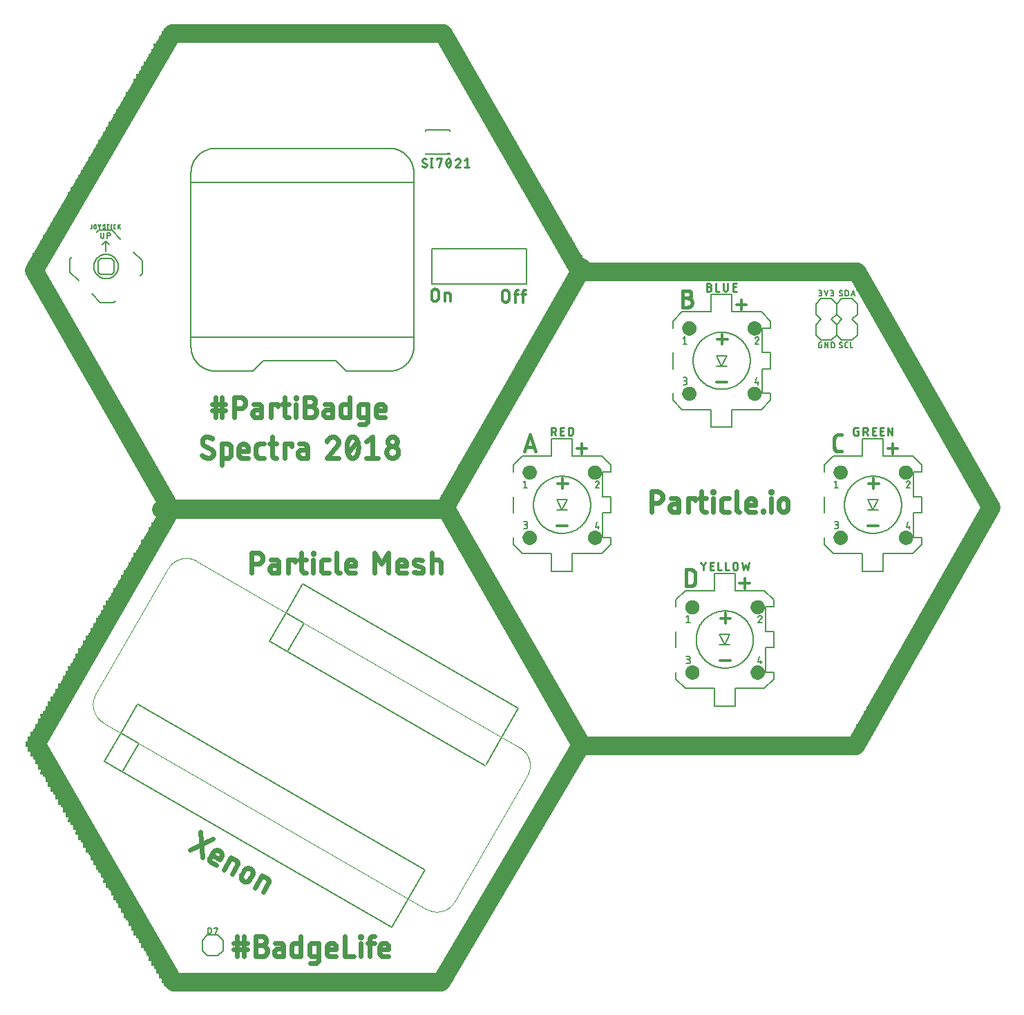
<source format=gbr>
G04 EAGLE Gerber X2 export*
%TF.Part,Single*%
%TF.FileFunction,Legend,Top,1*%
%TF.FilePolarity,Positive*%
%TF.GenerationSoftware,Autodesk,EAGLE,9.1.3*%
%TF.CreationDate,2018-08-24T15:03:00Z*%
G75*
%MOMM*%
%FSLAX34Y34*%
%LPD*%
%AMOC8*
5,1,8,0,0,1.08239X$1,22.5*%
G01*
%ADD10C,0.558800*%
%ADD11C,0.431800*%
%ADD12C,0.152400*%
%ADD13C,0.330200*%
%ADD14C,2.286000*%
%ADD15C,0.203200*%
%ADD16C,0.900000*%
%ADD17C,0.254000*%
%ADD18C,0.127000*%
%ADD19R,0.400000X0.140000*%
%ADD20C,0.228600*%
%ADD21R,34.260000X0.310000*%
%ADD22R,34.880000X0.300000*%
%ADD23R,35.500000X0.310000*%
%ADD24R,35.810000X0.310000*%
%ADD25R,36.120000X0.310000*%
%ADD26R,1.860000X0.310000*%
%ADD27R,2.160000X0.310000*%
%ADD28R,1.850000X0.310000*%
%ADD29R,1.850000X0.300000*%
%ADD30R,2.160000X0.300000*%
%ADD31R,2.170000X0.310000*%
%ADD32R,1.860000X0.300000*%
%ADD33R,2.170000X0.300000*%
%ADD34R,35.190000X0.310000*%
%ADD35R,35.810000X0.300000*%
%ADD36R,36.420000X0.310000*%
%ADD37R,36.420000X0.300000*%
%ADD38R,34.880000X0.310000*%
%ADD39R,33.950000X0.310000*%
%ADD40C,0.000000*%


D10*
X269494Y737531D02*
X286089Y737531D01*
X286089Y745829D02*
X269494Y745829D01*
X273643Y754126D02*
X273643Y729234D01*
X281940Y729234D02*
X281940Y754126D01*
X296703Y754126D02*
X296703Y729234D01*
X296703Y754126D02*
X303618Y754126D01*
X303786Y754124D01*
X303955Y754118D01*
X304123Y754108D01*
X304290Y754093D01*
X304458Y754075D01*
X304625Y754052D01*
X304791Y754026D01*
X304957Y753995D01*
X305121Y753961D01*
X305285Y753922D01*
X305448Y753879D01*
X305610Y753833D01*
X305771Y753782D01*
X305930Y753728D01*
X306088Y753670D01*
X306244Y753608D01*
X306399Y753542D01*
X306553Y753472D01*
X306704Y753399D01*
X306854Y753322D01*
X307002Y753241D01*
X307148Y753157D01*
X307291Y753069D01*
X307433Y752978D01*
X307572Y752884D01*
X307709Y752786D01*
X307844Y752684D01*
X307976Y752580D01*
X308105Y752472D01*
X308232Y752361D01*
X308356Y752247D01*
X308477Y752131D01*
X308595Y752011D01*
X308711Y751888D01*
X308823Y751763D01*
X308932Y751635D01*
X309039Y751504D01*
X309141Y751371D01*
X309241Y751235D01*
X309337Y751097D01*
X309430Y750956D01*
X309520Y750814D01*
X309606Y750669D01*
X309688Y750522D01*
X309767Y750373D01*
X309842Y750223D01*
X309914Y750070D01*
X309981Y749916D01*
X310045Y749760D01*
X310105Y749603D01*
X310162Y749444D01*
X310214Y749284D01*
X310263Y749123D01*
X310307Y748961D01*
X310348Y748797D01*
X310384Y748633D01*
X310417Y748468D01*
X310446Y748302D01*
X310470Y748135D01*
X310491Y747968D01*
X310507Y747801D01*
X310519Y747633D01*
X310527Y747465D01*
X310531Y747296D01*
X310531Y747128D01*
X310527Y746959D01*
X310519Y746791D01*
X310507Y746623D01*
X310491Y746456D01*
X310470Y746289D01*
X310446Y746122D01*
X310417Y745956D01*
X310384Y745791D01*
X310348Y745627D01*
X310307Y745463D01*
X310263Y745301D01*
X310214Y745140D01*
X310162Y744980D01*
X310105Y744821D01*
X310045Y744664D01*
X309981Y744508D01*
X309914Y744354D01*
X309842Y744201D01*
X309767Y744051D01*
X309688Y743902D01*
X309606Y743755D01*
X309520Y743610D01*
X309430Y743468D01*
X309337Y743327D01*
X309241Y743189D01*
X309141Y743053D01*
X309039Y742920D01*
X308932Y742789D01*
X308823Y742661D01*
X308711Y742536D01*
X308595Y742413D01*
X308477Y742293D01*
X308356Y742177D01*
X308232Y742063D01*
X308105Y741952D01*
X307976Y741844D01*
X307844Y741740D01*
X307709Y741638D01*
X307572Y741540D01*
X307433Y741446D01*
X307291Y741355D01*
X307148Y741267D01*
X307002Y741183D01*
X306854Y741102D01*
X306704Y741025D01*
X306553Y740952D01*
X306399Y740882D01*
X306244Y740816D01*
X306088Y740754D01*
X305930Y740696D01*
X305771Y740642D01*
X305610Y740591D01*
X305448Y740545D01*
X305285Y740502D01*
X305121Y740463D01*
X304957Y740429D01*
X304791Y740398D01*
X304625Y740372D01*
X304458Y740349D01*
X304290Y740331D01*
X304123Y740316D01*
X303955Y740306D01*
X303786Y740300D01*
X303618Y740298D01*
X303618Y740297D02*
X296703Y740297D01*
X323973Y738914D02*
X330196Y738914D01*
X323973Y738914D02*
X323835Y738912D01*
X323697Y738906D01*
X323559Y738896D01*
X323421Y738882D01*
X323284Y738865D01*
X323148Y738843D01*
X323012Y738818D01*
X322877Y738788D01*
X322743Y738755D01*
X322609Y738718D01*
X322477Y738677D01*
X322347Y738633D01*
X322217Y738584D01*
X322089Y738532D01*
X321962Y738477D01*
X321837Y738417D01*
X321714Y738355D01*
X321593Y738288D01*
X321474Y738219D01*
X321356Y738146D01*
X321241Y738069D01*
X321128Y737990D01*
X321017Y737907D01*
X320909Y737821D01*
X320803Y737732D01*
X320700Y737640D01*
X320600Y737545D01*
X320502Y737447D01*
X320407Y737347D01*
X320315Y737244D01*
X320226Y737138D01*
X320140Y737030D01*
X320057Y736919D01*
X319978Y736806D01*
X319901Y736691D01*
X319828Y736573D01*
X319759Y736454D01*
X319692Y736333D01*
X319630Y736210D01*
X319570Y736085D01*
X319515Y735958D01*
X319463Y735830D01*
X319414Y735700D01*
X319370Y735570D01*
X319329Y735438D01*
X319292Y735304D01*
X319259Y735170D01*
X319229Y735035D01*
X319204Y734899D01*
X319182Y734763D01*
X319165Y734626D01*
X319151Y734488D01*
X319141Y734350D01*
X319135Y734212D01*
X319133Y734074D01*
X319135Y733936D01*
X319141Y733798D01*
X319151Y733660D01*
X319165Y733522D01*
X319182Y733385D01*
X319204Y733249D01*
X319229Y733113D01*
X319259Y732978D01*
X319292Y732844D01*
X319329Y732710D01*
X319370Y732578D01*
X319414Y732448D01*
X319463Y732318D01*
X319515Y732190D01*
X319570Y732063D01*
X319630Y731938D01*
X319692Y731815D01*
X319759Y731694D01*
X319828Y731575D01*
X319901Y731457D01*
X319978Y731342D01*
X320057Y731229D01*
X320140Y731118D01*
X320226Y731010D01*
X320315Y730904D01*
X320407Y730801D01*
X320502Y730701D01*
X320600Y730603D01*
X320700Y730508D01*
X320803Y730416D01*
X320909Y730327D01*
X321017Y730241D01*
X321128Y730158D01*
X321241Y730079D01*
X321356Y730002D01*
X321474Y729929D01*
X321593Y729860D01*
X321714Y729793D01*
X321837Y729731D01*
X321962Y729671D01*
X322089Y729616D01*
X322217Y729564D01*
X322347Y729515D01*
X322477Y729471D01*
X322609Y729430D01*
X322743Y729393D01*
X322877Y729360D01*
X323012Y729330D01*
X323148Y729305D01*
X323284Y729283D01*
X323421Y729266D01*
X323559Y729252D01*
X323697Y729242D01*
X323835Y729236D01*
X323973Y729234D01*
X330196Y729234D01*
X330196Y741680D01*
X330194Y741808D01*
X330188Y741935D01*
X330178Y742063D01*
X330165Y742190D01*
X330147Y742316D01*
X330125Y742442D01*
X330100Y742568D01*
X330071Y742692D01*
X330038Y742815D01*
X330001Y742938D01*
X329960Y743059D01*
X329916Y743179D01*
X329868Y743297D01*
X329816Y743414D01*
X329761Y743529D01*
X329702Y743643D01*
X329640Y743755D01*
X329575Y743864D01*
X329506Y743972D01*
X329433Y744077D01*
X329358Y744180D01*
X329279Y744281D01*
X329198Y744379D01*
X329113Y744475D01*
X329026Y744568D01*
X328935Y744659D01*
X328842Y744746D01*
X328746Y744831D01*
X328648Y744912D01*
X328547Y744991D01*
X328444Y745066D01*
X328339Y745139D01*
X328231Y745208D01*
X328122Y745273D01*
X328010Y745335D01*
X327896Y745394D01*
X327781Y745449D01*
X327664Y745501D01*
X327546Y745549D01*
X327426Y745593D01*
X327305Y745634D01*
X327182Y745671D01*
X327059Y745704D01*
X326935Y745733D01*
X326809Y745758D01*
X326683Y745780D01*
X326557Y745798D01*
X326430Y745811D01*
X326302Y745821D01*
X326175Y745827D01*
X326047Y745829D01*
X320516Y745829D01*
X341705Y745829D02*
X341705Y729234D01*
X341705Y745829D02*
X350003Y745829D01*
X350003Y743063D01*
X355477Y745829D02*
X363775Y745829D01*
X358243Y754126D02*
X358243Y733383D01*
X358245Y733255D01*
X358251Y733128D01*
X358261Y733000D01*
X358274Y732873D01*
X358292Y732747D01*
X358314Y732621D01*
X358339Y732495D01*
X358368Y732371D01*
X358401Y732248D01*
X358438Y732125D01*
X358479Y732004D01*
X358523Y731884D01*
X358571Y731766D01*
X358623Y731649D01*
X358678Y731534D01*
X358737Y731420D01*
X358799Y731309D01*
X358864Y731199D01*
X358933Y731091D01*
X359006Y730986D01*
X359081Y730883D01*
X359160Y730782D01*
X359241Y730684D01*
X359326Y730588D01*
X359413Y730495D01*
X359504Y730404D01*
X359597Y730317D01*
X359693Y730232D01*
X359791Y730151D01*
X359892Y730072D01*
X359995Y729997D01*
X360100Y729924D01*
X360208Y729855D01*
X360318Y729790D01*
X360429Y729728D01*
X360543Y729669D01*
X360658Y729614D01*
X360775Y729562D01*
X360893Y729514D01*
X361013Y729470D01*
X361134Y729429D01*
X361257Y729392D01*
X361380Y729359D01*
X361504Y729330D01*
X361630Y729305D01*
X361756Y729283D01*
X361882Y729265D01*
X362009Y729252D01*
X362137Y729242D01*
X362264Y729236D01*
X362392Y729234D01*
X363775Y729234D01*
X372568Y729234D02*
X372568Y745829D01*
X371876Y752743D02*
X371876Y754126D01*
X373259Y754126D01*
X373259Y752743D01*
X371876Y752743D01*
X383515Y743063D02*
X390430Y743063D01*
X390430Y743062D02*
X390598Y743060D01*
X390767Y743054D01*
X390935Y743044D01*
X391102Y743029D01*
X391270Y743011D01*
X391437Y742988D01*
X391603Y742962D01*
X391769Y742931D01*
X391933Y742897D01*
X392097Y742858D01*
X392260Y742815D01*
X392422Y742769D01*
X392583Y742718D01*
X392742Y742664D01*
X392900Y742606D01*
X393056Y742544D01*
X393211Y742478D01*
X393365Y742408D01*
X393516Y742335D01*
X393666Y742258D01*
X393814Y742177D01*
X393960Y742093D01*
X394103Y742005D01*
X394245Y741914D01*
X394384Y741820D01*
X394521Y741722D01*
X394656Y741620D01*
X394788Y741516D01*
X394917Y741408D01*
X395044Y741297D01*
X395168Y741183D01*
X395289Y741067D01*
X395407Y740947D01*
X395523Y740824D01*
X395635Y740699D01*
X395744Y740571D01*
X395851Y740440D01*
X395953Y740307D01*
X396053Y740171D01*
X396149Y740033D01*
X396242Y739892D01*
X396332Y739750D01*
X396418Y739605D01*
X396500Y739458D01*
X396579Y739309D01*
X396654Y739159D01*
X396726Y739006D01*
X396793Y738852D01*
X396857Y738696D01*
X396917Y738539D01*
X396974Y738380D01*
X397026Y738220D01*
X397075Y738059D01*
X397119Y737897D01*
X397160Y737733D01*
X397196Y737569D01*
X397229Y737404D01*
X397258Y737238D01*
X397282Y737071D01*
X397303Y736904D01*
X397319Y736737D01*
X397331Y736569D01*
X397339Y736401D01*
X397343Y736232D01*
X397343Y736064D01*
X397339Y735895D01*
X397331Y735727D01*
X397319Y735559D01*
X397303Y735392D01*
X397282Y735225D01*
X397258Y735058D01*
X397229Y734892D01*
X397196Y734727D01*
X397160Y734563D01*
X397119Y734399D01*
X397075Y734237D01*
X397026Y734076D01*
X396974Y733916D01*
X396917Y733757D01*
X396857Y733600D01*
X396793Y733444D01*
X396726Y733290D01*
X396654Y733137D01*
X396579Y732987D01*
X396500Y732838D01*
X396418Y732691D01*
X396332Y732546D01*
X396242Y732404D01*
X396149Y732263D01*
X396053Y732125D01*
X395953Y731989D01*
X395851Y731856D01*
X395744Y731725D01*
X395635Y731597D01*
X395523Y731472D01*
X395407Y731349D01*
X395289Y731229D01*
X395168Y731113D01*
X395044Y730999D01*
X394917Y730888D01*
X394788Y730780D01*
X394656Y730676D01*
X394521Y730574D01*
X394384Y730476D01*
X394245Y730382D01*
X394103Y730291D01*
X393960Y730203D01*
X393814Y730119D01*
X393666Y730038D01*
X393516Y729961D01*
X393365Y729888D01*
X393211Y729818D01*
X393056Y729752D01*
X392900Y729690D01*
X392742Y729632D01*
X392583Y729578D01*
X392422Y729527D01*
X392260Y729481D01*
X392097Y729438D01*
X391933Y729399D01*
X391769Y729365D01*
X391603Y729334D01*
X391437Y729308D01*
X391270Y729285D01*
X391102Y729267D01*
X390935Y729252D01*
X390767Y729242D01*
X390598Y729236D01*
X390430Y729234D01*
X383515Y729234D01*
X383515Y754126D01*
X390430Y754126D01*
X390577Y754124D01*
X390724Y754118D01*
X390871Y754108D01*
X391018Y754095D01*
X391164Y754077D01*
X391310Y754056D01*
X391455Y754030D01*
X391599Y754001D01*
X391743Y753968D01*
X391885Y753931D01*
X392027Y753890D01*
X392167Y753846D01*
X392307Y753798D01*
X392445Y753746D01*
X392581Y753691D01*
X392716Y753632D01*
X392849Y753569D01*
X392981Y753503D01*
X393111Y753433D01*
X393238Y753360D01*
X393364Y753284D01*
X393488Y753204D01*
X393610Y753121D01*
X393729Y753035D01*
X393846Y752945D01*
X393961Y752853D01*
X394073Y752757D01*
X394182Y752659D01*
X394289Y752557D01*
X394393Y752453D01*
X394495Y752346D01*
X394593Y752237D01*
X394689Y752125D01*
X394781Y752010D01*
X394871Y751893D01*
X394957Y751774D01*
X395040Y751652D01*
X395120Y751528D01*
X395196Y751402D01*
X395269Y751275D01*
X395339Y751145D01*
X395405Y751013D01*
X395468Y750880D01*
X395527Y750745D01*
X395582Y750609D01*
X395634Y750471D01*
X395682Y750331D01*
X395726Y750191D01*
X395767Y750049D01*
X395804Y749907D01*
X395837Y749763D01*
X395866Y749619D01*
X395892Y749474D01*
X395913Y749328D01*
X395931Y749182D01*
X395944Y749035D01*
X395954Y748888D01*
X395960Y748741D01*
X395962Y748594D01*
X395960Y748447D01*
X395954Y748300D01*
X395944Y748153D01*
X395931Y748006D01*
X395913Y747860D01*
X395892Y747714D01*
X395866Y747569D01*
X395837Y747425D01*
X395804Y747281D01*
X395767Y747139D01*
X395726Y746997D01*
X395682Y746857D01*
X395634Y746717D01*
X395582Y746579D01*
X395527Y746443D01*
X395468Y746308D01*
X395405Y746175D01*
X395339Y746043D01*
X395269Y745913D01*
X395196Y745786D01*
X395120Y745660D01*
X395040Y745536D01*
X394957Y745414D01*
X394871Y745295D01*
X394781Y745178D01*
X394689Y745063D01*
X394593Y744951D01*
X394495Y744842D01*
X394393Y744735D01*
X394289Y744631D01*
X394182Y744529D01*
X394073Y744431D01*
X393961Y744335D01*
X393846Y744243D01*
X393729Y744153D01*
X393610Y744067D01*
X393488Y743984D01*
X393364Y743904D01*
X393238Y743828D01*
X393111Y743755D01*
X392981Y743685D01*
X392849Y743619D01*
X392716Y743556D01*
X392581Y743497D01*
X392445Y743442D01*
X392307Y743390D01*
X392167Y743342D01*
X392027Y743298D01*
X391885Y743257D01*
X391743Y743220D01*
X391599Y743187D01*
X391455Y743158D01*
X391310Y743132D01*
X391164Y743111D01*
X391018Y743093D01*
X390871Y743080D01*
X390724Y743070D01*
X390577Y743064D01*
X390430Y743062D01*
X410785Y738914D02*
X417008Y738914D01*
X410785Y738914D02*
X410647Y738912D01*
X410509Y738906D01*
X410371Y738896D01*
X410233Y738882D01*
X410096Y738865D01*
X409960Y738843D01*
X409824Y738818D01*
X409689Y738788D01*
X409555Y738755D01*
X409421Y738718D01*
X409289Y738677D01*
X409159Y738633D01*
X409029Y738584D01*
X408901Y738532D01*
X408774Y738477D01*
X408649Y738417D01*
X408526Y738355D01*
X408405Y738288D01*
X408286Y738219D01*
X408168Y738146D01*
X408053Y738069D01*
X407940Y737990D01*
X407829Y737907D01*
X407721Y737821D01*
X407615Y737732D01*
X407512Y737640D01*
X407412Y737545D01*
X407314Y737447D01*
X407219Y737347D01*
X407127Y737244D01*
X407038Y737138D01*
X406952Y737030D01*
X406869Y736919D01*
X406790Y736806D01*
X406713Y736691D01*
X406640Y736573D01*
X406571Y736454D01*
X406504Y736333D01*
X406442Y736210D01*
X406382Y736085D01*
X406327Y735958D01*
X406275Y735830D01*
X406226Y735700D01*
X406182Y735570D01*
X406141Y735438D01*
X406104Y735304D01*
X406071Y735170D01*
X406041Y735035D01*
X406016Y734899D01*
X405994Y734763D01*
X405977Y734626D01*
X405963Y734488D01*
X405953Y734350D01*
X405947Y734212D01*
X405945Y734074D01*
X405947Y733936D01*
X405953Y733798D01*
X405963Y733660D01*
X405977Y733522D01*
X405994Y733385D01*
X406016Y733249D01*
X406041Y733113D01*
X406071Y732978D01*
X406104Y732844D01*
X406141Y732710D01*
X406182Y732578D01*
X406226Y732448D01*
X406275Y732318D01*
X406327Y732190D01*
X406382Y732063D01*
X406442Y731938D01*
X406504Y731815D01*
X406571Y731694D01*
X406640Y731575D01*
X406713Y731457D01*
X406790Y731342D01*
X406869Y731229D01*
X406952Y731118D01*
X407038Y731010D01*
X407127Y730904D01*
X407219Y730801D01*
X407314Y730701D01*
X407412Y730603D01*
X407512Y730508D01*
X407615Y730416D01*
X407721Y730327D01*
X407829Y730241D01*
X407940Y730158D01*
X408053Y730079D01*
X408168Y730002D01*
X408286Y729929D01*
X408405Y729860D01*
X408526Y729793D01*
X408649Y729731D01*
X408774Y729671D01*
X408901Y729616D01*
X409029Y729564D01*
X409159Y729515D01*
X409289Y729471D01*
X409421Y729430D01*
X409555Y729393D01*
X409689Y729360D01*
X409824Y729330D01*
X409960Y729305D01*
X410096Y729283D01*
X410233Y729266D01*
X410371Y729252D01*
X410509Y729242D01*
X410647Y729236D01*
X410785Y729234D01*
X417008Y729234D01*
X417008Y741680D01*
X417006Y741808D01*
X417000Y741935D01*
X416990Y742063D01*
X416977Y742190D01*
X416959Y742316D01*
X416937Y742442D01*
X416912Y742568D01*
X416883Y742692D01*
X416850Y742815D01*
X416813Y742938D01*
X416772Y743059D01*
X416728Y743179D01*
X416680Y743297D01*
X416628Y743414D01*
X416573Y743529D01*
X416514Y743643D01*
X416452Y743755D01*
X416387Y743864D01*
X416318Y743972D01*
X416245Y744077D01*
X416170Y744180D01*
X416091Y744281D01*
X416010Y744379D01*
X415925Y744475D01*
X415838Y744568D01*
X415747Y744659D01*
X415654Y744746D01*
X415558Y744831D01*
X415460Y744912D01*
X415359Y744991D01*
X415256Y745066D01*
X415151Y745139D01*
X415043Y745208D01*
X414934Y745273D01*
X414822Y745335D01*
X414708Y745394D01*
X414593Y745449D01*
X414476Y745501D01*
X414358Y745549D01*
X414238Y745593D01*
X414117Y745634D01*
X413994Y745671D01*
X413871Y745704D01*
X413747Y745733D01*
X413621Y745758D01*
X413495Y745780D01*
X413369Y745798D01*
X413242Y745811D01*
X413114Y745821D01*
X412987Y745827D01*
X412859Y745829D01*
X407328Y745829D01*
X438512Y754126D02*
X438512Y729234D01*
X431597Y729234D01*
X431469Y729236D01*
X431342Y729242D01*
X431214Y729252D01*
X431087Y729265D01*
X430961Y729283D01*
X430835Y729305D01*
X430709Y729330D01*
X430585Y729359D01*
X430462Y729392D01*
X430339Y729429D01*
X430218Y729470D01*
X430098Y729514D01*
X429980Y729562D01*
X429863Y729614D01*
X429748Y729669D01*
X429634Y729728D01*
X429523Y729790D01*
X429413Y729855D01*
X429305Y729924D01*
X429200Y729997D01*
X429097Y730072D01*
X428996Y730151D01*
X428898Y730232D01*
X428802Y730317D01*
X428709Y730404D01*
X428618Y730495D01*
X428531Y730588D01*
X428446Y730684D01*
X428365Y730782D01*
X428286Y730883D01*
X428211Y730986D01*
X428138Y731091D01*
X428069Y731199D01*
X428004Y731309D01*
X427942Y731420D01*
X427883Y731534D01*
X427828Y731649D01*
X427776Y731766D01*
X427728Y731884D01*
X427684Y732004D01*
X427643Y732125D01*
X427606Y732248D01*
X427573Y732371D01*
X427544Y732495D01*
X427519Y732621D01*
X427497Y732747D01*
X427479Y732873D01*
X427466Y733000D01*
X427456Y733128D01*
X427450Y733255D01*
X427448Y733383D01*
X427449Y733383D02*
X427449Y741680D01*
X427448Y741680D02*
X427450Y741808D01*
X427456Y741935D01*
X427466Y742063D01*
X427479Y742190D01*
X427497Y742316D01*
X427519Y742442D01*
X427544Y742568D01*
X427573Y742692D01*
X427606Y742815D01*
X427643Y742938D01*
X427684Y743059D01*
X427728Y743179D01*
X427776Y743297D01*
X427828Y743414D01*
X427883Y743529D01*
X427942Y743643D01*
X428004Y743755D01*
X428069Y743864D01*
X428138Y743972D01*
X428211Y744077D01*
X428286Y744180D01*
X428365Y744281D01*
X428446Y744379D01*
X428531Y744475D01*
X428618Y744568D01*
X428709Y744659D01*
X428802Y744746D01*
X428898Y744831D01*
X428996Y744912D01*
X429097Y744991D01*
X429200Y745066D01*
X429305Y745139D01*
X429413Y745208D01*
X429523Y745273D01*
X429634Y745335D01*
X429748Y745394D01*
X429863Y745449D01*
X429980Y745501D01*
X430098Y745549D01*
X430218Y745593D01*
X430339Y745634D01*
X430462Y745671D01*
X430585Y745704D01*
X430709Y745733D01*
X430835Y745758D01*
X430961Y745780D01*
X431087Y745798D01*
X431214Y745811D01*
X431342Y745821D01*
X431469Y745827D01*
X431597Y745829D01*
X438512Y745829D01*
X453101Y729234D02*
X460015Y729234D01*
X453101Y729234D02*
X452973Y729236D01*
X452846Y729242D01*
X452718Y729252D01*
X452591Y729265D01*
X452465Y729283D01*
X452339Y729305D01*
X452213Y729330D01*
X452089Y729359D01*
X451966Y729392D01*
X451843Y729429D01*
X451722Y729470D01*
X451602Y729514D01*
X451484Y729562D01*
X451367Y729614D01*
X451252Y729669D01*
X451138Y729728D01*
X451027Y729790D01*
X450917Y729855D01*
X450809Y729924D01*
X450704Y729997D01*
X450601Y730072D01*
X450500Y730151D01*
X450402Y730232D01*
X450306Y730317D01*
X450213Y730404D01*
X450122Y730495D01*
X450035Y730588D01*
X449950Y730684D01*
X449869Y730782D01*
X449790Y730883D01*
X449715Y730986D01*
X449642Y731091D01*
X449573Y731199D01*
X449508Y731309D01*
X449446Y731420D01*
X449387Y731534D01*
X449332Y731649D01*
X449280Y731766D01*
X449232Y731884D01*
X449188Y732004D01*
X449147Y732125D01*
X449110Y732248D01*
X449077Y732371D01*
X449048Y732495D01*
X449023Y732621D01*
X449001Y732747D01*
X448983Y732873D01*
X448970Y733000D01*
X448960Y733128D01*
X448954Y733255D01*
X448952Y733383D01*
X448952Y741680D01*
X448954Y741808D01*
X448960Y741935D01*
X448970Y742063D01*
X448983Y742190D01*
X449001Y742316D01*
X449023Y742442D01*
X449048Y742568D01*
X449077Y742692D01*
X449110Y742815D01*
X449147Y742938D01*
X449188Y743059D01*
X449232Y743179D01*
X449280Y743297D01*
X449332Y743414D01*
X449387Y743529D01*
X449446Y743643D01*
X449508Y743755D01*
X449573Y743864D01*
X449642Y743972D01*
X449715Y744077D01*
X449790Y744180D01*
X449869Y744281D01*
X449950Y744379D01*
X450035Y744475D01*
X450122Y744568D01*
X450213Y744659D01*
X450306Y744746D01*
X450402Y744831D01*
X450500Y744912D01*
X450601Y744991D01*
X450704Y745066D01*
X450809Y745139D01*
X450917Y745208D01*
X451027Y745273D01*
X451138Y745335D01*
X451252Y745394D01*
X451367Y745449D01*
X451484Y745501D01*
X451602Y745549D01*
X451722Y745593D01*
X451843Y745634D01*
X451966Y745671D01*
X452089Y745704D01*
X452213Y745733D01*
X452339Y745758D01*
X452465Y745780D01*
X452591Y745798D01*
X452718Y745811D01*
X452846Y745821D01*
X452973Y745827D01*
X453101Y745829D01*
X460015Y745829D01*
X460015Y725085D01*
X460016Y725085D02*
X460014Y724957D01*
X460008Y724830D01*
X459998Y724702D01*
X459985Y724575D01*
X459967Y724449D01*
X459945Y724323D01*
X459920Y724197D01*
X459891Y724073D01*
X459858Y723950D01*
X459821Y723827D01*
X459780Y723706D01*
X459736Y723586D01*
X459688Y723468D01*
X459636Y723351D01*
X459581Y723236D01*
X459522Y723122D01*
X459460Y723011D01*
X459395Y722901D01*
X459326Y722793D01*
X459253Y722688D01*
X459178Y722585D01*
X459099Y722484D01*
X459018Y722386D01*
X458933Y722290D01*
X458846Y722197D01*
X458755Y722106D01*
X458662Y722019D01*
X458566Y721934D01*
X458468Y721853D01*
X458367Y721774D01*
X458264Y721699D01*
X458159Y721626D01*
X458051Y721557D01*
X457942Y721492D01*
X457830Y721430D01*
X457716Y721371D01*
X457601Y721316D01*
X457484Y721264D01*
X457366Y721216D01*
X457246Y721172D01*
X457125Y721131D01*
X457002Y721094D01*
X456879Y721061D01*
X456755Y721032D01*
X456629Y721007D01*
X456503Y720985D01*
X456377Y720967D01*
X456250Y720954D01*
X456122Y720944D01*
X455995Y720938D01*
X455867Y720936D01*
X455867Y720937D02*
X450335Y720937D01*
X474722Y729234D02*
X481636Y729234D01*
X474722Y729234D02*
X474594Y729236D01*
X474467Y729242D01*
X474339Y729252D01*
X474212Y729265D01*
X474086Y729283D01*
X473960Y729305D01*
X473834Y729330D01*
X473710Y729359D01*
X473587Y729392D01*
X473464Y729429D01*
X473343Y729470D01*
X473223Y729514D01*
X473105Y729562D01*
X472988Y729614D01*
X472873Y729669D01*
X472759Y729728D01*
X472648Y729790D01*
X472538Y729855D01*
X472430Y729924D01*
X472325Y729997D01*
X472222Y730072D01*
X472121Y730151D01*
X472023Y730232D01*
X471927Y730317D01*
X471834Y730404D01*
X471743Y730495D01*
X471656Y730588D01*
X471571Y730684D01*
X471490Y730782D01*
X471411Y730883D01*
X471336Y730986D01*
X471263Y731091D01*
X471194Y731199D01*
X471129Y731309D01*
X471067Y731420D01*
X471008Y731534D01*
X470953Y731649D01*
X470901Y731766D01*
X470853Y731884D01*
X470809Y732004D01*
X470768Y732125D01*
X470731Y732248D01*
X470698Y732371D01*
X470669Y732495D01*
X470644Y732621D01*
X470622Y732747D01*
X470604Y732873D01*
X470591Y733000D01*
X470581Y733128D01*
X470575Y733255D01*
X470573Y733383D01*
X470573Y740297D01*
X470575Y740444D01*
X470581Y740591D01*
X470591Y740738D01*
X470604Y740885D01*
X470622Y741031D01*
X470643Y741177D01*
X470669Y741322D01*
X470698Y741466D01*
X470731Y741610D01*
X470768Y741752D01*
X470809Y741894D01*
X470853Y742034D01*
X470901Y742174D01*
X470953Y742312D01*
X471008Y742448D01*
X471067Y742583D01*
X471130Y742716D01*
X471196Y742848D01*
X471266Y742978D01*
X471339Y743105D01*
X471415Y743231D01*
X471495Y743355D01*
X471578Y743477D01*
X471664Y743596D01*
X471754Y743713D01*
X471846Y743828D01*
X471942Y743940D01*
X472040Y744049D01*
X472142Y744156D01*
X472246Y744260D01*
X472353Y744362D01*
X472462Y744460D01*
X472574Y744556D01*
X472689Y744648D01*
X472806Y744738D01*
X472925Y744824D01*
X473047Y744907D01*
X473171Y744987D01*
X473297Y745063D01*
X473424Y745136D01*
X473554Y745206D01*
X473686Y745272D01*
X473819Y745335D01*
X473954Y745394D01*
X474090Y745449D01*
X474228Y745501D01*
X474368Y745549D01*
X474508Y745593D01*
X474650Y745634D01*
X474792Y745671D01*
X474936Y745704D01*
X475080Y745733D01*
X475225Y745759D01*
X475371Y745780D01*
X475517Y745798D01*
X475664Y745811D01*
X475811Y745821D01*
X475958Y745827D01*
X476105Y745829D01*
X476252Y745827D01*
X476399Y745821D01*
X476546Y745811D01*
X476693Y745798D01*
X476839Y745780D01*
X476985Y745759D01*
X477130Y745733D01*
X477274Y745704D01*
X477418Y745671D01*
X477560Y745634D01*
X477702Y745593D01*
X477842Y745549D01*
X477982Y745501D01*
X478120Y745449D01*
X478256Y745394D01*
X478391Y745335D01*
X478524Y745272D01*
X478656Y745206D01*
X478786Y745136D01*
X478913Y745063D01*
X479039Y744987D01*
X479163Y744907D01*
X479285Y744824D01*
X479404Y744738D01*
X479521Y744648D01*
X479636Y744556D01*
X479748Y744460D01*
X479857Y744362D01*
X479964Y744260D01*
X480068Y744156D01*
X480170Y744049D01*
X480268Y743940D01*
X480364Y743828D01*
X480456Y743713D01*
X480546Y743596D01*
X480632Y743477D01*
X480715Y743355D01*
X480795Y743231D01*
X480871Y743105D01*
X480944Y742978D01*
X481014Y742848D01*
X481080Y742716D01*
X481143Y742583D01*
X481202Y742448D01*
X481257Y742312D01*
X481309Y742174D01*
X481357Y742034D01*
X481401Y741894D01*
X481442Y741752D01*
X481479Y741610D01*
X481512Y741466D01*
X481541Y741322D01*
X481567Y741177D01*
X481588Y741031D01*
X481606Y740885D01*
X481619Y740738D01*
X481629Y740591D01*
X481635Y740444D01*
X481637Y740297D01*
X481636Y740297D02*
X481636Y737531D01*
X470573Y737531D01*
X271187Y685461D02*
X271185Y685310D01*
X271179Y685160D01*
X271169Y685009D01*
X271155Y684859D01*
X271138Y684710D01*
X271116Y684560D01*
X271091Y684412D01*
X271061Y684264D01*
X271028Y684117D01*
X270991Y683971D01*
X270950Y683826D01*
X270905Y683682D01*
X270857Y683539D01*
X270805Y683398D01*
X270749Y683258D01*
X270689Y683119D01*
X270626Y682983D01*
X270560Y682847D01*
X270489Y682714D01*
X270416Y682583D01*
X270339Y682453D01*
X270258Y682326D01*
X270174Y682200D01*
X270088Y682077D01*
X269997Y681956D01*
X269904Y681838D01*
X269808Y681722D01*
X269708Y681609D01*
X269606Y681498D01*
X269501Y681390D01*
X269393Y681285D01*
X269282Y681183D01*
X269169Y681083D01*
X269053Y680987D01*
X268935Y680894D01*
X268814Y680803D01*
X268691Y680717D01*
X268565Y680633D01*
X268438Y680552D01*
X268309Y680475D01*
X268177Y680402D01*
X268044Y680331D01*
X267908Y680265D01*
X267772Y680202D01*
X267633Y680142D01*
X267493Y680086D01*
X267352Y680034D01*
X267209Y679986D01*
X267065Y679941D01*
X266920Y679900D01*
X266774Y679863D01*
X266627Y679830D01*
X266479Y679800D01*
X266331Y679775D01*
X266181Y679753D01*
X266032Y679736D01*
X265882Y679722D01*
X265731Y679712D01*
X265581Y679706D01*
X265430Y679704D01*
X265139Y679707D01*
X264848Y679718D01*
X264558Y679735D01*
X264268Y679760D01*
X263978Y679791D01*
X263690Y679829D01*
X263403Y679874D01*
X263116Y679926D01*
X262831Y679985D01*
X262548Y680050D01*
X262266Y680123D01*
X261986Y680202D01*
X261708Y680288D01*
X261432Y680380D01*
X261158Y680479D01*
X260887Y680584D01*
X260618Y680696D01*
X260353Y680815D01*
X260090Y680939D01*
X259830Y681070D01*
X259573Y681207D01*
X259320Y681350D01*
X259070Y681500D01*
X258824Y681655D01*
X258581Y681816D01*
X258343Y681982D01*
X258108Y682155D01*
X257878Y682333D01*
X257652Y682516D01*
X257431Y682705D01*
X257214Y682899D01*
X257002Y683098D01*
X256794Y683302D01*
X257514Y699855D02*
X257516Y700006D01*
X257522Y700156D01*
X257532Y700307D01*
X257546Y700457D01*
X257563Y700606D01*
X257585Y700756D01*
X257610Y700904D01*
X257640Y701052D01*
X257673Y701199D01*
X257710Y701345D01*
X257751Y701490D01*
X257796Y701634D01*
X257844Y701777D01*
X257896Y701918D01*
X257952Y702058D01*
X258012Y702197D01*
X258075Y702333D01*
X258141Y702469D01*
X258212Y702602D01*
X258285Y702734D01*
X258362Y702863D01*
X258443Y702990D01*
X258527Y703116D01*
X258613Y703239D01*
X258704Y703360D01*
X258797Y703478D01*
X258893Y703594D01*
X258993Y703707D01*
X259095Y703818D01*
X259200Y703926D01*
X259308Y704031D01*
X259419Y704133D01*
X259532Y704233D01*
X259648Y704329D01*
X259766Y704422D01*
X259887Y704513D01*
X260010Y704600D01*
X260136Y704683D01*
X260263Y704764D01*
X260393Y704841D01*
X260524Y704914D01*
X260657Y704985D01*
X260793Y705051D01*
X260929Y705114D01*
X261068Y705174D01*
X261208Y705230D01*
X261349Y705282D01*
X261492Y705330D01*
X261636Y705375D01*
X261781Y705416D01*
X261927Y705453D01*
X262074Y705486D01*
X262222Y705516D01*
X262370Y705541D01*
X262520Y705563D01*
X262669Y705580D01*
X262819Y705594D01*
X262970Y705604D01*
X263120Y705610D01*
X263271Y705612D01*
X263528Y705609D01*
X263785Y705600D01*
X264042Y705584D01*
X264299Y705563D01*
X264554Y705535D01*
X264809Y705502D01*
X265064Y705462D01*
X265317Y705416D01*
X265569Y705365D01*
X265820Y705307D01*
X266069Y705243D01*
X266316Y705174D01*
X266562Y705098D01*
X266806Y705017D01*
X267049Y704929D01*
X267288Y704837D01*
X267526Y704738D01*
X267761Y704634D01*
X267994Y704524D01*
X268224Y704409D01*
X268451Y704288D01*
X268675Y704162D01*
X268896Y704030D01*
X269114Y703894D01*
X269329Y703752D01*
X269540Y703605D01*
X269748Y703453D01*
X260393Y694818D02*
X260263Y694896D01*
X260135Y694978D01*
X260010Y695064D01*
X259886Y695152D01*
X259766Y695244D01*
X259647Y695339D01*
X259531Y695437D01*
X259418Y695538D01*
X259307Y695642D01*
X259199Y695748D01*
X259094Y695858D01*
X258992Y695970D01*
X258892Y696084D01*
X258796Y696202D01*
X258703Y696321D01*
X258612Y696444D01*
X258525Y696568D01*
X258442Y696695D01*
X258361Y696823D01*
X258284Y696954D01*
X258211Y697087D01*
X258141Y697221D01*
X258074Y697358D01*
X258011Y697496D01*
X257952Y697636D01*
X257896Y697777D01*
X257844Y697919D01*
X257795Y698063D01*
X257751Y698208D01*
X257710Y698354D01*
X257673Y698501D01*
X257640Y698650D01*
X257610Y698798D01*
X257585Y698948D01*
X257563Y699098D01*
X257545Y699249D01*
X257532Y699400D01*
X257522Y699552D01*
X257516Y699703D01*
X257514Y699855D01*
X268309Y690498D02*
X268438Y690420D01*
X268566Y690338D01*
X268691Y690252D01*
X268815Y690164D01*
X268935Y690072D01*
X269054Y689977D01*
X269170Y689879D01*
X269283Y689778D01*
X269394Y689674D01*
X269502Y689568D01*
X269607Y689458D01*
X269709Y689346D01*
X269809Y689232D01*
X269905Y689114D01*
X269998Y688995D01*
X270089Y688872D01*
X270176Y688748D01*
X270259Y688621D01*
X270340Y688493D01*
X270417Y688362D01*
X270490Y688229D01*
X270560Y688095D01*
X270627Y687958D01*
X270690Y687820D01*
X270749Y687680D01*
X270805Y687539D01*
X270857Y687397D01*
X270906Y687253D01*
X270950Y687108D01*
X270991Y686962D01*
X271028Y686815D01*
X271061Y686666D01*
X271091Y686518D01*
X271116Y686368D01*
X271138Y686218D01*
X271156Y686067D01*
X271169Y685916D01*
X271179Y685764D01*
X271185Y685613D01*
X271187Y685461D01*
X268309Y690499D02*
X260392Y694817D01*
X281160Y696976D02*
X281160Y671068D01*
X281160Y696976D02*
X288357Y696976D01*
X288487Y696974D01*
X288618Y696968D01*
X288748Y696958D01*
X288877Y696945D01*
X289007Y696927D01*
X289135Y696905D01*
X289263Y696880D01*
X289390Y696851D01*
X289517Y696817D01*
X289642Y696780D01*
X289766Y696740D01*
X289888Y696695D01*
X290009Y696647D01*
X290129Y696596D01*
X290247Y696540D01*
X290364Y696481D01*
X290478Y696419D01*
X290591Y696353D01*
X290701Y696284D01*
X290810Y696212D01*
X290916Y696136D01*
X291020Y696057D01*
X291121Y695975D01*
X291220Y695890D01*
X291317Y695802D01*
X291410Y695711D01*
X291501Y695618D01*
X291589Y695521D01*
X291674Y695422D01*
X291756Y695321D01*
X291835Y695217D01*
X291911Y695111D01*
X291983Y695002D01*
X292052Y694892D01*
X292118Y694779D01*
X292180Y694665D01*
X292239Y694548D01*
X292295Y694430D01*
X292346Y694310D01*
X292394Y694189D01*
X292439Y694067D01*
X292479Y693943D01*
X292516Y693818D01*
X292550Y693691D01*
X292579Y693564D01*
X292604Y693436D01*
X292626Y693308D01*
X292644Y693178D01*
X292657Y693049D01*
X292667Y692919D01*
X292673Y692788D01*
X292675Y692658D01*
X292675Y684022D01*
X292673Y683892D01*
X292667Y683761D01*
X292657Y683631D01*
X292644Y683502D01*
X292626Y683372D01*
X292604Y683244D01*
X292579Y683116D01*
X292550Y682989D01*
X292516Y682862D01*
X292479Y682737D01*
X292439Y682613D01*
X292394Y682491D01*
X292346Y682370D01*
X292295Y682250D01*
X292239Y682132D01*
X292180Y682015D01*
X292118Y681901D01*
X292052Y681788D01*
X291983Y681678D01*
X291911Y681569D01*
X291835Y681463D01*
X291756Y681359D01*
X291674Y681258D01*
X291589Y681159D01*
X291501Y681062D01*
X291410Y680969D01*
X291317Y680878D01*
X291220Y680790D01*
X291121Y680705D01*
X291020Y680623D01*
X290916Y680544D01*
X290810Y680468D01*
X290701Y680396D01*
X290591Y680327D01*
X290478Y680261D01*
X290364Y680199D01*
X290247Y680140D01*
X290129Y680084D01*
X290009Y680033D01*
X289888Y679985D01*
X289766Y679940D01*
X289642Y679900D01*
X289517Y679863D01*
X289390Y679829D01*
X289263Y679800D01*
X289135Y679775D01*
X289007Y679753D01*
X288877Y679735D01*
X288748Y679722D01*
X288618Y679712D01*
X288487Y679706D01*
X288357Y679704D01*
X281160Y679704D01*
X306561Y679704D02*
X313757Y679704D01*
X306561Y679704D02*
X306431Y679706D01*
X306300Y679712D01*
X306170Y679722D01*
X306041Y679735D01*
X305911Y679753D01*
X305783Y679775D01*
X305655Y679800D01*
X305528Y679829D01*
X305401Y679863D01*
X305276Y679900D01*
X305152Y679940D01*
X305030Y679985D01*
X304909Y680033D01*
X304789Y680084D01*
X304671Y680140D01*
X304554Y680199D01*
X304440Y680261D01*
X304327Y680327D01*
X304217Y680396D01*
X304108Y680468D01*
X304002Y680544D01*
X303898Y680623D01*
X303797Y680705D01*
X303698Y680790D01*
X303601Y680878D01*
X303508Y680969D01*
X303417Y681062D01*
X303329Y681159D01*
X303244Y681258D01*
X303162Y681359D01*
X303083Y681463D01*
X303007Y681569D01*
X302935Y681678D01*
X302866Y681788D01*
X302800Y681901D01*
X302738Y682015D01*
X302679Y682132D01*
X302623Y682250D01*
X302572Y682370D01*
X302524Y682491D01*
X302479Y682613D01*
X302439Y682737D01*
X302402Y682862D01*
X302368Y682989D01*
X302339Y683116D01*
X302314Y683244D01*
X302292Y683372D01*
X302274Y683502D01*
X302261Y683631D01*
X302251Y683761D01*
X302245Y683892D01*
X302243Y684022D01*
X302243Y691219D01*
X302245Y691370D01*
X302251Y691520D01*
X302261Y691671D01*
X302275Y691821D01*
X302292Y691970D01*
X302314Y692120D01*
X302339Y692268D01*
X302369Y692416D01*
X302402Y692563D01*
X302439Y692709D01*
X302480Y692854D01*
X302525Y692998D01*
X302573Y693141D01*
X302625Y693282D01*
X302681Y693422D01*
X302741Y693561D01*
X302804Y693697D01*
X302870Y693833D01*
X302941Y693966D01*
X303014Y694098D01*
X303091Y694227D01*
X303172Y694354D01*
X303256Y694480D01*
X303342Y694603D01*
X303433Y694724D01*
X303526Y694842D01*
X303622Y694958D01*
X303722Y695071D01*
X303824Y695182D01*
X303929Y695290D01*
X304037Y695395D01*
X304148Y695497D01*
X304261Y695597D01*
X304377Y695693D01*
X304495Y695786D01*
X304616Y695877D01*
X304739Y695963D01*
X304865Y696047D01*
X304992Y696128D01*
X305122Y696205D01*
X305253Y696278D01*
X305386Y696349D01*
X305522Y696415D01*
X305658Y696478D01*
X305797Y696538D01*
X305937Y696594D01*
X306078Y696646D01*
X306221Y696694D01*
X306365Y696739D01*
X306510Y696780D01*
X306656Y696817D01*
X306803Y696850D01*
X306951Y696880D01*
X307099Y696905D01*
X307249Y696927D01*
X307398Y696944D01*
X307548Y696958D01*
X307699Y696968D01*
X307849Y696974D01*
X308000Y696976D01*
X308151Y696974D01*
X308301Y696968D01*
X308452Y696958D01*
X308602Y696944D01*
X308751Y696927D01*
X308901Y696905D01*
X309049Y696880D01*
X309197Y696850D01*
X309344Y696817D01*
X309490Y696780D01*
X309635Y696739D01*
X309779Y696694D01*
X309922Y696646D01*
X310063Y696594D01*
X310203Y696538D01*
X310342Y696478D01*
X310478Y696415D01*
X310614Y696349D01*
X310747Y696278D01*
X310879Y696205D01*
X311008Y696128D01*
X311135Y696047D01*
X311261Y695963D01*
X311384Y695877D01*
X311505Y695786D01*
X311623Y695693D01*
X311739Y695597D01*
X311852Y695497D01*
X311963Y695395D01*
X312071Y695290D01*
X312176Y695182D01*
X312278Y695071D01*
X312378Y694958D01*
X312474Y694842D01*
X312567Y694724D01*
X312658Y694603D01*
X312744Y694480D01*
X312828Y694354D01*
X312909Y694227D01*
X312986Y694098D01*
X313059Y693966D01*
X313130Y693833D01*
X313196Y693697D01*
X313259Y693561D01*
X313319Y693422D01*
X313375Y693282D01*
X313427Y693141D01*
X313475Y692998D01*
X313520Y692854D01*
X313561Y692709D01*
X313598Y692563D01*
X313631Y692416D01*
X313661Y692268D01*
X313686Y692120D01*
X313708Y691970D01*
X313725Y691821D01*
X313739Y691671D01*
X313749Y691520D01*
X313755Y691370D01*
X313757Y691219D01*
X313757Y688340D01*
X302243Y688340D01*
X327785Y679704D02*
X333542Y679704D01*
X327785Y679704D02*
X327655Y679706D01*
X327524Y679712D01*
X327394Y679722D01*
X327265Y679735D01*
X327135Y679753D01*
X327007Y679775D01*
X326879Y679800D01*
X326752Y679829D01*
X326625Y679863D01*
X326500Y679900D01*
X326376Y679940D01*
X326254Y679985D01*
X326133Y680033D01*
X326013Y680084D01*
X325895Y680140D01*
X325778Y680199D01*
X325664Y680261D01*
X325551Y680327D01*
X325441Y680396D01*
X325332Y680468D01*
X325226Y680544D01*
X325122Y680623D01*
X325021Y680705D01*
X324922Y680790D01*
X324825Y680878D01*
X324732Y680969D01*
X324641Y681062D01*
X324553Y681159D01*
X324468Y681258D01*
X324386Y681359D01*
X324307Y681463D01*
X324231Y681569D01*
X324159Y681678D01*
X324090Y681788D01*
X324024Y681901D01*
X323962Y682015D01*
X323903Y682132D01*
X323847Y682250D01*
X323796Y682370D01*
X323748Y682491D01*
X323703Y682613D01*
X323663Y682737D01*
X323626Y682862D01*
X323592Y682989D01*
X323563Y683116D01*
X323538Y683244D01*
X323516Y683372D01*
X323498Y683502D01*
X323485Y683631D01*
X323475Y683761D01*
X323469Y683892D01*
X323467Y684022D01*
X323467Y692658D01*
X323469Y692788D01*
X323475Y692919D01*
X323485Y693049D01*
X323498Y693178D01*
X323516Y693308D01*
X323538Y693436D01*
X323563Y693564D01*
X323592Y693691D01*
X323626Y693818D01*
X323663Y693943D01*
X323703Y694067D01*
X323748Y694189D01*
X323796Y694310D01*
X323847Y694430D01*
X323903Y694548D01*
X323962Y694665D01*
X324024Y694779D01*
X324090Y694892D01*
X324159Y695002D01*
X324231Y695111D01*
X324307Y695217D01*
X324386Y695321D01*
X324468Y695422D01*
X324553Y695521D01*
X324641Y695618D01*
X324732Y695711D01*
X324825Y695802D01*
X324922Y695890D01*
X325021Y695975D01*
X325122Y696057D01*
X325226Y696136D01*
X325332Y696212D01*
X325441Y696284D01*
X325551Y696353D01*
X325664Y696419D01*
X325778Y696481D01*
X325895Y696540D01*
X326013Y696596D01*
X326133Y696647D01*
X326254Y696695D01*
X326376Y696740D01*
X326500Y696780D01*
X326625Y696817D01*
X326752Y696851D01*
X326879Y696880D01*
X327007Y696905D01*
X327135Y696927D01*
X327265Y696945D01*
X327394Y696958D01*
X327524Y696968D01*
X327655Y696974D01*
X327785Y696976D01*
X333542Y696976D01*
X340174Y696976D02*
X348810Y696976D01*
X343053Y705612D02*
X343053Y684022D01*
X343055Y683892D01*
X343061Y683761D01*
X343071Y683631D01*
X343084Y683502D01*
X343102Y683372D01*
X343124Y683244D01*
X343149Y683116D01*
X343178Y682989D01*
X343212Y682862D01*
X343249Y682737D01*
X343289Y682613D01*
X343334Y682491D01*
X343382Y682370D01*
X343433Y682250D01*
X343489Y682132D01*
X343548Y682015D01*
X343610Y681901D01*
X343676Y681788D01*
X343745Y681678D01*
X343817Y681569D01*
X343893Y681463D01*
X343972Y681359D01*
X344054Y681258D01*
X344139Y681159D01*
X344227Y681062D01*
X344318Y680969D01*
X344411Y680878D01*
X344508Y680790D01*
X344607Y680705D01*
X344708Y680623D01*
X344812Y680544D01*
X344918Y680468D01*
X345027Y680396D01*
X345137Y680327D01*
X345250Y680261D01*
X345364Y680199D01*
X345481Y680140D01*
X345599Y680084D01*
X345719Y680033D01*
X345840Y679985D01*
X345962Y679940D01*
X346086Y679900D01*
X346211Y679863D01*
X346338Y679829D01*
X346465Y679800D01*
X346593Y679775D01*
X346721Y679753D01*
X346851Y679735D01*
X346980Y679722D01*
X347110Y679712D01*
X347241Y679706D01*
X347371Y679704D01*
X348810Y679704D01*
X358620Y679704D02*
X358620Y696976D01*
X367256Y696976D01*
X367256Y694097D01*
X379708Y689779D02*
X386185Y689779D01*
X379708Y689780D02*
X379567Y689778D01*
X379426Y689772D01*
X379285Y689762D01*
X379144Y689748D01*
X379004Y689731D01*
X378864Y689709D01*
X378725Y689683D01*
X378587Y689654D01*
X378450Y689620D01*
X378313Y689583D01*
X378178Y689542D01*
X378044Y689497D01*
X377911Y689449D01*
X377780Y689397D01*
X377650Y689341D01*
X377522Y689281D01*
X377396Y689218D01*
X377271Y689151D01*
X377148Y689081D01*
X377028Y689008D01*
X376909Y688931D01*
X376793Y688851D01*
X376679Y688767D01*
X376567Y688681D01*
X376458Y688591D01*
X376351Y688499D01*
X376247Y688403D01*
X376146Y688304D01*
X376047Y688203D01*
X375951Y688099D01*
X375859Y687992D01*
X375769Y687883D01*
X375683Y687771D01*
X375599Y687657D01*
X375519Y687541D01*
X375442Y687422D01*
X375369Y687302D01*
X375299Y687179D01*
X375232Y687054D01*
X375169Y686928D01*
X375109Y686800D01*
X375053Y686670D01*
X375001Y686539D01*
X374953Y686406D01*
X374908Y686272D01*
X374867Y686137D01*
X374830Y686000D01*
X374796Y685863D01*
X374767Y685725D01*
X374741Y685586D01*
X374719Y685446D01*
X374702Y685306D01*
X374688Y685165D01*
X374678Y685024D01*
X374672Y684883D01*
X374670Y684742D01*
X374672Y684601D01*
X374678Y684460D01*
X374688Y684319D01*
X374702Y684178D01*
X374719Y684038D01*
X374741Y683898D01*
X374767Y683759D01*
X374796Y683621D01*
X374830Y683484D01*
X374867Y683347D01*
X374908Y683212D01*
X374953Y683078D01*
X375001Y682945D01*
X375053Y682814D01*
X375109Y682684D01*
X375169Y682556D01*
X375232Y682430D01*
X375299Y682305D01*
X375369Y682182D01*
X375442Y682062D01*
X375519Y681943D01*
X375599Y681827D01*
X375683Y681713D01*
X375769Y681601D01*
X375859Y681492D01*
X375951Y681385D01*
X376047Y681281D01*
X376146Y681180D01*
X376247Y681081D01*
X376351Y680985D01*
X376458Y680893D01*
X376567Y680803D01*
X376679Y680717D01*
X376793Y680633D01*
X376909Y680553D01*
X377028Y680476D01*
X377148Y680403D01*
X377271Y680333D01*
X377396Y680266D01*
X377522Y680203D01*
X377650Y680143D01*
X377780Y680087D01*
X377911Y680035D01*
X378044Y679987D01*
X378178Y679942D01*
X378313Y679901D01*
X378450Y679864D01*
X378587Y679830D01*
X378725Y679801D01*
X378864Y679775D01*
X379004Y679753D01*
X379144Y679736D01*
X379285Y679722D01*
X379426Y679712D01*
X379567Y679706D01*
X379708Y679704D01*
X386185Y679704D01*
X386185Y692658D01*
X386183Y692788D01*
X386177Y692919D01*
X386167Y693049D01*
X386154Y693178D01*
X386136Y693308D01*
X386114Y693436D01*
X386089Y693564D01*
X386060Y693691D01*
X386026Y693818D01*
X385989Y693943D01*
X385949Y694067D01*
X385904Y694189D01*
X385856Y694310D01*
X385805Y694430D01*
X385749Y694548D01*
X385690Y694665D01*
X385628Y694779D01*
X385562Y694892D01*
X385493Y695002D01*
X385421Y695111D01*
X385345Y695217D01*
X385266Y695321D01*
X385184Y695422D01*
X385099Y695521D01*
X385011Y695618D01*
X384920Y695711D01*
X384827Y695802D01*
X384730Y695890D01*
X384631Y695975D01*
X384530Y696057D01*
X384426Y696136D01*
X384320Y696212D01*
X384211Y696284D01*
X384101Y696353D01*
X383988Y696419D01*
X383874Y696481D01*
X383757Y696540D01*
X383639Y696596D01*
X383519Y696647D01*
X383398Y696695D01*
X383276Y696740D01*
X383152Y696780D01*
X383027Y696817D01*
X382900Y696851D01*
X382773Y696880D01*
X382645Y696905D01*
X382517Y696927D01*
X382387Y696945D01*
X382258Y696958D01*
X382128Y696968D01*
X381997Y696974D01*
X381867Y696976D01*
X376109Y696976D01*
X417928Y705612D02*
X418087Y705610D01*
X418246Y705604D01*
X418404Y705594D01*
X418563Y705581D01*
X418721Y705563D01*
X418878Y705542D01*
X419035Y705517D01*
X419192Y705488D01*
X419347Y705455D01*
X419502Y705418D01*
X419655Y705377D01*
X419808Y705333D01*
X419960Y705285D01*
X420110Y705233D01*
X420259Y705178D01*
X420407Y705119D01*
X420553Y705056D01*
X420697Y704990D01*
X420840Y704920D01*
X420981Y704847D01*
X421121Y704771D01*
X421258Y704691D01*
X421393Y704607D01*
X421526Y704520D01*
X421658Y704430D01*
X421786Y704337D01*
X421913Y704241D01*
X422037Y704142D01*
X422159Y704039D01*
X422278Y703934D01*
X422394Y703826D01*
X422508Y703715D01*
X422619Y703601D01*
X422727Y703485D01*
X422832Y703366D01*
X422935Y703244D01*
X423034Y703120D01*
X423130Y702993D01*
X423223Y702865D01*
X423313Y702733D01*
X423400Y702600D01*
X423484Y702465D01*
X423564Y702328D01*
X423640Y702188D01*
X423713Y702047D01*
X423783Y701904D01*
X423849Y701760D01*
X423912Y701614D01*
X423971Y701466D01*
X424026Y701317D01*
X424078Y701167D01*
X424126Y701015D01*
X424170Y700862D01*
X424211Y700709D01*
X424248Y700554D01*
X424281Y700399D01*
X424310Y700242D01*
X424335Y700085D01*
X424356Y699928D01*
X424374Y699770D01*
X424387Y699611D01*
X424397Y699453D01*
X424403Y699294D01*
X424405Y699135D01*
X417928Y705612D02*
X417727Y705610D01*
X417526Y705602D01*
X417325Y705590D01*
X417124Y705573D01*
X416924Y705551D01*
X416725Y705525D01*
X416526Y705493D01*
X416328Y705457D01*
X416131Y705416D01*
X415935Y705370D01*
X415740Y705319D01*
X415547Y705264D01*
X415355Y705204D01*
X415164Y705140D01*
X414975Y705070D01*
X414788Y704997D01*
X414602Y704919D01*
X414419Y704836D01*
X414238Y704749D01*
X414058Y704657D01*
X413881Y704562D01*
X413707Y704462D01*
X413535Y704358D01*
X413365Y704249D01*
X413198Y704137D01*
X413034Y704020D01*
X412873Y703900D01*
X412714Y703776D01*
X412559Y703648D01*
X412407Y703516D01*
X412258Y703381D01*
X412112Y703242D01*
X411970Y703100D01*
X411831Y702954D01*
X411696Y702805D01*
X411565Y702653D01*
X411437Y702497D01*
X411313Y702339D01*
X411193Y702177D01*
X411076Y702013D01*
X410964Y701846D01*
X410856Y701676D01*
X410752Y701504D01*
X410652Y701329D01*
X410557Y701152D01*
X410466Y700972D01*
X410379Y700791D01*
X410296Y700607D01*
X410218Y700422D01*
X410145Y700234D01*
X410076Y700045D01*
X410012Y699855D01*
X422246Y694097D02*
X422368Y694216D01*
X422487Y694339D01*
X422603Y694464D01*
X422717Y694592D01*
X422826Y694722D01*
X422933Y694856D01*
X423036Y694991D01*
X423136Y695130D01*
X423233Y695271D01*
X423326Y695414D01*
X423416Y695559D01*
X423502Y695707D01*
X423584Y695856D01*
X423662Y696008D01*
X423737Y696161D01*
X423808Y696316D01*
X423876Y696473D01*
X423939Y696632D01*
X423998Y696792D01*
X424054Y696953D01*
X424106Y697116D01*
X424153Y697280D01*
X424197Y697445D01*
X424236Y697611D01*
X424271Y697778D01*
X424303Y697946D01*
X424330Y698114D01*
X424353Y698284D01*
X424372Y698453D01*
X424386Y698623D01*
X424397Y698794D01*
X424403Y698964D01*
X424405Y699135D01*
X422246Y694097D02*
X410012Y679704D01*
X424405Y679704D01*
X434462Y692658D02*
X434468Y693168D01*
X434486Y693677D01*
X434517Y694186D01*
X434559Y694694D01*
X434614Y695200D01*
X434681Y695706D01*
X434759Y696209D01*
X434850Y696711D01*
X434953Y697210D01*
X435068Y697707D01*
X435194Y698201D01*
X435332Y698691D01*
X435482Y699178D01*
X435643Y699662D01*
X435816Y700141D01*
X436001Y700616D01*
X436196Y701087D01*
X436403Y701553D01*
X436621Y702014D01*
X436620Y702013D02*
X436668Y702149D01*
X436720Y702282D01*
X436776Y702415D01*
X436835Y702546D01*
X436898Y702675D01*
X436964Y702802D01*
X437034Y702928D01*
X437106Y703052D01*
X437183Y703174D01*
X437262Y703293D01*
X437345Y703411D01*
X437431Y703526D01*
X437520Y703639D01*
X437611Y703749D01*
X437706Y703857D01*
X437804Y703962D01*
X437905Y704065D01*
X438008Y704164D01*
X438114Y704261D01*
X438222Y704356D01*
X438333Y704447D01*
X438447Y704535D01*
X438562Y704620D01*
X438680Y704702D01*
X438800Y704781D01*
X438923Y704856D01*
X439047Y704928D01*
X439173Y704997D01*
X439301Y705062D01*
X439431Y705124D01*
X439562Y705182D01*
X439695Y705237D01*
X439829Y705288D01*
X439964Y705336D01*
X440101Y705379D01*
X440239Y705420D01*
X440378Y705456D01*
X440518Y705489D01*
X440659Y705517D01*
X440800Y705542D01*
X440942Y705564D01*
X441085Y705581D01*
X441228Y705595D01*
X441371Y705604D01*
X441514Y705610D01*
X441658Y705612D01*
X441658Y705613D02*
X441802Y705611D01*
X441945Y705605D01*
X442088Y705596D01*
X442231Y705582D01*
X442374Y705565D01*
X442516Y705543D01*
X442657Y705518D01*
X442798Y705490D01*
X442938Y705457D01*
X443077Y705421D01*
X443215Y705380D01*
X443352Y705337D01*
X443487Y705289D01*
X443621Y705238D01*
X443754Y705183D01*
X443885Y705125D01*
X444015Y705063D01*
X444143Y704998D01*
X444269Y704929D01*
X444393Y704857D01*
X444516Y704782D01*
X444636Y704703D01*
X444754Y704621D01*
X444869Y704536D01*
X444983Y704448D01*
X445094Y704357D01*
X445202Y704262D01*
X445308Y704165D01*
X445411Y704066D01*
X445512Y703963D01*
X445610Y703858D01*
X445705Y703750D01*
X445796Y703640D01*
X445885Y703527D01*
X445971Y703412D01*
X446054Y703294D01*
X446133Y703175D01*
X446210Y703053D01*
X446282Y702929D01*
X446352Y702803D01*
X446418Y702676D01*
X446481Y702547D01*
X446540Y702416D01*
X446596Y702283D01*
X446648Y702150D01*
X446696Y702014D01*
X446914Y701553D01*
X447121Y701087D01*
X447316Y700616D01*
X447501Y700141D01*
X447674Y699662D01*
X447835Y699178D01*
X447985Y698691D01*
X448123Y698201D01*
X448249Y697707D01*
X448364Y697210D01*
X448467Y696711D01*
X448558Y696209D01*
X448636Y695706D01*
X448703Y695200D01*
X448758Y694694D01*
X448800Y694186D01*
X448831Y693677D01*
X448849Y693168D01*
X448855Y692658D01*
X434462Y692658D02*
X434468Y692148D01*
X434486Y691639D01*
X434517Y691130D01*
X434559Y690622D01*
X434614Y690116D01*
X434681Y689610D01*
X434759Y689107D01*
X434850Y688605D01*
X434953Y688106D01*
X435068Y687609D01*
X435194Y687116D01*
X435332Y686625D01*
X435482Y686138D01*
X435643Y685654D01*
X435816Y685175D01*
X436001Y684700D01*
X436196Y684229D01*
X436403Y683763D01*
X436621Y683302D01*
X436620Y683303D02*
X436668Y683167D01*
X436720Y683034D01*
X436776Y682901D01*
X436835Y682770D01*
X436898Y682641D01*
X436964Y682514D01*
X437034Y682388D01*
X437106Y682264D01*
X437183Y682142D01*
X437262Y682023D01*
X437345Y681905D01*
X437431Y681790D01*
X437520Y681677D01*
X437612Y681567D01*
X437706Y681459D01*
X437804Y681354D01*
X437905Y681251D01*
X438008Y681152D01*
X438114Y681055D01*
X438222Y680960D01*
X438333Y680869D01*
X438447Y680781D01*
X438562Y680696D01*
X438680Y680614D01*
X438800Y680535D01*
X438923Y680460D01*
X439047Y680388D01*
X439173Y680319D01*
X439301Y680254D01*
X439431Y680192D01*
X439562Y680134D01*
X439695Y680079D01*
X439829Y680028D01*
X439964Y679980D01*
X440101Y679937D01*
X440239Y679896D01*
X440378Y679860D01*
X440518Y679827D01*
X440659Y679799D01*
X440800Y679774D01*
X440942Y679752D01*
X441085Y679735D01*
X441228Y679721D01*
X441371Y679712D01*
X441514Y679706D01*
X441658Y679704D01*
X446696Y683302D02*
X446914Y683763D01*
X447121Y684229D01*
X447316Y684700D01*
X447501Y685175D01*
X447674Y685654D01*
X447835Y686138D01*
X447985Y686625D01*
X448123Y687116D01*
X448249Y687609D01*
X448364Y688106D01*
X448467Y688605D01*
X448558Y689107D01*
X448636Y689610D01*
X448703Y690116D01*
X448758Y690622D01*
X448800Y691130D01*
X448831Y691639D01*
X448849Y692148D01*
X448855Y692658D01*
X446696Y683303D02*
X446648Y683167D01*
X446596Y683034D01*
X446540Y682901D01*
X446481Y682770D01*
X446418Y682641D01*
X446352Y682514D01*
X446282Y682388D01*
X446210Y682264D01*
X446133Y682142D01*
X446054Y682023D01*
X445971Y681905D01*
X445885Y681790D01*
X445796Y681677D01*
X445705Y681567D01*
X445610Y681459D01*
X445512Y681354D01*
X445411Y681251D01*
X445308Y681152D01*
X445202Y681055D01*
X445094Y680960D01*
X444983Y680869D01*
X444869Y680781D01*
X444754Y680696D01*
X444636Y680614D01*
X444516Y680535D01*
X444393Y680460D01*
X444269Y680388D01*
X444143Y680319D01*
X444015Y680254D01*
X443885Y680192D01*
X443754Y680134D01*
X443621Y680079D01*
X443487Y680028D01*
X443352Y679980D01*
X443215Y679937D01*
X443077Y679896D01*
X442938Y679860D01*
X442798Y679827D01*
X442657Y679799D01*
X442516Y679774D01*
X442374Y679752D01*
X442231Y679735D01*
X442088Y679721D01*
X441945Y679712D01*
X441802Y679706D01*
X441658Y679704D01*
X435901Y685461D02*
X447416Y699855D01*
X458911Y699855D02*
X466108Y705612D01*
X466108Y679704D01*
X458911Y679704D02*
X473305Y679704D01*
X483361Y686901D02*
X483363Y687076D01*
X483370Y687251D01*
X483380Y687426D01*
X483395Y687601D01*
X483414Y687775D01*
X483438Y687949D01*
X483465Y688122D01*
X483497Y688294D01*
X483533Y688466D01*
X483573Y688636D01*
X483618Y688806D01*
X483666Y688974D01*
X483719Y689142D01*
X483775Y689308D01*
X483836Y689472D01*
X483900Y689635D01*
X483969Y689796D01*
X484041Y689956D01*
X484118Y690114D01*
X484198Y690269D01*
X484282Y690423D01*
X484369Y690575D01*
X484461Y690725D01*
X484556Y690872D01*
X484654Y691017D01*
X484756Y691160D01*
X484862Y691300D01*
X484970Y691437D01*
X485083Y691572D01*
X485198Y691704D01*
X485316Y691833D01*
X485438Y691959D01*
X485563Y692082D01*
X485690Y692202D01*
X485821Y692319D01*
X485954Y692433D01*
X486090Y692543D01*
X486229Y692651D01*
X486370Y692754D01*
X486514Y692854D01*
X486660Y692951D01*
X486809Y693044D01*
X486960Y693134D01*
X487112Y693220D01*
X487267Y693302D01*
X487424Y693380D01*
X487583Y693454D01*
X487743Y693525D01*
X487905Y693591D01*
X488069Y693654D01*
X488234Y693713D01*
X488401Y693767D01*
X488569Y693818D01*
X488738Y693864D01*
X488908Y693906D01*
X489079Y693944D01*
X489251Y693978D01*
X489423Y694008D01*
X489597Y694034D01*
X489771Y694055D01*
X489945Y694072D01*
X490120Y694085D01*
X490295Y694093D01*
X490470Y694097D01*
X490646Y694097D01*
X490821Y694093D01*
X490996Y694085D01*
X491171Y694072D01*
X491345Y694055D01*
X491519Y694034D01*
X491693Y694008D01*
X491865Y693978D01*
X492037Y693944D01*
X492208Y693906D01*
X492378Y693864D01*
X492547Y693818D01*
X492715Y693767D01*
X492882Y693713D01*
X493047Y693654D01*
X493211Y693591D01*
X493373Y693525D01*
X493533Y693454D01*
X493692Y693380D01*
X493849Y693302D01*
X494004Y693220D01*
X494157Y693134D01*
X494307Y693044D01*
X494456Y692951D01*
X494602Y692854D01*
X494746Y692754D01*
X494887Y692651D01*
X495026Y692543D01*
X495162Y692433D01*
X495295Y692319D01*
X495426Y692202D01*
X495553Y692082D01*
X495678Y691959D01*
X495800Y691833D01*
X495918Y691704D01*
X496033Y691572D01*
X496146Y691437D01*
X496254Y691300D01*
X496360Y691160D01*
X496462Y691017D01*
X496560Y690872D01*
X496655Y690725D01*
X496747Y690575D01*
X496834Y690423D01*
X496918Y690269D01*
X496998Y690114D01*
X497075Y689956D01*
X497147Y689796D01*
X497216Y689635D01*
X497280Y689472D01*
X497341Y689308D01*
X497397Y689142D01*
X497450Y688974D01*
X497498Y688806D01*
X497543Y688636D01*
X497583Y688466D01*
X497619Y688294D01*
X497651Y688122D01*
X497678Y687949D01*
X497702Y687775D01*
X497721Y687601D01*
X497736Y687426D01*
X497746Y687251D01*
X497753Y687076D01*
X497755Y686901D01*
X497753Y686726D01*
X497746Y686551D01*
X497736Y686376D01*
X497721Y686201D01*
X497702Y686027D01*
X497678Y685853D01*
X497651Y685680D01*
X497619Y685508D01*
X497583Y685336D01*
X497543Y685166D01*
X497498Y684996D01*
X497450Y684828D01*
X497397Y684660D01*
X497341Y684494D01*
X497280Y684330D01*
X497216Y684167D01*
X497147Y684006D01*
X497075Y683846D01*
X496998Y683688D01*
X496918Y683533D01*
X496834Y683379D01*
X496747Y683227D01*
X496655Y683077D01*
X496560Y682930D01*
X496462Y682785D01*
X496360Y682642D01*
X496254Y682502D01*
X496146Y682365D01*
X496033Y682230D01*
X495918Y682098D01*
X495800Y681969D01*
X495678Y681843D01*
X495553Y681720D01*
X495426Y681600D01*
X495295Y681483D01*
X495162Y681369D01*
X495026Y681259D01*
X494887Y681151D01*
X494746Y681048D01*
X494602Y680948D01*
X494456Y680851D01*
X494307Y680758D01*
X494157Y680668D01*
X494004Y680582D01*
X493849Y680500D01*
X493692Y680422D01*
X493533Y680348D01*
X493373Y680277D01*
X493211Y680211D01*
X493047Y680148D01*
X492882Y680089D01*
X492715Y680035D01*
X492547Y679984D01*
X492378Y679938D01*
X492208Y679896D01*
X492037Y679858D01*
X491865Y679824D01*
X491693Y679794D01*
X491519Y679768D01*
X491345Y679747D01*
X491171Y679730D01*
X490996Y679717D01*
X490821Y679709D01*
X490646Y679705D01*
X490470Y679705D01*
X490295Y679709D01*
X490120Y679717D01*
X489945Y679730D01*
X489771Y679747D01*
X489597Y679768D01*
X489423Y679794D01*
X489251Y679824D01*
X489079Y679858D01*
X488908Y679896D01*
X488738Y679938D01*
X488569Y679984D01*
X488401Y680035D01*
X488234Y680089D01*
X488069Y680148D01*
X487905Y680211D01*
X487743Y680277D01*
X487583Y680348D01*
X487424Y680422D01*
X487267Y680500D01*
X487112Y680582D01*
X486960Y680668D01*
X486809Y680758D01*
X486660Y680851D01*
X486514Y680948D01*
X486370Y681048D01*
X486229Y681151D01*
X486090Y681259D01*
X485954Y681369D01*
X485821Y681483D01*
X485690Y681600D01*
X485563Y681720D01*
X485438Y681843D01*
X485316Y681969D01*
X485198Y682098D01*
X485083Y682230D01*
X484970Y682365D01*
X484862Y682502D01*
X484756Y682642D01*
X484654Y682785D01*
X484556Y682930D01*
X484461Y683077D01*
X484369Y683227D01*
X484282Y683379D01*
X484198Y683533D01*
X484118Y683688D01*
X484041Y683846D01*
X483969Y684006D01*
X483900Y684167D01*
X483836Y684330D01*
X483775Y684494D01*
X483719Y684660D01*
X483666Y684828D01*
X483618Y684996D01*
X483573Y685166D01*
X483533Y685336D01*
X483497Y685508D01*
X483465Y685680D01*
X483438Y685853D01*
X483414Y686027D01*
X483395Y686201D01*
X483380Y686376D01*
X483370Y686551D01*
X483363Y686726D01*
X483361Y686901D01*
X484801Y699855D02*
X484803Y700006D01*
X484809Y700156D01*
X484819Y700307D01*
X484833Y700457D01*
X484850Y700606D01*
X484872Y700756D01*
X484897Y700904D01*
X484927Y701052D01*
X484960Y701199D01*
X484997Y701345D01*
X485038Y701490D01*
X485083Y701634D01*
X485131Y701777D01*
X485183Y701918D01*
X485239Y702058D01*
X485299Y702197D01*
X485362Y702333D01*
X485428Y702469D01*
X485499Y702602D01*
X485572Y702734D01*
X485649Y702863D01*
X485730Y702990D01*
X485814Y703116D01*
X485900Y703239D01*
X485991Y703360D01*
X486084Y703478D01*
X486180Y703594D01*
X486280Y703707D01*
X486382Y703818D01*
X486487Y703926D01*
X486595Y704031D01*
X486706Y704133D01*
X486819Y704233D01*
X486935Y704329D01*
X487053Y704422D01*
X487174Y704513D01*
X487297Y704599D01*
X487423Y704683D01*
X487550Y704764D01*
X487680Y704841D01*
X487811Y704914D01*
X487944Y704985D01*
X488080Y705051D01*
X488216Y705114D01*
X488355Y705174D01*
X488495Y705230D01*
X488636Y705282D01*
X488779Y705330D01*
X488923Y705375D01*
X489068Y705416D01*
X489214Y705453D01*
X489361Y705486D01*
X489509Y705516D01*
X489657Y705541D01*
X489807Y705563D01*
X489956Y705580D01*
X490106Y705594D01*
X490257Y705604D01*
X490407Y705610D01*
X490558Y705612D01*
X490709Y705610D01*
X490859Y705604D01*
X491010Y705594D01*
X491160Y705580D01*
X491309Y705563D01*
X491459Y705541D01*
X491607Y705516D01*
X491755Y705486D01*
X491902Y705453D01*
X492048Y705416D01*
X492193Y705375D01*
X492337Y705330D01*
X492480Y705282D01*
X492621Y705230D01*
X492761Y705174D01*
X492900Y705114D01*
X493036Y705051D01*
X493172Y704985D01*
X493305Y704914D01*
X493437Y704841D01*
X493566Y704764D01*
X493693Y704683D01*
X493819Y704599D01*
X493942Y704513D01*
X494063Y704422D01*
X494181Y704329D01*
X494297Y704233D01*
X494410Y704133D01*
X494521Y704031D01*
X494629Y703926D01*
X494734Y703818D01*
X494836Y703707D01*
X494936Y703594D01*
X495032Y703478D01*
X495125Y703360D01*
X495216Y703239D01*
X495302Y703116D01*
X495386Y702990D01*
X495467Y702863D01*
X495544Y702734D01*
X495617Y702602D01*
X495688Y702469D01*
X495754Y702333D01*
X495817Y702197D01*
X495877Y702058D01*
X495933Y701918D01*
X495985Y701777D01*
X496033Y701634D01*
X496078Y701490D01*
X496119Y701345D01*
X496156Y701199D01*
X496189Y701052D01*
X496219Y700904D01*
X496244Y700756D01*
X496266Y700606D01*
X496283Y700457D01*
X496297Y700307D01*
X496307Y700156D01*
X496313Y700006D01*
X496315Y699855D01*
X496313Y699704D01*
X496307Y699554D01*
X496297Y699403D01*
X496283Y699253D01*
X496266Y699104D01*
X496244Y698954D01*
X496219Y698806D01*
X496189Y698658D01*
X496156Y698511D01*
X496119Y698365D01*
X496078Y698220D01*
X496033Y698076D01*
X495985Y697933D01*
X495933Y697792D01*
X495877Y697652D01*
X495817Y697513D01*
X495754Y697377D01*
X495688Y697241D01*
X495617Y697108D01*
X495544Y696977D01*
X495467Y696847D01*
X495386Y696720D01*
X495302Y696594D01*
X495216Y696471D01*
X495125Y696350D01*
X495032Y696232D01*
X494936Y696116D01*
X494836Y696003D01*
X494734Y695892D01*
X494629Y695784D01*
X494521Y695679D01*
X494410Y695577D01*
X494297Y695477D01*
X494181Y695381D01*
X494063Y695288D01*
X493942Y695197D01*
X493819Y695111D01*
X493693Y695027D01*
X493566Y694946D01*
X493437Y694869D01*
X493305Y694796D01*
X493172Y694725D01*
X493036Y694659D01*
X492900Y694596D01*
X492761Y694536D01*
X492621Y694480D01*
X492480Y694428D01*
X492337Y694380D01*
X492193Y694335D01*
X492048Y694294D01*
X491902Y694257D01*
X491755Y694224D01*
X491607Y694194D01*
X491459Y694169D01*
X491309Y694147D01*
X491160Y694130D01*
X491010Y694116D01*
X490859Y694106D01*
X490709Y694100D01*
X490558Y694098D01*
X490407Y694100D01*
X490257Y694106D01*
X490106Y694116D01*
X489956Y694130D01*
X489807Y694147D01*
X489657Y694169D01*
X489509Y694194D01*
X489361Y694224D01*
X489214Y694257D01*
X489068Y694294D01*
X488923Y694335D01*
X488779Y694380D01*
X488636Y694428D01*
X488495Y694480D01*
X488355Y694536D01*
X488216Y694596D01*
X488080Y694659D01*
X487944Y694725D01*
X487811Y694796D01*
X487680Y694869D01*
X487550Y694946D01*
X487423Y695027D01*
X487297Y695111D01*
X487174Y695197D01*
X487053Y695288D01*
X486935Y695381D01*
X486819Y695477D01*
X486706Y695577D01*
X486595Y695679D01*
X486487Y695784D01*
X486382Y695892D01*
X486280Y696003D01*
X486180Y696116D01*
X486084Y696232D01*
X485991Y696350D01*
X485900Y696471D01*
X485814Y696594D01*
X485730Y696720D01*
X485649Y696847D01*
X485572Y696977D01*
X485499Y697108D01*
X485428Y697241D01*
X485362Y697377D01*
X485299Y697513D01*
X485239Y697652D01*
X485183Y697792D01*
X485131Y697933D01*
X485083Y698076D01*
X485038Y698220D01*
X484997Y698365D01*
X484960Y698511D01*
X484927Y698658D01*
X484897Y698806D01*
X484872Y698954D01*
X484850Y699104D01*
X484833Y699253D01*
X484819Y699403D01*
X484809Y699554D01*
X484803Y699704D01*
X484801Y699855D01*
D11*
X652399Y687959D02*
X659088Y708025D01*
X665776Y687959D01*
X664104Y692976D02*
X654071Y692976D01*
X846709Y875637D02*
X852283Y875637D01*
X852431Y875635D01*
X852580Y875629D01*
X852728Y875619D01*
X852875Y875605D01*
X853023Y875588D01*
X853170Y875566D01*
X853316Y875540D01*
X853461Y875511D01*
X853606Y875478D01*
X853750Y875441D01*
X853892Y875400D01*
X854034Y875355D01*
X854174Y875306D01*
X854313Y875254D01*
X854450Y875198D01*
X854586Y875139D01*
X854721Y875076D01*
X854853Y875009D01*
X854984Y874939D01*
X855113Y874865D01*
X855240Y874788D01*
X855364Y874708D01*
X855487Y874624D01*
X855607Y874537D01*
X855725Y874447D01*
X855841Y874354D01*
X855954Y874258D01*
X856064Y874159D01*
X856172Y874057D01*
X856277Y873952D01*
X856379Y873844D01*
X856478Y873734D01*
X856574Y873621D01*
X856667Y873505D01*
X856757Y873387D01*
X856844Y873267D01*
X856928Y873144D01*
X857008Y873020D01*
X857085Y872893D01*
X857159Y872764D01*
X857229Y872633D01*
X857296Y872501D01*
X857359Y872366D01*
X857418Y872230D01*
X857474Y872093D01*
X857526Y871954D01*
X857575Y871814D01*
X857620Y871672D01*
X857661Y871530D01*
X857698Y871386D01*
X857731Y871241D01*
X857760Y871096D01*
X857786Y870950D01*
X857808Y870803D01*
X857825Y870655D01*
X857839Y870508D01*
X857849Y870360D01*
X857855Y870211D01*
X857857Y870063D01*
X857855Y869915D01*
X857849Y869766D01*
X857839Y869618D01*
X857825Y869471D01*
X857808Y869323D01*
X857786Y869176D01*
X857760Y869030D01*
X857731Y868885D01*
X857698Y868740D01*
X857661Y868596D01*
X857620Y868454D01*
X857575Y868312D01*
X857526Y868172D01*
X857474Y868033D01*
X857418Y867896D01*
X857359Y867760D01*
X857296Y867625D01*
X857229Y867493D01*
X857159Y867362D01*
X857085Y867233D01*
X857008Y867106D01*
X856928Y866982D01*
X856844Y866859D01*
X856757Y866739D01*
X856667Y866621D01*
X856574Y866505D01*
X856478Y866392D01*
X856379Y866282D01*
X856277Y866174D01*
X856172Y866069D01*
X856064Y865967D01*
X855954Y865868D01*
X855841Y865772D01*
X855725Y865679D01*
X855607Y865589D01*
X855487Y865502D01*
X855364Y865418D01*
X855240Y865338D01*
X855113Y865261D01*
X854984Y865187D01*
X854853Y865117D01*
X854721Y865050D01*
X854586Y864987D01*
X854450Y864928D01*
X854313Y864872D01*
X854174Y864820D01*
X854034Y864771D01*
X853892Y864726D01*
X853750Y864685D01*
X853606Y864648D01*
X853461Y864615D01*
X853316Y864586D01*
X853170Y864560D01*
X853023Y864538D01*
X852875Y864521D01*
X852728Y864507D01*
X852580Y864497D01*
X852431Y864491D01*
X852283Y864489D01*
X846709Y864489D01*
X846709Y884555D01*
X852283Y884555D01*
X852415Y884553D01*
X852547Y884547D01*
X852679Y884537D01*
X852810Y884524D01*
X852941Y884506D01*
X853072Y884485D01*
X853201Y884459D01*
X853330Y884430D01*
X853458Y884397D01*
X853585Y884361D01*
X853711Y884320D01*
X853836Y884276D01*
X853959Y884228D01*
X854081Y884177D01*
X854201Y884122D01*
X854319Y884063D01*
X854436Y884001D01*
X854551Y883935D01*
X854663Y883867D01*
X854774Y883794D01*
X854883Y883719D01*
X854989Y883640D01*
X855093Y883559D01*
X855194Y883474D01*
X855293Y883386D01*
X855389Y883295D01*
X855482Y883202D01*
X855573Y883106D01*
X855661Y883007D01*
X855746Y882906D01*
X855827Y882802D01*
X855906Y882696D01*
X855981Y882587D01*
X856054Y882476D01*
X856122Y882364D01*
X856188Y882249D01*
X856250Y882132D01*
X856309Y882014D01*
X856364Y881894D01*
X856415Y881772D01*
X856463Y881649D01*
X856507Y881524D01*
X856548Y881398D01*
X856584Y881271D01*
X856617Y881143D01*
X856646Y881014D01*
X856672Y880885D01*
X856693Y880754D01*
X856711Y880623D01*
X856724Y880492D01*
X856734Y880360D01*
X856740Y880228D01*
X856742Y880096D01*
X856740Y879964D01*
X856734Y879832D01*
X856724Y879700D01*
X856711Y879569D01*
X856693Y879438D01*
X856672Y879307D01*
X856646Y879178D01*
X856617Y879049D01*
X856584Y878921D01*
X856548Y878794D01*
X856507Y878668D01*
X856463Y878543D01*
X856415Y878420D01*
X856364Y878298D01*
X856309Y878178D01*
X856250Y878060D01*
X856188Y877943D01*
X856122Y877828D01*
X856054Y877716D01*
X855981Y877605D01*
X855906Y877496D01*
X855827Y877390D01*
X855746Y877286D01*
X855661Y877185D01*
X855573Y877086D01*
X855482Y876990D01*
X855389Y876897D01*
X855293Y876806D01*
X855194Y876718D01*
X855093Y876633D01*
X854989Y876552D01*
X854883Y876473D01*
X854774Y876398D01*
X854663Y876325D01*
X854551Y876257D01*
X854436Y876191D01*
X854319Y876129D01*
X854201Y876070D01*
X854081Y876015D01*
X853959Y875964D01*
X853836Y875916D01*
X853711Y875872D01*
X853585Y875831D01*
X853458Y875795D01*
X853330Y875762D01*
X853201Y875733D01*
X853072Y875707D01*
X852941Y875686D01*
X852810Y875668D01*
X852679Y875655D01*
X852547Y875645D01*
X852415Y875639D01*
X852283Y875637D01*
X1036588Y687959D02*
X1041047Y687959D01*
X1036588Y687959D02*
X1036456Y687961D01*
X1036324Y687967D01*
X1036192Y687977D01*
X1036061Y687990D01*
X1035930Y688008D01*
X1035799Y688029D01*
X1035670Y688055D01*
X1035541Y688084D01*
X1035413Y688117D01*
X1035286Y688153D01*
X1035160Y688194D01*
X1035035Y688238D01*
X1034912Y688286D01*
X1034790Y688337D01*
X1034670Y688392D01*
X1034552Y688451D01*
X1034435Y688513D01*
X1034320Y688579D01*
X1034208Y688647D01*
X1034097Y688720D01*
X1033988Y688795D01*
X1033882Y688874D01*
X1033778Y688955D01*
X1033677Y689040D01*
X1033578Y689128D01*
X1033482Y689219D01*
X1033389Y689312D01*
X1033298Y689408D01*
X1033210Y689507D01*
X1033125Y689608D01*
X1033044Y689712D01*
X1032965Y689818D01*
X1032890Y689927D01*
X1032817Y690038D01*
X1032749Y690150D01*
X1032683Y690265D01*
X1032621Y690382D01*
X1032562Y690500D01*
X1032507Y690620D01*
X1032456Y690742D01*
X1032408Y690865D01*
X1032364Y690990D01*
X1032323Y691116D01*
X1032287Y691243D01*
X1032254Y691371D01*
X1032225Y691500D01*
X1032199Y691629D01*
X1032178Y691760D01*
X1032160Y691891D01*
X1032147Y692022D01*
X1032137Y692154D01*
X1032131Y692286D01*
X1032129Y692418D01*
X1032129Y703566D01*
X1032131Y703698D01*
X1032137Y703830D01*
X1032147Y703962D01*
X1032160Y704093D01*
X1032178Y704224D01*
X1032199Y704355D01*
X1032225Y704484D01*
X1032254Y704613D01*
X1032287Y704741D01*
X1032323Y704868D01*
X1032364Y704994D01*
X1032408Y705119D01*
X1032456Y705242D01*
X1032507Y705364D01*
X1032562Y705484D01*
X1032621Y705602D01*
X1032683Y705719D01*
X1032749Y705834D01*
X1032817Y705946D01*
X1032890Y706057D01*
X1032965Y706165D01*
X1033044Y706272D01*
X1033125Y706376D01*
X1033210Y706477D01*
X1033298Y706576D01*
X1033389Y706672D01*
X1033482Y706765D01*
X1033578Y706856D01*
X1033677Y706944D01*
X1033778Y707029D01*
X1033882Y707110D01*
X1033988Y707189D01*
X1034097Y707264D01*
X1034208Y707337D01*
X1034320Y707405D01*
X1034435Y707471D01*
X1034552Y707533D01*
X1034670Y707592D01*
X1034790Y707647D01*
X1034912Y707698D01*
X1035035Y707746D01*
X1035160Y707790D01*
X1035286Y707831D01*
X1035413Y707867D01*
X1035541Y707900D01*
X1035670Y707929D01*
X1035799Y707955D01*
X1035930Y707976D01*
X1036061Y707994D01*
X1036192Y708007D01*
X1036324Y708017D01*
X1036456Y708023D01*
X1036588Y708025D01*
X1041047Y708025D01*
X850519Y542925D02*
X850519Y522859D01*
X850519Y542925D02*
X856093Y542925D01*
X856241Y542923D01*
X856390Y542917D01*
X856538Y542907D01*
X856685Y542893D01*
X856833Y542876D01*
X856980Y542854D01*
X857126Y542828D01*
X857271Y542799D01*
X857416Y542766D01*
X857560Y542729D01*
X857702Y542688D01*
X857844Y542643D01*
X857984Y542594D01*
X858123Y542542D01*
X858260Y542486D01*
X858396Y542427D01*
X858531Y542364D01*
X858663Y542297D01*
X858794Y542227D01*
X858923Y542153D01*
X859050Y542076D01*
X859174Y541996D01*
X859297Y541912D01*
X859417Y541825D01*
X859535Y541735D01*
X859651Y541642D01*
X859764Y541546D01*
X859874Y541447D01*
X859982Y541345D01*
X860087Y541240D01*
X860189Y541132D01*
X860288Y541022D01*
X860384Y540909D01*
X860477Y540793D01*
X860567Y540675D01*
X860654Y540555D01*
X860738Y540432D01*
X860818Y540308D01*
X860895Y540181D01*
X860969Y540052D01*
X861039Y539921D01*
X861106Y539789D01*
X861169Y539654D01*
X861228Y539518D01*
X861284Y539381D01*
X861336Y539242D01*
X861385Y539102D01*
X861430Y538960D01*
X861471Y538818D01*
X861508Y538674D01*
X861541Y538529D01*
X861570Y538384D01*
X861596Y538238D01*
X861618Y538091D01*
X861635Y537943D01*
X861649Y537796D01*
X861659Y537648D01*
X861665Y537499D01*
X861667Y537351D01*
X861667Y528433D01*
X861665Y528285D01*
X861659Y528136D01*
X861649Y527988D01*
X861635Y527841D01*
X861618Y527693D01*
X861596Y527546D01*
X861570Y527400D01*
X861541Y527255D01*
X861508Y527110D01*
X861471Y526966D01*
X861430Y526824D01*
X861385Y526682D01*
X861336Y526542D01*
X861284Y526403D01*
X861228Y526266D01*
X861169Y526130D01*
X861106Y525995D01*
X861039Y525863D01*
X860969Y525732D01*
X860895Y525603D01*
X860818Y525476D01*
X860738Y525352D01*
X860654Y525229D01*
X860567Y525109D01*
X860477Y524991D01*
X860384Y524875D01*
X860288Y524762D01*
X860189Y524652D01*
X860087Y524544D01*
X859982Y524439D01*
X859874Y524337D01*
X859764Y524238D01*
X859651Y524142D01*
X859535Y524049D01*
X859417Y523959D01*
X859297Y523872D01*
X859174Y523788D01*
X859050Y523708D01*
X858923Y523631D01*
X858794Y523557D01*
X858663Y523487D01*
X858531Y523420D01*
X858396Y523357D01*
X858260Y523298D01*
X858123Y523242D01*
X857984Y523190D01*
X857844Y523141D01*
X857702Y523096D01*
X857560Y523055D01*
X857416Y523018D01*
X857271Y522985D01*
X857126Y522956D01*
X856980Y522930D01*
X856833Y522908D01*
X856685Y522891D01*
X856538Y522877D01*
X856390Y522867D01*
X856241Y522861D01*
X856093Y522859D01*
X850519Y522859D01*
D10*
X312759Y77131D02*
X296164Y77131D01*
X296164Y85429D02*
X312759Y85429D01*
X300313Y93726D02*
X300313Y68834D01*
X308610Y68834D02*
X308610Y93726D01*
X323373Y82663D02*
X330288Y82663D01*
X330288Y82662D02*
X330456Y82660D01*
X330625Y82654D01*
X330793Y82644D01*
X330960Y82629D01*
X331128Y82611D01*
X331295Y82588D01*
X331461Y82562D01*
X331627Y82531D01*
X331791Y82497D01*
X331955Y82458D01*
X332118Y82415D01*
X332280Y82369D01*
X332441Y82318D01*
X332600Y82264D01*
X332758Y82206D01*
X332914Y82144D01*
X333069Y82078D01*
X333223Y82008D01*
X333374Y81935D01*
X333524Y81858D01*
X333672Y81777D01*
X333818Y81693D01*
X333961Y81605D01*
X334103Y81514D01*
X334242Y81420D01*
X334379Y81322D01*
X334514Y81220D01*
X334646Y81116D01*
X334775Y81008D01*
X334902Y80897D01*
X335026Y80783D01*
X335147Y80667D01*
X335265Y80547D01*
X335381Y80424D01*
X335493Y80299D01*
X335602Y80171D01*
X335709Y80040D01*
X335811Y79907D01*
X335911Y79771D01*
X336007Y79633D01*
X336100Y79492D01*
X336190Y79350D01*
X336276Y79205D01*
X336358Y79058D01*
X336437Y78909D01*
X336512Y78759D01*
X336584Y78606D01*
X336651Y78452D01*
X336715Y78296D01*
X336775Y78139D01*
X336832Y77980D01*
X336884Y77820D01*
X336933Y77659D01*
X336977Y77497D01*
X337018Y77333D01*
X337054Y77169D01*
X337087Y77004D01*
X337116Y76838D01*
X337140Y76671D01*
X337161Y76504D01*
X337177Y76337D01*
X337189Y76169D01*
X337197Y76001D01*
X337201Y75832D01*
X337201Y75664D01*
X337197Y75495D01*
X337189Y75327D01*
X337177Y75159D01*
X337161Y74992D01*
X337140Y74825D01*
X337116Y74658D01*
X337087Y74492D01*
X337054Y74327D01*
X337018Y74163D01*
X336977Y73999D01*
X336933Y73837D01*
X336884Y73676D01*
X336832Y73516D01*
X336775Y73357D01*
X336715Y73200D01*
X336651Y73044D01*
X336584Y72890D01*
X336512Y72737D01*
X336437Y72587D01*
X336358Y72438D01*
X336276Y72291D01*
X336190Y72146D01*
X336100Y72004D01*
X336007Y71863D01*
X335911Y71725D01*
X335811Y71589D01*
X335709Y71456D01*
X335602Y71325D01*
X335493Y71197D01*
X335381Y71072D01*
X335265Y70949D01*
X335147Y70829D01*
X335026Y70713D01*
X334902Y70599D01*
X334775Y70488D01*
X334646Y70380D01*
X334514Y70276D01*
X334379Y70174D01*
X334242Y70076D01*
X334103Y69982D01*
X333961Y69891D01*
X333818Y69803D01*
X333672Y69719D01*
X333524Y69638D01*
X333374Y69561D01*
X333223Y69488D01*
X333069Y69418D01*
X332914Y69352D01*
X332758Y69290D01*
X332600Y69232D01*
X332441Y69178D01*
X332280Y69127D01*
X332118Y69081D01*
X331955Y69038D01*
X331791Y68999D01*
X331627Y68965D01*
X331461Y68934D01*
X331295Y68908D01*
X331128Y68885D01*
X330960Y68867D01*
X330793Y68852D01*
X330625Y68842D01*
X330456Y68836D01*
X330288Y68834D01*
X323373Y68834D01*
X323373Y93726D01*
X330288Y93726D01*
X330435Y93724D01*
X330582Y93718D01*
X330729Y93708D01*
X330876Y93695D01*
X331022Y93677D01*
X331168Y93656D01*
X331313Y93630D01*
X331457Y93601D01*
X331601Y93568D01*
X331743Y93531D01*
X331885Y93490D01*
X332025Y93446D01*
X332165Y93398D01*
X332303Y93346D01*
X332439Y93291D01*
X332574Y93232D01*
X332707Y93169D01*
X332839Y93103D01*
X332969Y93033D01*
X333096Y92960D01*
X333222Y92884D01*
X333346Y92804D01*
X333468Y92721D01*
X333587Y92635D01*
X333704Y92545D01*
X333819Y92453D01*
X333931Y92357D01*
X334040Y92259D01*
X334147Y92157D01*
X334251Y92053D01*
X334353Y91946D01*
X334451Y91837D01*
X334547Y91725D01*
X334639Y91610D01*
X334729Y91493D01*
X334815Y91374D01*
X334898Y91252D01*
X334978Y91128D01*
X335054Y91002D01*
X335127Y90875D01*
X335197Y90745D01*
X335263Y90613D01*
X335326Y90480D01*
X335385Y90345D01*
X335440Y90209D01*
X335492Y90071D01*
X335540Y89931D01*
X335584Y89791D01*
X335625Y89649D01*
X335662Y89507D01*
X335695Y89363D01*
X335724Y89219D01*
X335750Y89074D01*
X335771Y88928D01*
X335789Y88782D01*
X335802Y88635D01*
X335812Y88488D01*
X335818Y88341D01*
X335820Y88194D01*
X335818Y88047D01*
X335812Y87900D01*
X335802Y87753D01*
X335789Y87606D01*
X335771Y87460D01*
X335750Y87314D01*
X335724Y87169D01*
X335695Y87025D01*
X335662Y86881D01*
X335625Y86739D01*
X335584Y86597D01*
X335540Y86457D01*
X335492Y86317D01*
X335440Y86179D01*
X335385Y86043D01*
X335326Y85908D01*
X335263Y85775D01*
X335197Y85643D01*
X335127Y85513D01*
X335054Y85386D01*
X334978Y85260D01*
X334898Y85136D01*
X334815Y85014D01*
X334729Y84895D01*
X334639Y84778D01*
X334547Y84663D01*
X334451Y84551D01*
X334353Y84442D01*
X334251Y84335D01*
X334147Y84231D01*
X334040Y84129D01*
X333931Y84031D01*
X333819Y83935D01*
X333704Y83843D01*
X333587Y83753D01*
X333468Y83667D01*
X333346Y83584D01*
X333222Y83504D01*
X333096Y83428D01*
X332969Y83355D01*
X332839Y83285D01*
X332707Y83219D01*
X332574Y83156D01*
X332439Y83097D01*
X332303Y83042D01*
X332165Y82990D01*
X332025Y82942D01*
X331885Y82898D01*
X331743Y82857D01*
X331601Y82820D01*
X331457Y82787D01*
X331313Y82758D01*
X331168Y82732D01*
X331022Y82711D01*
X330876Y82693D01*
X330729Y82680D01*
X330582Y82670D01*
X330435Y82664D01*
X330288Y82662D01*
X350643Y78514D02*
X356866Y78514D01*
X350643Y78514D02*
X350505Y78512D01*
X350367Y78506D01*
X350229Y78496D01*
X350091Y78482D01*
X349954Y78465D01*
X349818Y78443D01*
X349682Y78418D01*
X349547Y78388D01*
X349413Y78355D01*
X349279Y78318D01*
X349147Y78277D01*
X349017Y78233D01*
X348887Y78184D01*
X348759Y78132D01*
X348632Y78077D01*
X348507Y78017D01*
X348384Y77955D01*
X348263Y77888D01*
X348144Y77819D01*
X348026Y77746D01*
X347911Y77669D01*
X347798Y77590D01*
X347687Y77507D01*
X347579Y77421D01*
X347473Y77332D01*
X347370Y77240D01*
X347270Y77145D01*
X347172Y77047D01*
X347077Y76947D01*
X346985Y76844D01*
X346896Y76738D01*
X346810Y76630D01*
X346727Y76519D01*
X346648Y76406D01*
X346571Y76291D01*
X346498Y76173D01*
X346429Y76054D01*
X346362Y75933D01*
X346300Y75810D01*
X346240Y75685D01*
X346185Y75558D01*
X346133Y75430D01*
X346084Y75300D01*
X346040Y75170D01*
X345999Y75038D01*
X345962Y74904D01*
X345929Y74770D01*
X345899Y74635D01*
X345874Y74499D01*
X345852Y74363D01*
X345835Y74226D01*
X345821Y74088D01*
X345811Y73950D01*
X345805Y73812D01*
X345803Y73674D01*
X345805Y73536D01*
X345811Y73398D01*
X345821Y73260D01*
X345835Y73122D01*
X345852Y72985D01*
X345874Y72849D01*
X345899Y72713D01*
X345929Y72578D01*
X345962Y72444D01*
X345999Y72310D01*
X346040Y72178D01*
X346084Y72048D01*
X346133Y71918D01*
X346185Y71790D01*
X346240Y71663D01*
X346300Y71538D01*
X346362Y71415D01*
X346429Y71294D01*
X346498Y71175D01*
X346571Y71057D01*
X346648Y70942D01*
X346727Y70829D01*
X346810Y70718D01*
X346896Y70610D01*
X346985Y70504D01*
X347077Y70401D01*
X347172Y70301D01*
X347270Y70203D01*
X347370Y70108D01*
X347473Y70016D01*
X347579Y69927D01*
X347687Y69841D01*
X347798Y69758D01*
X347911Y69679D01*
X348026Y69602D01*
X348144Y69529D01*
X348263Y69460D01*
X348384Y69393D01*
X348507Y69331D01*
X348632Y69271D01*
X348759Y69216D01*
X348887Y69164D01*
X349017Y69115D01*
X349147Y69071D01*
X349279Y69030D01*
X349413Y68993D01*
X349547Y68960D01*
X349682Y68930D01*
X349818Y68905D01*
X349954Y68883D01*
X350091Y68866D01*
X350229Y68852D01*
X350367Y68842D01*
X350505Y68836D01*
X350643Y68834D01*
X356866Y68834D01*
X356866Y81280D01*
X356864Y81408D01*
X356858Y81535D01*
X356848Y81663D01*
X356835Y81790D01*
X356817Y81916D01*
X356795Y82042D01*
X356770Y82168D01*
X356741Y82292D01*
X356708Y82415D01*
X356671Y82538D01*
X356630Y82659D01*
X356586Y82779D01*
X356538Y82897D01*
X356486Y83014D01*
X356431Y83129D01*
X356372Y83243D01*
X356310Y83355D01*
X356245Y83464D01*
X356176Y83572D01*
X356103Y83677D01*
X356028Y83780D01*
X355949Y83881D01*
X355868Y83979D01*
X355783Y84075D01*
X355696Y84168D01*
X355605Y84259D01*
X355512Y84346D01*
X355416Y84431D01*
X355318Y84512D01*
X355217Y84591D01*
X355114Y84666D01*
X355009Y84739D01*
X354901Y84808D01*
X354792Y84873D01*
X354680Y84935D01*
X354566Y84994D01*
X354451Y85049D01*
X354334Y85101D01*
X354216Y85149D01*
X354096Y85193D01*
X353975Y85234D01*
X353852Y85271D01*
X353729Y85304D01*
X353605Y85333D01*
X353479Y85358D01*
X353353Y85380D01*
X353227Y85398D01*
X353100Y85411D01*
X352972Y85421D01*
X352845Y85427D01*
X352717Y85429D01*
X347186Y85429D01*
X378370Y93726D02*
X378370Y68834D01*
X371455Y68834D01*
X371327Y68836D01*
X371200Y68842D01*
X371072Y68852D01*
X370945Y68865D01*
X370819Y68883D01*
X370693Y68905D01*
X370567Y68930D01*
X370443Y68959D01*
X370320Y68992D01*
X370197Y69029D01*
X370076Y69070D01*
X369956Y69114D01*
X369838Y69162D01*
X369721Y69214D01*
X369606Y69269D01*
X369492Y69328D01*
X369381Y69390D01*
X369271Y69455D01*
X369163Y69524D01*
X369058Y69597D01*
X368955Y69672D01*
X368854Y69751D01*
X368756Y69832D01*
X368660Y69917D01*
X368567Y70004D01*
X368476Y70095D01*
X368389Y70188D01*
X368304Y70284D01*
X368223Y70382D01*
X368144Y70483D01*
X368069Y70586D01*
X367996Y70691D01*
X367927Y70799D01*
X367862Y70909D01*
X367800Y71020D01*
X367741Y71134D01*
X367686Y71249D01*
X367634Y71366D01*
X367586Y71484D01*
X367542Y71604D01*
X367501Y71725D01*
X367464Y71848D01*
X367431Y71971D01*
X367402Y72095D01*
X367377Y72221D01*
X367355Y72347D01*
X367337Y72473D01*
X367324Y72600D01*
X367314Y72728D01*
X367308Y72855D01*
X367306Y72983D01*
X367307Y72983D02*
X367307Y81280D01*
X367306Y81280D02*
X367308Y81408D01*
X367314Y81535D01*
X367324Y81663D01*
X367337Y81790D01*
X367355Y81916D01*
X367377Y82042D01*
X367402Y82168D01*
X367431Y82292D01*
X367464Y82415D01*
X367501Y82538D01*
X367542Y82659D01*
X367586Y82779D01*
X367634Y82897D01*
X367686Y83014D01*
X367741Y83129D01*
X367800Y83243D01*
X367862Y83355D01*
X367927Y83464D01*
X367996Y83572D01*
X368069Y83677D01*
X368144Y83780D01*
X368223Y83881D01*
X368304Y83979D01*
X368389Y84075D01*
X368476Y84168D01*
X368567Y84259D01*
X368660Y84346D01*
X368756Y84431D01*
X368854Y84512D01*
X368955Y84591D01*
X369058Y84666D01*
X369163Y84739D01*
X369271Y84808D01*
X369381Y84873D01*
X369492Y84935D01*
X369606Y84994D01*
X369721Y85049D01*
X369838Y85101D01*
X369956Y85149D01*
X370076Y85193D01*
X370197Y85234D01*
X370320Y85271D01*
X370443Y85304D01*
X370567Y85333D01*
X370693Y85358D01*
X370819Y85380D01*
X370945Y85398D01*
X371072Y85411D01*
X371200Y85421D01*
X371327Y85427D01*
X371455Y85429D01*
X378370Y85429D01*
X392959Y68834D02*
X399874Y68834D01*
X392959Y68834D02*
X392831Y68836D01*
X392704Y68842D01*
X392576Y68852D01*
X392449Y68865D01*
X392323Y68883D01*
X392197Y68905D01*
X392071Y68930D01*
X391947Y68959D01*
X391824Y68992D01*
X391701Y69029D01*
X391580Y69070D01*
X391460Y69114D01*
X391342Y69162D01*
X391225Y69214D01*
X391110Y69269D01*
X390996Y69328D01*
X390885Y69390D01*
X390775Y69455D01*
X390667Y69524D01*
X390562Y69597D01*
X390459Y69672D01*
X390358Y69751D01*
X390260Y69832D01*
X390164Y69917D01*
X390071Y70004D01*
X389980Y70095D01*
X389893Y70188D01*
X389808Y70284D01*
X389727Y70382D01*
X389648Y70483D01*
X389573Y70586D01*
X389500Y70691D01*
X389431Y70799D01*
X389366Y70909D01*
X389304Y71020D01*
X389245Y71134D01*
X389190Y71249D01*
X389138Y71366D01*
X389090Y71484D01*
X389046Y71604D01*
X389005Y71725D01*
X388968Y71848D01*
X388935Y71971D01*
X388906Y72095D01*
X388881Y72221D01*
X388859Y72347D01*
X388841Y72473D01*
X388828Y72600D01*
X388818Y72728D01*
X388812Y72855D01*
X388810Y72983D01*
X388810Y81280D01*
X388812Y81408D01*
X388818Y81535D01*
X388828Y81663D01*
X388841Y81790D01*
X388859Y81916D01*
X388881Y82042D01*
X388906Y82168D01*
X388935Y82292D01*
X388968Y82415D01*
X389005Y82538D01*
X389046Y82659D01*
X389090Y82779D01*
X389138Y82897D01*
X389190Y83014D01*
X389245Y83129D01*
X389304Y83243D01*
X389366Y83355D01*
X389431Y83464D01*
X389500Y83572D01*
X389573Y83677D01*
X389648Y83780D01*
X389727Y83881D01*
X389808Y83979D01*
X389893Y84075D01*
X389980Y84168D01*
X390071Y84259D01*
X390164Y84346D01*
X390260Y84431D01*
X390358Y84512D01*
X390459Y84591D01*
X390562Y84666D01*
X390667Y84739D01*
X390775Y84808D01*
X390885Y84873D01*
X390996Y84935D01*
X391110Y84994D01*
X391225Y85049D01*
X391342Y85101D01*
X391460Y85149D01*
X391580Y85193D01*
X391701Y85234D01*
X391824Y85271D01*
X391947Y85304D01*
X392071Y85333D01*
X392197Y85358D01*
X392323Y85380D01*
X392449Y85398D01*
X392576Y85411D01*
X392704Y85421D01*
X392831Y85427D01*
X392959Y85429D01*
X399874Y85429D01*
X399874Y64685D01*
X399872Y64557D01*
X399866Y64430D01*
X399856Y64302D01*
X399843Y64175D01*
X399825Y64049D01*
X399803Y63923D01*
X399778Y63797D01*
X399749Y63673D01*
X399716Y63550D01*
X399679Y63427D01*
X399638Y63306D01*
X399594Y63186D01*
X399546Y63068D01*
X399494Y62951D01*
X399439Y62836D01*
X399380Y62722D01*
X399318Y62611D01*
X399253Y62501D01*
X399184Y62393D01*
X399111Y62288D01*
X399036Y62185D01*
X398957Y62084D01*
X398876Y61986D01*
X398791Y61890D01*
X398704Y61797D01*
X398613Y61706D01*
X398520Y61619D01*
X398424Y61534D01*
X398326Y61453D01*
X398225Y61374D01*
X398122Y61299D01*
X398017Y61226D01*
X397909Y61157D01*
X397800Y61092D01*
X397688Y61030D01*
X397574Y60971D01*
X397459Y60916D01*
X397342Y60864D01*
X397224Y60816D01*
X397104Y60772D01*
X396983Y60731D01*
X396860Y60694D01*
X396737Y60661D01*
X396613Y60632D01*
X396487Y60607D01*
X396361Y60585D01*
X396235Y60567D01*
X396108Y60554D01*
X395980Y60544D01*
X395853Y60538D01*
X395725Y60536D01*
X395725Y60537D02*
X390193Y60537D01*
X414580Y68834D02*
X421495Y68834D01*
X414580Y68834D02*
X414452Y68836D01*
X414325Y68842D01*
X414197Y68852D01*
X414070Y68865D01*
X413944Y68883D01*
X413818Y68905D01*
X413692Y68930D01*
X413568Y68959D01*
X413445Y68992D01*
X413322Y69029D01*
X413201Y69070D01*
X413081Y69114D01*
X412963Y69162D01*
X412846Y69214D01*
X412731Y69269D01*
X412617Y69328D01*
X412506Y69390D01*
X412396Y69455D01*
X412288Y69524D01*
X412183Y69597D01*
X412080Y69672D01*
X411979Y69751D01*
X411881Y69832D01*
X411785Y69917D01*
X411692Y70004D01*
X411601Y70095D01*
X411514Y70188D01*
X411429Y70284D01*
X411348Y70382D01*
X411269Y70483D01*
X411194Y70586D01*
X411121Y70691D01*
X411052Y70799D01*
X410987Y70909D01*
X410925Y71020D01*
X410866Y71134D01*
X410811Y71249D01*
X410759Y71366D01*
X410711Y71484D01*
X410667Y71604D01*
X410626Y71725D01*
X410589Y71848D01*
X410556Y71971D01*
X410527Y72095D01*
X410502Y72221D01*
X410480Y72347D01*
X410462Y72473D01*
X410449Y72600D01*
X410439Y72728D01*
X410433Y72855D01*
X410431Y72983D01*
X410431Y79897D01*
X410433Y80044D01*
X410439Y80191D01*
X410449Y80338D01*
X410462Y80485D01*
X410480Y80631D01*
X410501Y80777D01*
X410527Y80922D01*
X410556Y81066D01*
X410589Y81210D01*
X410626Y81352D01*
X410667Y81494D01*
X410711Y81634D01*
X410759Y81774D01*
X410811Y81912D01*
X410866Y82048D01*
X410925Y82183D01*
X410988Y82316D01*
X411054Y82448D01*
X411124Y82578D01*
X411197Y82705D01*
X411273Y82831D01*
X411353Y82955D01*
X411436Y83077D01*
X411522Y83196D01*
X411612Y83313D01*
X411704Y83428D01*
X411800Y83540D01*
X411898Y83649D01*
X412000Y83756D01*
X412104Y83860D01*
X412211Y83962D01*
X412320Y84060D01*
X412432Y84156D01*
X412547Y84248D01*
X412664Y84338D01*
X412783Y84424D01*
X412905Y84507D01*
X413029Y84587D01*
X413155Y84663D01*
X413282Y84736D01*
X413412Y84806D01*
X413544Y84872D01*
X413677Y84935D01*
X413812Y84994D01*
X413948Y85049D01*
X414086Y85101D01*
X414226Y85149D01*
X414366Y85193D01*
X414508Y85234D01*
X414650Y85271D01*
X414794Y85304D01*
X414938Y85333D01*
X415083Y85359D01*
X415229Y85380D01*
X415375Y85398D01*
X415522Y85411D01*
X415669Y85421D01*
X415816Y85427D01*
X415963Y85429D01*
X416110Y85427D01*
X416257Y85421D01*
X416404Y85411D01*
X416551Y85398D01*
X416697Y85380D01*
X416843Y85359D01*
X416988Y85333D01*
X417132Y85304D01*
X417276Y85271D01*
X417418Y85234D01*
X417560Y85193D01*
X417700Y85149D01*
X417840Y85101D01*
X417978Y85049D01*
X418114Y84994D01*
X418249Y84935D01*
X418382Y84872D01*
X418514Y84806D01*
X418644Y84736D01*
X418771Y84663D01*
X418897Y84587D01*
X419021Y84507D01*
X419143Y84424D01*
X419262Y84338D01*
X419379Y84248D01*
X419494Y84156D01*
X419606Y84060D01*
X419715Y83962D01*
X419822Y83860D01*
X419926Y83756D01*
X420028Y83649D01*
X420126Y83540D01*
X420222Y83428D01*
X420314Y83313D01*
X420404Y83196D01*
X420490Y83077D01*
X420573Y82955D01*
X420653Y82831D01*
X420729Y82705D01*
X420802Y82578D01*
X420872Y82448D01*
X420938Y82316D01*
X421001Y82183D01*
X421060Y82048D01*
X421115Y81912D01*
X421167Y81774D01*
X421215Y81634D01*
X421259Y81494D01*
X421300Y81352D01*
X421337Y81210D01*
X421370Y81066D01*
X421399Y80922D01*
X421425Y80777D01*
X421446Y80631D01*
X421464Y80485D01*
X421477Y80338D01*
X421487Y80191D01*
X421493Y80044D01*
X421495Y79897D01*
X421495Y77131D01*
X410431Y77131D01*
X432208Y68834D02*
X432208Y93726D01*
X432208Y68834D02*
X443271Y68834D01*
X451803Y68834D02*
X451803Y85429D01*
X451111Y92343D02*
X451111Y93726D01*
X452494Y93726D01*
X452494Y92343D01*
X451111Y92343D01*
X462904Y89577D02*
X462904Y68834D01*
X462903Y89577D02*
X462905Y89705D01*
X462911Y89832D01*
X462921Y89960D01*
X462934Y90087D01*
X462952Y90213D01*
X462974Y90339D01*
X462999Y90465D01*
X463028Y90589D01*
X463061Y90712D01*
X463098Y90835D01*
X463139Y90956D01*
X463183Y91076D01*
X463231Y91194D01*
X463283Y91311D01*
X463338Y91426D01*
X463397Y91540D01*
X463459Y91652D01*
X463524Y91761D01*
X463593Y91869D01*
X463666Y91974D01*
X463741Y92077D01*
X463820Y92178D01*
X463901Y92276D01*
X463986Y92372D01*
X464073Y92465D01*
X464164Y92556D01*
X464257Y92643D01*
X464353Y92728D01*
X464451Y92809D01*
X464552Y92888D01*
X464655Y92963D01*
X464760Y93036D01*
X464868Y93105D01*
X464978Y93170D01*
X465089Y93232D01*
X465203Y93291D01*
X465318Y93346D01*
X465435Y93398D01*
X465553Y93446D01*
X465673Y93490D01*
X465794Y93531D01*
X465917Y93568D01*
X466040Y93601D01*
X466164Y93630D01*
X466290Y93655D01*
X466416Y93677D01*
X466542Y93695D01*
X466669Y93708D01*
X466797Y93718D01*
X466924Y93724D01*
X467052Y93726D01*
X468435Y93726D01*
X468435Y85429D02*
X460138Y85429D01*
X479092Y68834D02*
X486006Y68834D01*
X479092Y68834D02*
X478964Y68836D01*
X478837Y68842D01*
X478709Y68852D01*
X478582Y68865D01*
X478456Y68883D01*
X478330Y68905D01*
X478204Y68930D01*
X478080Y68959D01*
X477957Y68992D01*
X477834Y69029D01*
X477713Y69070D01*
X477593Y69114D01*
X477475Y69162D01*
X477358Y69214D01*
X477243Y69269D01*
X477129Y69328D01*
X477018Y69390D01*
X476908Y69455D01*
X476800Y69524D01*
X476695Y69597D01*
X476592Y69672D01*
X476491Y69751D01*
X476393Y69832D01*
X476297Y69917D01*
X476204Y70004D01*
X476113Y70095D01*
X476026Y70188D01*
X475941Y70284D01*
X475860Y70382D01*
X475781Y70483D01*
X475706Y70586D01*
X475633Y70691D01*
X475564Y70799D01*
X475499Y70909D01*
X475437Y71020D01*
X475378Y71134D01*
X475323Y71249D01*
X475271Y71366D01*
X475223Y71484D01*
X475179Y71604D01*
X475138Y71725D01*
X475101Y71848D01*
X475068Y71971D01*
X475039Y72095D01*
X475014Y72221D01*
X474992Y72347D01*
X474974Y72473D01*
X474961Y72600D01*
X474951Y72728D01*
X474945Y72855D01*
X474943Y72983D01*
X474943Y79897D01*
X474945Y80044D01*
X474951Y80191D01*
X474961Y80338D01*
X474974Y80485D01*
X474992Y80631D01*
X475013Y80777D01*
X475039Y80922D01*
X475068Y81066D01*
X475101Y81210D01*
X475138Y81352D01*
X475179Y81494D01*
X475223Y81634D01*
X475271Y81774D01*
X475323Y81912D01*
X475378Y82048D01*
X475437Y82183D01*
X475500Y82316D01*
X475566Y82448D01*
X475636Y82578D01*
X475709Y82705D01*
X475785Y82831D01*
X475865Y82955D01*
X475948Y83077D01*
X476034Y83196D01*
X476124Y83313D01*
X476216Y83428D01*
X476312Y83540D01*
X476410Y83649D01*
X476512Y83756D01*
X476616Y83860D01*
X476723Y83962D01*
X476832Y84060D01*
X476944Y84156D01*
X477059Y84248D01*
X477176Y84338D01*
X477295Y84424D01*
X477417Y84507D01*
X477541Y84587D01*
X477667Y84663D01*
X477794Y84736D01*
X477924Y84806D01*
X478056Y84872D01*
X478189Y84935D01*
X478324Y84994D01*
X478460Y85049D01*
X478598Y85101D01*
X478738Y85149D01*
X478878Y85193D01*
X479020Y85234D01*
X479162Y85271D01*
X479306Y85304D01*
X479450Y85333D01*
X479595Y85359D01*
X479741Y85380D01*
X479887Y85398D01*
X480034Y85411D01*
X480181Y85421D01*
X480328Y85427D01*
X480475Y85429D01*
X480622Y85427D01*
X480769Y85421D01*
X480916Y85411D01*
X481063Y85398D01*
X481209Y85380D01*
X481355Y85359D01*
X481500Y85333D01*
X481644Y85304D01*
X481788Y85271D01*
X481930Y85234D01*
X482072Y85193D01*
X482212Y85149D01*
X482352Y85101D01*
X482490Y85049D01*
X482626Y84994D01*
X482761Y84935D01*
X482894Y84872D01*
X483026Y84806D01*
X483156Y84736D01*
X483283Y84663D01*
X483409Y84587D01*
X483533Y84507D01*
X483655Y84424D01*
X483774Y84338D01*
X483891Y84248D01*
X484006Y84156D01*
X484118Y84060D01*
X484227Y83962D01*
X484334Y83860D01*
X484438Y83756D01*
X484540Y83649D01*
X484638Y83540D01*
X484734Y83428D01*
X484826Y83313D01*
X484916Y83196D01*
X485002Y83077D01*
X485085Y82955D01*
X485165Y82831D01*
X485241Y82705D01*
X485314Y82578D01*
X485384Y82448D01*
X485450Y82316D01*
X485513Y82183D01*
X485572Y82048D01*
X485627Y81912D01*
X485679Y81774D01*
X485727Y81634D01*
X485771Y81494D01*
X485812Y81352D01*
X485849Y81210D01*
X485882Y81066D01*
X485911Y80922D01*
X485937Y80777D01*
X485958Y80631D01*
X485976Y80485D01*
X485989Y80338D01*
X485999Y80191D01*
X486005Y80044D01*
X486007Y79897D01*
X486006Y79897D02*
X486006Y77131D01*
X474943Y77131D01*
D12*
X1012952Y878332D02*
X1014786Y878332D01*
X1014871Y878334D01*
X1014955Y878340D01*
X1015039Y878350D01*
X1015123Y878363D01*
X1015206Y878381D01*
X1015288Y878402D01*
X1015369Y878427D01*
X1015449Y878456D01*
X1015527Y878488D01*
X1015603Y878524D01*
X1015678Y878564D01*
X1015751Y878607D01*
X1015822Y878653D01*
X1015891Y878702D01*
X1015958Y878755D01*
X1016022Y878811D01*
X1016083Y878869D01*
X1016141Y878930D01*
X1016197Y878994D01*
X1016250Y879061D01*
X1016299Y879130D01*
X1016345Y879201D01*
X1016388Y879274D01*
X1016428Y879349D01*
X1016464Y879425D01*
X1016496Y879503D01*
X1016525Y879583D01*
X1016550Y879664D01*
X1016571Y879746D01*
X1016589Y879829D01*
X1016602Y879913D01*
X1016612Y879997D01*
X1016618Y880081D01*
X1016620Y880166D01*
X1016618Y880251D01*
X1016612Y880335D01*
X1016602Y880419D01*
X1016589Y880503D01*
X1016571Y880586D01*
X1016550Y880668D01*
X1016525Y880749D01*
X1016496Y880829D01*
X1016464Y880907D01*
X1016428Y880983D01*
X1016388Y881058D01*
X1016345Y881131D01*
X1016299Y881202D01*
X1016250Y881271D01*
X1016197Y881338D01*
X1016141Y881402D01*
X1016083Y881463D01*
X1016022Y881521D01*
X1015958Y881577D01*
X1015891Y881630D01*
X1015822Y881679D01*
X1015751Y881725D01*
X1015678Y881768D01*
X1015603Y881808D01*
X1015527Y881844D01*
X1015449Y881876D01*
X1015369Y881905D01*
X1015288Y881930D01*
X1015206Y881951D01*
X1015123Y881969D01*
X1015039Y881982D01*
X1014955Y881992D01*
X1014871Y881998D01*
X1014786Y882000D01*
X1015153Y884936D02*
X1012952Y884936D01*
X1015153Y884936D02*
X1015229Y884934D01*
X1015304Y884928D01*
X1015379Y884919D01*
X1015453Y884905D01*
X1015527Y884888D01*
X1015599Y884866D01*
X1015671Y884842D01*
X1015741Y884813D01*
X1015809Y884781D01*
X1015876Y884746D01*
X1015941Y884707D01*
X1016004Y884664D01*
X1016064Y884619D01*
X1016122Y884571D01*
X1016178Y884519D01*
X1016230Y884465D01*
X1016280Y884408D01*
X1016327Y884349D01*
X1016371Y884288D01*
X1016412Y884224D01*
X1016449Y884158D01*
X1016483Y884090D01*
X1016513Y884021D01*
X1016540Y883950D01*
X1016563Y883878D01*
X1016582Y883805D01*
X1016597Y883731D01*
X1016609Y883656D01*
X1016617Y883581D01*
X1016621Y883506D01*
X1016621Y883430D01*
X1016617Y883355D01*
X1016609Y883280D01*
X1016597Y883205D01*
X1016582Y883131D01*
X1016563Y883058D01*
X1016540Y882986D01*
X1016513Y882915D01*
X1016483Y882846D01*
X1016449Y882778D01*
X1016412Y882712D01*
X1016371Y882648D01*
X1016327Y882587D01*
X1016280Y882528D01*
X1016230Y882471D01*
X1016178Y882417D01*
X1016122Y882365D01*
X1016064Y882317D01*
X1016004Y882272D01*
X1015941Y882229D01*
X1015876Y882190D01*
X1015809Y882155D01*
X1015741Y882123D01*
X1015671Y882094D01*
X1015599Y882070D01*
X1015527Y882048D01*
X1015453Y882031D01*
X1015379Y882017D01*
X1015304Y882008D01*
X1015229Y882002D01*
X1015153Y882000D01*
X1015153Y882001D02*
X1013686Y882001D01*
X1019900Y884936D02*
X1022102Y878332D01*
X1024303Y884936D01*
X1027582Y878332D02*
X1029417Y878332D01*
X1029502Y878334D01*
X1029586Y878340D01*
X1029670Y878350D01*
X1029754Y878363D01*
X1029837Y878381D01*
X1029919Y878402D01*
X1030000Y878427D01*
X1030080Y878456D01*
X1030158Y878488D01*
X1030234Y878524D01*
X1030309Y878564D01*
X1030382Y878607D01*
X1030453Y878653D01*
X1030522Y878702D01*
X1030589Y878755D01*
X1030653Y878811D01*
X1030714Y878869D01*
X1030772Y878930D01*
X1030828Y878994D01*
X1030881Y879061D01*
X1030930Y879130D01*
X1030976Y879201D01*
X1031019Y879274D01*
X1031059Y879349D01*
X1031095Y879425D01*
X1031127Y879503D01*
X1031156Y879583D01*
X1031181Y879664D01*
X1031202Y879746D01*
X1031220Y879829D01*
X1031233Y879913D01*
X1031243Y879997D01*
X1031249Y880081D01*
X1031251Y880166D01*
X1031249Y880251D01*
X1031243Y880335D01*
X1031233Y880419D01*
X1031220Y880503D01*
X1031202Y880586D01*
X1031181Y880668D01*
X1031156Y880749D01*
X1031127Y880829D01*
X1031095Y880907D01*
X1031059Y880983D01*
X1031019Y881058D01*
X1030976Y881131D01*
X1030930Y881202D01*
X1030881Y881271D01*
X1030828Y881338D01*
X1030772Y881402D01*
X1030714Y881463D01*
X1030653Y881521D01*
X1030589Y881577D01*
X1030522Y881630D01*
X1030453Y881679D01*
X1030382Y881725D01*
X1030309Y881768D01*
X1030234Y881808D01*
X1030158Y881844D01*
X1030080Y881876D01*
X1030000Y881905D01*
X1029919Y881930D01*
X1029837Y881951D01*
X1029754Y881969D01*
X1029670Y881982D01*
X1029586Y881992D01*
X1029502Y881998D01*
X1029417Y882000D01*
X1029784Y884936D02*
X1027582Y884936D01*
X1029784Y884936D02*
X1029860Y884934D01*
X1029935Y884928D01*
X1030010Y884919D01*
X1030084Y884905D01*
X1030158Y884888D01*
X1030230Y884866D01*
X1030302Y884842D01*
X1030372Y884813D01*
X1030440Y884781D01*
X1030507Y884746D01*
X1030572Y884707D01*
X1030635Y884664D01*
X1030695Y884619D01*
X1030753Y884571D01*
X1030809Y884519D01*
X1030861Y884465D01*
X1030911Y884408D01*
X1030958Y884349D01*
X1031002Y884288D01*
X1031043Y884224D01*
X1031080Y884158D01*
X1031114Y884090D01*
X1031144Y884021D01*
X1031171Y883950D01*
X1031194Y883878D01*
X1031213Y883805D01*
X1031228Y883731D01*
X1031240Y883656D01*
X1031248Y883581D01*
X1031252Y883506D01*
X1031252Y883430D01*
X1031248Y883355D01*
X1031240Y883280D01*
X1031228Y883205D01*
X1031213Y883131D01*
X1031194Y883058D01*
X1031171Y882986D01*
X1031144Y882915D01*
X1031114Y882846D01*
X1031080Y882778D01*
X1031043Y882712D01*
X1031002Y882648D01*
X1030958Y882587D01*
X1030911Y882528D01*
X1030861Y882471D01*
X1030809Y882417D01*
X1030753Y882365D01*
X1030695Y882317D01*
X1030635Y882272D01*
X1030572Y882229D01*
X1030507Y882190D01*
X1030440Y882155D01*
X1030372Y882123D01*
X1030302Y882094D01*
X1030230Y882070D01*
X1030158Y882048D01*
X1030084Y882031D01*
X1030010Y882017D01*
X1029935Y882008D01*
X1029860Y882002D01*
X1029784Y882000D01*
X1029784Y882001D02*
X1028316Y882001D01*
X1040553Y878332D02*
X1040627Y878334D01*
X1040701Y878340D01*
X1040775Y878349D01*
X1040848Y878362D01*
X1040921Y878379D01*
X1040992Y878399D01*
X1041063Y878423D01*
X1041132Y878451D01*
X1041199Y878482D01*
X1041265Y878516D01*
X1041330Y878554D01*
X1041392Y878595D01*
X1041452Y878639D01*
X1041509Y878686D01*
X1041564Y878736D01*
X1041617Y878789D01*
X1041667Y878844D01*
X1041714Y878901D01*
X1041758Y878961D01*
X1041799Y879023D01*
X1041837Y879088D01*
X1041871Y879153D01*
X1041902Y879221D01*
X1041930Y879290D01*
X1041954Y879361D01*
X1041974Y879432D01*
X1041991Y879504D01*
X1042004Y879578D01*
X1042013Y879651D01*
X1042019Y879726D01*
X1042021Y879800D01*
X1040553Y878332D02*
X1040442Y878334D01*
X1040331Y878340D01*
X1040220Y878350D01*
X1040109Y878364D01*
X1040000Y878382D01*
X1039891Y878404D01*
X1039782Y878429D01*
X1039675Y878459D01*
X1039569Y878492D01*
X1039464Y878530D01*
X1039361Y878570D01*
X1039259Y878615D01*
X1039159Y878663D01*
X1039060Y878715D01*
X1038964Y878770D01*
X1038869Y878829D01*
X1038777Y878891D01*
X1038687Y878957D01*
X1038599Y879025D01*
X1038514Y879097D01*
X1038432Y879172D01*
X1038352Y879249D01*
X1038535Y883468D02*
X1038537Y883542D01*
X1038543Y883617D01*
X1038552Y883690D01*
X1038565Y883764D01*
X1038582Y883836D01*
X1038602Y883907D01*
X1038626Y883978D01*
X1038654Y884047D01*
X1038685Y884114D01*
X1038719Y884180D01*
X1038757Y884245D01*
X1038798Y884307D01*
X1038842Y884367D01*
X1038889Y884424D01*
X1038939Y884479D01*
X1038992Y884532D01*
X1039047Y884582D01*
X1039104Y884629D01*
X1039164Y884673D01*
X1039226Y884714D01*
X1039291Y884752D01*
X1039357Y884786D01*
X1039424Y884817D01*
X1039493Y884845D01*
X1039564Y884869D01*
X1039635Y884889D01*
X1039707Y884906D01*
X1039781Y884919D01*
X1039854Y884928D01*
X1039929Y884934D01*
X1040003Y884936D01*
X1040107Y884934D01*
X1040211Y884928D01*
X1040315Y884918D01*
X1040418Y884905D01*
X1040521Y884887D01*
X1040623Y884865D01*
X1040724Y884840D01*
X1040824Y884811D01*
X1040923Y884778D01*
X1041020Y884741D01*
X1041116Y884701D01*
X1041211Y884657D01*
X1041303Y884609D01*
X1041394Y884559D01*
X1041483Y884504D01*
X1041570Y884447D01*
X1041654Y884386D01*
X1039269Y882183D02*
X1039206Y882222D01*
X1039146Y882264D01*
X1039088Y882309D01*
X1039031Y882357D01*
X1038978Y882408D01*
X1038927Y882461D01*
X1038878Y882516D01*
X1038833Y882574D01*
X1038790Y882634D01*
X1038750Y882696D01*
X1038714Y882760D01*
X1038680Y882826D01*
X1038650Y882894D01*
X1038623Y882962D01*
X1038600Y883032D01*
X1038580Y883103D01*
X1038564Y883175D01*
X1038551Y883248D01*
X1038542Y883321D01*
X1038537Y883394D01*
X1038535Y883468D01*
X1041287Y881085D02*
X1041350Y881046D01*
X1041410Y881004D01*
X1041469Y880959D01*
X1041525Y880911D01*
X1041578Y880860D01*
X1041629Y880807D01*
X1041678Y880752D01*
X1041723Y880694D01*
X1041766Y880634D01*
X1041806Y880572D01*
X1041842Y880508D01*
X1041876Y880442D01*
X1041906Y880374D01*
X1041933Y880306D01*
X1041956Y880236D01*
X1041976Y880165D01*
X1041992Y880093D01*
X1042005Y880020D01*
X1042014Y879947D01*
X1042019Y879874D01*
X1042021Y879800D01*
X1041287Y881084D02*
X1039269Y882184D01*
X1045667Y884936D02*
X1045667Y878332D01*
X1045667Y884936D02*
X1047502Y884936D01*
X1047587Y884934D01*
X1047671Y884928D01*
X1047755Y884918D01*
X1047839Y884905D01*
X1047922Y884887D01*
X1048004Y884866D01*
X1048085Y884841D01*
X1048165Y884812D01*
X1048243Y884780D01*
X1048319Y884744D01*
X1048394Y884704D01*
X1048467Y884661D01*
X1048538Y884615D01*
X1048607Y884566D01*
X1048674Y884513D01*
X1048738Y884457D01*
X1048799Y884399D01*
X1048857Y884338D01*
X1048913Y884274D01*
X1048966Y884207D01*
X1049015Y884138D01*
X1049061Y884067D01*
X1049104Y883994D01*
X1049144Y883919D01*
X1049180Y883843D01*
X1049212Y883765D01*
X1049241Y883685D01*
X1049266Y883604D01*
X1049287Y883522D01*
X1049305Y883439D01*
X1049318Y883355D01*
X1049328Y883271D01*
X1049334Y883187D01*
X1049336Y883102D01*
X1049336Y880166D01*
X1049334Y880081D01*
X1049328Y879997D01*
X1049318Y879913D01*
X1049305Y879829D01*
X1049287Y879746D01*
X1049266Y879664D01*
X1049241Y879583D01*
X1049212Y879503D01*
X1049180Y879425D01*
X1049144Y879349D01*
X1049104Y879274D01*
X1049061Y879201D01*
X1049015Y879130D01*
X1048966Y879061D01*
X1048913Y878994D01*
X1048857Y878930D01*
X1048799Y878869D01*
X1048738Y878811D01*
X1048674Y878755D01*
X1048607Y878702D01*
X1048538Y878653D01*
X1048467Y878607D01*
X1048394Y878564D01*
X1048319Y878524D01*
X1048243Y878488D01*
X1048165Y878456D01*
X1048085Y878427D01*
X1048004Y878402D01*
X1047922Y878381D01*
X1047839Y878363D01*
X1047755Y878350D01*
X1047671Y878340D01*
X1047587Y878334D01*
X1047502Y878332D01*
X1045667Y878332D01*
X1052859Y878332D02*
X1055061Y884936D01*
X1057262Y878332D01*
X1056712Y879983D02*
X1053410Y879983D01*
X1016621Y818501D02*
X1015520Y818501D01*
X1016621Y818501D02*
X1016621Y814832D01*
X1014420Y814832D01*
X1014346Y814834D01*
X1014271Y814840D01*
X1014198Y814849D01*
X1014124Y814862D01*
X1014052Y814879D01*
X1013981Y814899D01*
X1013910Y814923D01*
X1013841Y814951D01*
X1013774Y814982D01*
X1013708Y815016D01*
X1013643Y815054D01*
X1013581Y815095D01*
X1013521Y815139D01*
X1013464Y815186D01*
X1013409Y815236D01*
X1013356Y815289D01*
X1013306Y815344D01*
X1013259Y815401D01*
X1013215Y815461D01*
X1013174Y815523D01*
X1013136Y815588D01*
X1013102Y815654D01*
X1013071Y815721D01*
X1013043Y815790D01*
X1013019Y815861D01*
X1012999Y815932D01*
X1012982Y816004D01*
X1012969Y816078D01*
X1012960Y816151D01*
X1012954Y816226D01*
X1012952Y816300D01*
X1012952Y819968D01*
X1012954Y820042D01*
X1012960Y820117D01*
X1012969Y820190D01*
X1012982Y820264D01*
X1012999Y820336D01*
X1013019Y820407D01*
X1013043Y820478D01*
X1013071Y820547D01*
X1013102Y820614D01*
X1013136Y820680D01*
X1013174Y820745D01*
X1013215Y820807D01*
X1013259Y820867D01*
X1013306Y820924D01*
X1013356Y820979D01*
X1013409Y821032D01*
X1013464Y821082D01*
X1013521Y821129D01*
X1013581Y821173D01*
X1013643Y821214D01*
X1013708Y821252D01*
X1013773Y821286D01*
X1013841Y821317D01*
X1013910Y821345D01*
X1013981Y821369D01*
X1014052Y821389D01*
X1014124Y821406D01*
X1014198Y821419D01*
X1014271Y821428D01*
X1014346Y821434D01*
X1014420Y821436D01*
X1016621Y821436D01*
X1020755Y821436D02*
X1020755Y814832D01*
X1024424Y814832D02*
X1020755Y821436D01*
X1024424Y821436D02*
X1024424Y814832D01*
X1028558Y814832D02*
X1028558Y821436D01*
X1030392Y821436D01*
X1030477Y821434D01*
X1030561Y821428D01*
X1030645Y821418D01*
X1030729Y821405D01*
X1030812Y821387D01*
X1030894Y821366D01*
X1030975Y821341D01*
X1031055Y821312D01*
X1031133Y821280D01*
X1031209Y821244D01*
X1031284Y821204D01*
X1031357Y821161D01*
X1031428Y821115D01*
X1031497Y821066D01*
X1031564Y821013D01*
X1031628Y820957D01*
X1031689Y820899D01*
X1031747Y820838D01*
X1031803Y820774D01*
X1031856Y820707D01*
X1031905Y820638D01*
X1031951Y820567D01*
X1031994Y820494D01*
X1032034Y820419D01*
X1032070Y820343D01*
X1032102Y820265D01*
X1032131Y820185D01*
X1032156Y820104D01*
X1032177Y820022D01*
X1032195Y819939D01*
X1032208Y819855D01*
X1032218Y819771D01*
X1032224Y819687D01*
X1032226Y819602D01*
X1032227Y819602D02*
X1032227Y816666D01*
X1032226Y816666D02*
X1032224Y816581D01*
X1032218Y816497D01*
X1032208Y816413D01*
X1032195Y816329D01*
X1032177Y816246D01*
X1032156Y816164D01*
X1032131Y816083D01*
X1032102Y816003D01*
X1032070Y815925D01*
X1032034Y815849D01*
X1031994Y815774D01*
X1031951Y815701D01*
X1031905Y815630D01*
X1031856Y815561D01*
X1031803Y815494D01*
X1031747Y815430D01*
X1031689Y815369D01*
X1031628Y815311D01*
X1031564Y815255D01*
X1031497Y815202D01*
X1031428Y815153D01*
X1031357Y815107D01*
X1031284Y815064D01*
X1031209Y815024D01*
X1031133Y814988D01*
X1031055Y814956D01*
X1030975Y814927D01*
X1030894Y814902D01*
X1030812Y814881D01*
X1030729Y814863D01*
X1030645Y814850D01*
X1030561Y814840D01*
X1030477Y814834D01*
X1030392Y814832D01*
X1028558Y814832D01*
X1040553Y814832D02*
X1040627Y814834D01*
X1040701Y814840D01*
X1040775Y814849D01*
X1040848Y814862D01*
X1040921Y814879D01*
X1040992Y814899D01*
X1041063Y814923D01*
X1041132Y814951D01*
X1041199Y814982D01*
X1041265Y815016D01*
X1041330Y815054D01*
X1041392Y815095D01*
X1041452Y815139D01*
X1041509Y815186D01*
X1041564Y815236D01*
X1041617Y815289D01*
X1041667Y815344D01*
X1041714Y815401D01*
X1041758Y815461D01*
X1041799Y815523D01*
X1041837Y815588D01*
X1041871Y815653D01*
X1041902Y815721D01*
X1041930Y815790D01*
X1041954Y815861D01*
X1041974Y815932D01*
X1041991Y816004D01*
X1042004Y816078D01*
X1042013Y816151D01*
X1042019Y816226D01*
X1042021Y816300D01*
X1040553Y814832D02*
X1040442Y814834D01*
X1040331Y814840D01*
X1040220Y814850D01*
X1040109Y814864D01*
X1040000Y814882D01*
X1039891Y814904D01*
X1039782Y814929D01*
X1039675Y814959D01*
X1039569Y814992D01*
X1039464Y815030D01*
X1039361Y815070D01*
X1039259Y815115D01*
X1039159Y815163D01*
X1039060Y815215D01*
X1038964Y815270D01*
X1038869Y815329D01*
X1038777Y815391D01*
X1038687Y815457D01*
X1038599Y815525D01*
X1038514Y815597D01*
X1038432Y815672D01*
X1038352Y815749D01*
X1038535Y819968D02*
X1038537Y820042D01*
X1038543Y820117D01*
X1038552Y820190D01*
X1038565Y820264D01*
X1038582Y820336D01*
X1038602Y820407D01*
X1038626Y820478D01*
X1038654Y820547D01*
X1038685Y820614D01*
X1038719Y820680D01*
X1038757Y820745D01*
X1038798Y820807D01*
X1038842Y820867D01*
X1038889Y820924D01*
X1038939Y820979D01*
X1038992Y821032D01*
X1039047Y821082D01*
X1039104Y821129D01*
X1039164Y821173D01*
X1039226Y821214D01*
X1039291Y821252D01*
X1039357Y821286D01*
X1039424Y821317D01*
X1039493Y821345D01*
X1039564Y821369D01*
X1039635Y821389D01*
X1039707Y821406D01*
X1039781Y821419D01*
X1039854Y821428D01*
X1039929Y821434D01*
X1040003Y821436D01*
X1040107Y821434D01*
X1040211Y821428D01*
X1040315Y821418D01*
X1040418Y821405D01*
X1040521Y821387D01*
X1040623Y821365D01*
X1040724Y821340D01*
X1040824Y821311D01*
X1040923Y821278D01*
X1041020Y821241D01*
X1041116Y821201D01*
X1041211Y821157D01*
X1041303Y821109D01*
X1041394Y821059D01*
X1041483Y821004D01*
X1041570Y820947D01*
X1041654Y820886D01*
X1039269Y818683D02*
X1039206Y818722D01*
X1039146Y818764D01*
X1039088Y818809D01*
X1039031Y818857D01*
X1038978Y818908D01*
X1038927Y818961D01*
X1038878Y819016D01*
X1038833Y819074D01*
X1038790Y819134D01*
X1038750Y819196D01*
X1038714Y819260D01*
X1038680Y819326D01*
X1038650Y819394D01*
X1038623Y819462D01*
X1038600Y819532D01*
X1038580Y819603D01*
X1038564Y819675D01*
X1038551Y819748D01*
X1038542Y819821D01*
X1038537Y819894D01*
X1038535Y819968D01*
X1041287Y817585D02*
X1041350Y817546D01*
X1041410Y817504D01*
X1041469Y817459D01*
X1041525Y817411D01*
X1041578Y817360D01*
X1041629Y817307D01*
X1041678Y817252D01*
X1041723Y817194D01*
X1041766Y817134D01*
X1041806Y817072D01*
X1041842Y817008D01*
X1041876Y816942D01*
X1041906Y816874D01*
X1041933Y816806D01*
X1041956Y816736D01*
X1041976Y816665D01*
X1041992Y816593D01*
X1042005Y816520D01*
X1042014Y816447D01*
X1042019Y816374D01*
X1042021Y816300D01*
X1041287Y817584D02*
X1039269Y818684D01*
X1046855Y814832D02*
X1048323Y814832D01*
X1046855Y814832D02*
X1046781Y814834D01*
X1046706Y814840D01*
X1046633Y814849D01*
X1046559Y814862D01*
X1046487Y814879D01*
X1046416Y814899D01*
X1046345Y814923D01*
X1046276Y814951D01*
X1046209Y814982D01*
X1046143Y815016D01*
X1046078Y815054D01*
X1046016Y815095D01*
X1045956Y815139D01*
X1045899Y815186D01*
X1045844Y815236D01*
X1045791Y815289D01*
X1045741Y815344D01*
X1045694Y815401D01*
X1045650Y815461D01*
X1045609Y815523D01*
X1045571Y815588D01*
X1045537Y815654D01*
X1045506Y815721D01*
X1045478Y815790D01*
X1045454Y815861D01*
X1045434Y815932D01*
X1045417Y816004D01*
X1045404Y816078D01*
X1045395Y816151D01*
X1045389Y816226D01*
X1045387Y816300D01*
X1045388Y816300D02*
X1045388Y819968D01*
X1045387Y819968D02*
X1045389Y820042D01*
X1045395Y820117D01*
X1045404Y820190D01*
X1045417Y820264D01*
X1045434Y820336D01*
X1045454Y820407D01*
X1045478Y820478D01*
X1045506Y820547D01*
X1045537Y820614D01*
X1045571Y820680D01*
X1045609Y820745D01*
X1045650Y820807D01*
X1045694Y820867D01*
X1045741Y820924D01*
X1045791Y820979D01*
X1045844Y821032D01*
X1045899Y821082D01*
X1045956Y821129D01*
X1046016Y821173D01*
X1046078Y821214D01*
X1046143Y821252D01*
X1046208Y821286D01*
X1046276Y821317D01*
X1046345Y821345D01*
X1046416Y821369D01*
X1046487Y821389D01*
X1046559Y821406D01*
X1046633Y821419D01*
X1046706Y821428D01*
X1046781Y821434D01*
X1046855Y821436D01*
X1048323Y821436D01*
X1051787Y821436D02*
X1051787Y814832D01*
X1054722Y814832D01*
D13*
X538861Y875764D02*
X538861Y882424D01*
X538863Y882552D01*
X538869Y882680D01*
X538879Y882808D01*
X538893Y882936D01*
X538910Y883063D01*
X538932Y883189D01*
X538957Y883315D01*
X538987Y883439D01*
X539020Y883563D01*
X539057Y883686D01*
X539098Y883808D01*
X539142Y883928D01*
X539190Y884047D01*
X539242Y884164D01*
X539297Y884280D01*
X539356Y884393D01*
X539419Y884506D01*
X539485Y884616D01*
X539554Y884723D01*
X539626Y884829D01*
X539702Y884933D01*
X539781Y885034D01*
X539863Y885133D01*
X539948Y885229D01*
X540035Y885322D01*
X540126Y885413D01*
X540219Y885500D01*
X540315Y885585D01*
X540414Y885667D01*
X540515Y885746D01*
X540619Y885822D01*
X540725Y885894D01*
X540832Y885963D01*
X540943Y886029D01*
X541055Y886092D01*
X541168Y886151D01*
X541284Y886206D01*
X541401Y886258D01*
X541520Y886306D01*
X541640Y886350D01*
X541762Y886391D01*
X541885Y886428D01*
X542009Y886461D01*
X542133Y886491D01*
X542259Y886516D01*
X542385Y886538D01*
X542512Y886555D01*
X542640Y886569D01*
X542768Y886579D01*
X542896Y886585D01*
X543024Y886587D01*
X543152Y886585D01*
X543280Y886579D01*
X543408Y886569D01*
X543536Y886555D01*
X543663Y886538D01*
X543789Y886516D01*
X543915Y886491D01*
X544039Y886461D01*
X544163Y886428D01*
X544286Y886391D01*
X544408Y886350D01*
X544528Y886306D01*
X544647Y886258D01*
X544764Y886206D01*
X544880Y886151D01*
X544993Y886092D01*
X545106Y886029D01*
X545216Y885963D01*
X545323Y885894D01*
X545429Y885822D01*
X545533Y885746D01*
X545634Y885667D01*
X545733Y885585D01*
X545829Y885500D01*
X545922Y885413D01*
X546013Y885322D01*
X546100Y885229D01*
X546185Y885133D01*
X546267Y885034D01*
X546346Y884933D01*
X546422Y884829D01*
X546494Y884723D01*
X546563Y884616D01*
X546629Y884506D01*
X546692Y884393D01*
X546751Y884280D01*
X546806Y884164D01*
X546858Y884047D01*
X546906Y883928D01*
X546950Y883808D01*
X546991Y883686D01*
X547028Y883563D01*
X547061Y883439D01*
X547091Y883315D01*
X547116Y883189D01*
X547138Y883063D01*
X547155Y882936D01*
X547169Y882808D01*
X547179Y882680D01*
X547185Y882552D01*
X547187Y882424D01*
X547187Y875764D01*
X547185Y875636D01*
X547179Y875508D01*
X547169Y875380D01*
X547155Y875252D01*
X547138Y875125D01*
X547116Y874999D01*
X547091Y874873D01*
X547061Y874749D01*
X547028Y874625D01*
X546991Y874502D01*
X546950Y874380D01*
X546906Y874260D01*
X546858Y874141D01*
X546806Y874024D01*
X546751Y873908D01*
X546692Y873795D01*
X546629Y873683D01*
X546563Y873572D01*
X546494Y873465D01*
X546422Y873359D01*
X546346Y873255D01*
X546267Y873154D01*
X546185Y873055D01*
X546100Y872959D01*
X546013Y872866D01*
X545922Y872775D01*
X545829Y872688D01*
X545733Y872603D01*
X545634Y872521D01*
X545533Y872442D01*
X545429Y872366D01*
X545323Y872294D01*
X545216Y872225D01*
X545106Y872159D01*
X544993Y872096D01*
X544880Y872037D01*
X544764Y871982D01*
X544647Y871930D01*
X544528Y871882D01*
X544408Y871838D01*
X544286Y871797D01*
X544163Y871760D01*
X544039Y871727D01*
X543915Y871697D01*
X543789Y871672D01*
X543663Y871650D01*
X543536Y871633D01*
X543408Y871619D01*
X543280Y871609D01*
X543152Y871603D01*
X543024Y871601D01*
X542896Y871603D01*
X542768Y871609D01*
X542640Y871619D01*
X542512Y871633D01*
X542385Y871650D01*
X542259Y871672D01*
X542133Y871697D01*
X542009Y871727D01*
X541885Y871760D01*
X541762Y871797D01*
X541640Y871838D01*
X541520Y871882D01*
X541401Y871930D01*
X541284Y871982D01*
X541168Y872037D01*
X541055Y872096D01*
X540943Y872159D01*
X540832Y872225D01*
X540725Y872294D01*
X540619Y872366D01*
X540515Y872442D01*
X540414Y872521D01*
X540315Y872603D01*
X540219Y872688D01*
X540126Y872775D01*
X540035Y872866D01*
X539948Y872959D01*
X539863Y873055D01*
X539781Y873154D01*
X539702Y873255D01*
X539626Y873359D01*
X539554Y873465D01*
X539485Y873572D01*
X539419Y873683D01*
X539356Y873795D01*
X539297Y873908D01*
X539242Y874024D01*
X539190Y874141D01*
X539142Y874260D01*
X539098Y874380D01*
X539057Y874502D01*
X539020Y874625D01*
X538987Y874749D01*
X538957Y874873D01*
X538932Y874999D01*
X538910Y875125D01*
X538893Y875252D01*
X538879Y875380D01*
X538869Y875508D01*
X538863Y875636D01*
X538861Y875764D01*
X555168Y871601D02*
X555168Y881592D01*
X559331Y881592D01*
X559429Y881590D01*
X559527Y881584D01*
X559625Y881575D01*
X559722Y881561D01*
X559818Y881544D01*
X559914Y881523D01*
X560009Y881498D01*
X560103Y881470D01*
X560196Y881438D01*
X560287Y881402D01*
X560377Y881363D01*
X560465Y881320D01*
X560552Y881274D01*
X560636Y881224D01*
X560719Y881171D01*
X560799Y881115D01*
X560877Y881056D01*
X560953Y880994D01*
X561027Y880928D01*
X561097Y880860D01*
X561165Y880790D01*
X561230Y880716D01*
X561293Y880641D01*
X561352Y880562D01*
X561408Y880482D01*
X561461Y880399D01*
X561510Y880315D01*
X561557Y880228D01*
X561600Y880140D01*
X561639Y880050D01*
X561675Y879959D01*
X561707Y879866D01*
X561735Y879772D01*
X561760Y879677D01*
X561781Y879581D01*
X561798Y879485D01*
X561812Y879388D01*
X561821Y879290D01*
X561827Y879192D01*
X561829Y879094D01*
X561829Y871601D01*
X625221Y874494D02*
X625221Y881154D01*
X625223Y881282D01*
X625229Y881410D01*
X625239Y881538D01*
X625253Y881666D01*
X625270Y881793D01*
X625292Y881919D01*
X625317Y882045D01*
X625347Y882169D01*
X625380Y882293D01*
X625417Y882416D01*
X625458Y882538D01*
X625502Y882658D01*
X625550Y882777D01*
X625602Y882894D01*
X625657Y883010D01*
X625716Y883123D01*
X625779Y883236D01*
X625845Y883346D01*
X625914Y883453D01*
X625986Y883559D01*
X626062Y883663D01*
X626141Y883764D01*
X626223Y883863D01*
X626308Y883959D01*
X626395Y884052D01*
X626486Y884143D01*
X626579Y884230D01*
X626675Y884315D01*
X626774Y884397D01*
X626875Y884476D01*
X626979Y884552D01*
X627085Y884624D01*
X627192Y884693D01*
X627303Y884759D01*
X627415Y884822D01*
X627528Y884881D01*
X627644Y884936D01*
X627761Y884988D01*
X627880Y885036D01*
X628000Y885080D01*
X628122Y885121D01*
X628245Y885158D01*
X628369Y885191D01*
X628493Y885221D01*
X628619Y885246D01*
X628745Y885268D01*
X628872Y885285D01*
X629000Y885299D01*
X629128Y885309D01*
X629256Y885315D01*
X629384Y885317D01*
X629512Y885315D01*
X629640Y885309D01*
X629768Y885299D01*
X629896Y885285D01*
X630023Y885268D01*
X630149Y885246D01*
X630275Y885221D01*
X630399Y885191D01*
X630523Y885158D01*
X630646Y885121D01*
X630768Y885080D01*
X630888Y885036D01*
X631007Y884988D01*
X631124Y884936D01*
X631240Y884881D01*
X631353Y884822D01*
X631466Y884759D01*
X631576Y884693D01*
X631683Y884624D01*
X631789Y884552D01*
X631893Y884476D01*
X631994Y884397D01*
X632093Y884315D01*
X632189Y884230D01*
X632282Y884143D01*
X632373Y884052D01*
X632460Y883959D01*
X632545Y883863D01*
X632627Y883764D01*
X632706Y883663D01*
X632782Y883559D01*
X632854Y883453D01*
X632923Y883346D01*
X632989Y883236D01*
X633052Y883123D01*
X633111Y883010D01*
X633166Y882894D01*
X633218Y882777D01*
X633266Y882658D01*
X633310Y882538D01*
X633351Y882416D01*
X633388Y882293D01*
X633421Y882169D01*
X633451Y882045D01*
X633476Y881919D01*
X633498Y881793D01*
X633515Y881666D01*
X633529Y881538D01*
X633539Y881410D01*
X633545Y881282D01*
X633547Y881154D01*
X633547Y874494D01*
X633545Y874366D01*
X633539Y874238D01*
X633529Y874110D01*
X633515Y873982D01*
X633498Y873855D01*
X633476Y873729D01*
X633451Y873603D01*
X633421Y873479D01*
X633388Y873355D01*
X633351Y873232D01*
X633310Y873110D01*
X633266Y872990D01*
X633218Y872871D01*
X633166Y872754D01*
X633111Y872638D01*
X633052Y872525D01*
X632989Y872413D01*
X632923Y872302D01*
X632854Y872195D01*
X632782Y872089D01*
X632706Y871985D01*
X632627Y871884D01*
X632545Y871785D01*
X632460Y871689D01*
X632373Y871596D01*
X632282Y871505D01*
X632189Y871418D01*
X632093Y871333D01*
X631994Y871251D01*
X631893Y871172D01*
X631789Y871096D01*
X631683Y871024D01*
X631576Y870955D01*
X631466Y870889D01*
X631353Y870826D01*
X631240Y870767D01*
X631124Y870712D01*
X631007Y870660D01*
X630888Y870612D01*
X630768Y870568D01*
X630646Y870527D01*
X630523Y870490D01*
X630399Y870457D01*
X630275Y870427D01*
X630149Y870402D01*
X630023Y870380D01*
X629896Y870363D01*
X629768Y870349D01*
X629640Y870339D01*
X629512Y870333D01*
X629384Y870331D01*
X629256Y870333D01*
X629128Y870339D01*
X629000Y870349D01*
X628872Y870363D01*
X628745Y870380D01*
X628619Y870402D01*
X628493Y870427D01*
X628369Y870457D01*
X628245Y870490D01*
X628122Y870527D01*
X628000Y870568D01*
X627880Y870612D01*
X627761Y870660D01*
X627644Y870712D01*
X627528Y870767D01*
X627415Y870826D01*
X627303Y870889D01*
X627192Y870955D01*
X627085Y871024D01*
X626979Y871096D01*
X626875Y871172D01*
X626774Y871251D01*
X626675Y871333D01*
X626579Y871418D01*
X626486Y871505D01*
X626395Y871596D01*
X626308Y871689D01*
X626223Y871785D01*
X626141Y871884D01*
X626062Y871985D01*
X625986Y872089D01*
X625914Y872195D01*
X625845Y872302D01*
X625779Y872413D01*
X625716Y872525D01*
X625657Y872638D01*
X625602Y872754D01*
X625550Y872871D01*
X625502Y872990D01*
X625458Y873110D01*
X625417Y873232D01*
X625380Y873355D01*
X625347Y873479D01*
X625317Y873603D01*
X625292Y873729D01*
X625270Y873855D01*
X625253Y873982D01*
X625239Y874110D01*
X625229Y874238D01*
X625223Y874366D01*
X625221Y874494D01*
X641805Y870331D02*
X641805Y882819D01*
X641807Y882917D01*
X641813Y883015D01*
X641822Y883113D01*
X641836Y883210D01*
X641853Y883306D01*
X641874Y883402D01*
X641899Y883497D01*
X641927Y883591D01*
X641959Y883684D01*
X641995Y883775D01*
X642034Y883865D01*
X642077Y883953D01*
X642124Y884040D01*
X642173Y884124D01*
X642226Y884207D01*
X642282Y884287D01*
X642341Y884365D01*
X642403Y884441D01*
X642469Y884515D01*
X642537Y884585D01*
X642607Y884653D01*
X642681Y884718D01*
X642756Y884781D01*
X642835Y884840D01*
X642915Y884896D01*
X642998Y884949D01*
X643082Y884998D01*
X643169Y885045D01*
X643257Y885088D01*
X643347Y885127D01*
X643438Y885163D01*
X643531Y885195D01*
X643625Y885223D01*
X643720Y885248D01*
X643816Y885269D01*
X643912Y885286D01*
X644009Y885300D01*
X644107Y885309D01*
X644205Y885315D01*
X644303Y885317D01*
X645136Y885317D01*
X645136Y880322D02*
X640140Y880322D01*
X650877Y882819D02*
X650877Y870331D01*
X650876Y882819D02*
X650878Y882917D01*
X650884Y883015D01*
X650893Y883113D01*
X650907Y883210D01*
X650924Y883306D01*
X650945Y883402D01*
X650970Y883497D01*
X650998Y883591D01*
X651030Y883684D01*
X651066Y883775D01*
X651105Y883865D01*
X651148Y883953D01*
X651195Y884040D01*
X651244Y884124D01*
X651297Y884207D01*
X651353Y884287D01*
X651412Y884365D01*
X651474Y884441D01*
X651540Y884515D01*
X651608Y884585D01*
X651678Y884653D01*
X651752Y884718D01*
X651827Y884781D01*
X651906Y884840D01*
X651986Y884896D01*
X652069Y884949D01*
X652153Y884998D01*
X652240Y885045D01*
X652328Y885088D01*
X652418Y885127D01*
X652509Y885163D01*
X652602Y885195D01*
X652696Y885223D01*
X652791Y885248D01*
X652887Y885269D01*
X652983Y885286D01*
X653080Y885300D01*
X653178Y885309D01*
X653276Y885315D01*
X653374Y885317D01*
X654207Y885317D01*
X654207Y880322D02*
X649212Y880322D01*
D10*
X807834Y638556D02*
X807834Y613664D01*
X807834Y638556D02*
X814749Y638556D01*
X814917Y638554D01*
X815086Y638548D01*
X815254Y638538D01*
X815421Y638523D01*
X815589Y638505D01*
X815756Y638482D01*
X815922Y638456D01*
X816088Y638425D01*
X816252Y638391D01*
X816416Y638352D01*
X816579Y638309D01*
X816741Y638263D01*
X816902Y638212D01*
X817061Y638158D01*
X817219Y638100D01*
X817375Y638038D01*
X817530Y637972D01*
X817684Y637902D01*
X817835Y637829D01*
X817985Y637752D01*
X818133Y637671D01*
X818279Y637587D01*
X818422Y637499D01*
X818564Y637408D01*
X818703Y637314D01*
X818840Y637216D01*
X818975Y637114D01*
X819107Y637010D01*
X819236Y636902D01*
X819363Y636791D01*
X819487Y636677D01*
X819608Y636561D01*
X819726Y636441D01*
X819842Y636318D01*
X819954Y636193D01*
X820063Y636065D01*
X820170Y635934D01*
X820272Y635801D01*
X820372Y635665D01*
X820468Y635527D01*
X820561Y635386D01*
X820651Y635244D01*
X820737Y635099D01*
X820819Y634952D01*
X820898Y634803D01*
X820973Y634653D01*
X821045Y634500D01*
X821112Y634346D01*
X821176Y634190D01*
X821236Y634033D01*
X821293Y633874D01*
X821345Y633714D01*
X821394Y633553D01*
X821438Y633391D01*
X821479Y633227D01*
X821515Y633063D01*
X821548Y632898D01*
X821577Y632732D01*
X821601Y632565D01*
X821622Y632398D01*
X821638Y632231D01*
X821650Y632063D01*
X821658Y631895D01*
X821662Y631726D01*
X821662Y631558D01*
X821658Y631389D01*
X821650Y631221D01*
X821638Y631053D01*
X821622Y630886D01*
X821601Y630719D01*
X821577Y630552D01*
X821548Y630386D01*
X821515Y630221D01*
X821479Y630057D01*
X821438Y629893D01*
X821394Y629731D01*
X821345Y629570D01*
X821293Y629410D01*
X821236Y629251D01*
X821176Y629094D01*
X821112Y628938D01*
X821045Y628784D01*
X820973Y628631D01*
X820898Y628481D01*
X820819Y628332D01*
X820737Y628185D01*
X820651Y628040D01*
X820561Y627898D01*
X820468Y627757D01*
X820372Y627619D01*
X820272Y627483D01*
X820170Y627350D01*
X820063Y627219D01*
X819954Y627091D01*
X819842Y626966D01*
X819726Y626843D01*
X819608Y626723D01*
X819487Y626607D01*
X819363Y626493D01*
X819236Y626382D01*
X819107Y626274D01*
X818975Y626170D01*
X818840Y626068D01*
X818703Y625970D01*
X818564Y625876D01*
X818422Y625785D01*
X818279Y625697D01*
X818133Y625613D01*
X817985Y625532D01*
X817835Y625455D01*
X817684Y625382D01*
X817530Y625312D01*
X817375Y625246D01*
X817219Y625184D01*
X817061Y625126D01*
X816902Y625072D01*
X816741Y625021D01*
X816579Y624975D01*
X816416Y624932D01*
X816252Y624893D01*
X816088Y624859D01*
X815922Y624828D01*
X815756Y624802D01*
X815589Y624779D01*
X815421Y624761D01*
X815254Y624746D01*
X815086Y624736D01*
X814917Y624730D01*
X814749Y624728D01*
X814749Y624727D02*
X807834Y624727D01*
X835104Y623344D02*
X841327Y623344D01*
X835104Y623344D02*
X834966Y623342D01*
X834828Y623336D01*
X834690Y623326D01*
X834552Y623312D01*
X834415Y623295D01*
X834279Y623273D01*
X834143Y623248D01*
X834008Y623218D01*
X833874Y623185D01*
X833740Y623148D01*
X833608Y623107D01*
X833478Y623063D01*
X833348Y623014D01*
X833220Y622962D01*
X833093Y622907D01*
X832968Y622847D01*
X832845Y622785D01*
X832724Y622718D01*
X832605Y622649D01*
X832487Y622576D01*
X832372Y622499D01*
X832259Y622420D01*
X832148Y622337D01*
X832040Y622251D01*
X831934Y622162D01*
X831831Y622070D01*
X831731Y621975D01*
X831633Y621877D01*
X831538Y621777D01*
X831446Y621674D01*
X831357Y621568D01*
X831271Y621460D01*
X831188Y621349D01*
X831109Y621236D01*
X831032Y621121D01*
X830959Y621003D01*
X830890Y620884D01*
X830823Y620763D01*
X830761Y620640D01*
X830701Y620515D01*
X830646Y620388D01*
X830594Y620260D01*
X830545Y620130D01*
X830501Y620000D01*
X830460Y619868D01*
X830423Y619734D01*
X830390Y619600D01*
X830360Y619465D01*
X830335Y619329D01*
X830313Y619193D01*
X830296Y619056D01*
X830282Y618918D01*
X830272Y618780D01*
X830266Y618642D01*
X830264Y618504D01*
X830266Y618366D01*
X830272Y618228D01*
X830282Y618090D01*
X830296Y617952D01*
X830313Y617815D01*
X830335Y617679D01*
X830360Y617543D01*
X830390Y617408D01*
X830423Y617274D01*
X830460Y617140D01*
X830501Y617008D01*
X830545Y616878D01*
X830594Y616748D01*
X830646Y616620D01*
X830701Y616493D01*
X830761Y616368D01*
X830823Y616245D01*
X830890Y616124D01*
X830959Y616005D01*
X831032Y615887D01*
X831109Y615772D01*
X831188Y615659D01*
X831271Y615548D01*
X831357Y615440D01*
X831446Y615334D01*
X831538Y615231D01*
X831633Y615131D01*
X831731Y615033D01*
X831831Y614938D01*
X831934Y614846D01*
X832040Y614757D01*
X832148Y614671D01*
X832259Y614588D01*
X832372Y614509D01*
X832487Y614432D01*
X832605Y614359D01*
X832724Y614290D01*
X832845Y614223D01*
X832968Y614161D01*
X833093Y614101D01*
X833220Y614046D01*
X833348Y613994D01*
X833478Y613945D01*
X833608Y613901D01*
X833740Y613860D01*
X833874Y613823D01*
X834008Y613790D01*
X834143Y613760D01*
X834279Y613735D01*
X834415Y613713D01*
X834552Y613696D01*
X834690Y613682D01*
X834828Y613672D01*
X834966Y613666D01*
X835104Y613664D01*
X841327Y613664D01*
X841327Y626110D01*
X841325Y626238D01*
X841319Y626365D01*
X841309Y626493D01*
X841296Y626620D01*
X841278Y626746D01*
X841256Y626872D01*
X841231Y626998D01*
X841202Y627122D01*
X841169Y627245D01*
X841132Y627368D01*
X841091Y627489D01*
X841047Y627609D01*
X840999Y627727D01*
X840947Y627844D01*
X840892Y627959D01*
X840833Y628073D01*
X840771Y628185D01*
X840706Y628294D01*
X840637Y628402D01*
X840564Y628507D01*
X840489Y628610D01*
X840410Y628711D01*
X840329Y628809D01*
X840244Y628905D01*
X840157Y628998D01*
X840066Y629089D01*
X839973Y629176D01*
X839877Y629261D01*
X839779Y629342D01*
X839678Y629421D01*
X839575Y629496D01*
X839470Y629569D01*
X839362Y629638D01*
X839253Y629703D01*
X839141Y629765D01*
X839027Y629824D01*
X838912Y629879D01*
X838795Y629931D01*
X838677Y629979D01*
X838557Y630023D01*
X838436Y630064D01*
X838313Y630101D01*
X838190Y630134D01*
X838066Y630163D01*
X837940Y630188D01*
X837814Y630210D01*
X837688Y630228D01*
X837561Y630241D01*
X837433Y630251D01*
X837306Y630257D01*
X837178Y630259D01*
X831647Y630259D01*
X852837Y630259D02*
X852837Y613664D01*
X852837Y630259D02*
X861134Y630259D01*
X861134Y627493D01*
X866609Y630259D02*
X874906Y630259D01*
X869374Y638556D02*
X869374Y617813D01*
X869376Y617685D01*
X869382Y617558D01*
X869392Y617430D01*
X869405Y617303D01*
X869423Y617177D01*
X869445Y617051D01*
X869470Y616925D01*
X869499Y616801D01*
X869532Y616678D01*
X869569Y616555D01*
X869610Y616434D01*
X869654Y616314D01*
X869702Y616196D01*
X869754Y616079D01*
X869809Y615964D01*
X869868Y615850D01*
X869930Y615739D01*
X869995Y615629D01*
X870064Y615521D01*
X870137Y615416D01*
X870212Y615313D01*
X870291Y615212D01*
X870372Y615114D01*
X870457Y615018D01*
X870544Y614925D01*
X870635Y614834D01*
X870728Y614747D01*
X870824Y614662D01*
X870922Y614581D01*
X871023Y614502D01*
X871126Y614427D01*
X871231Y614354D01*
X871339Y614285D01*
X871449Y614220D01*
X871560Y614158D01*
X871674Y614099D01*
X871789Y614044D01*
X871906Y613992D01*
X872024Y613944D01*
X872144Y613900D01*
X872265Y613859D01*
X872388Y613822D01*
X872511Y613789D01*
X872635Y613760D01*
X872761Y613735D01*
X872887Y613713D01*
X873013Y613695D01*
X873140Y613682D01*
X873268Y613672D01*
X873395Y613666D01*
X873523Y613664D01*
X874906Y613664D01*
X883699Y613664D02*
X883699Y630259D01*
X883007Y637173D02*
X883007Y638556D01*
X884390Y638556D01*
X884390Y637173D01*
X883007Y637173D01*
X897485Y613664D02*
X903017Y613664D01*
X897485Y613664D02*
X897357Y613666D01*
X897230Y613672D01*
X897102Y613682D01*
X896975Y613695D01*
X896849Y613713D01*
X896723Y613735D01*
X896597Y613760D01*
X896473Y613789D01*
X896350Y613822D01*
X896227Y613859D01*
X896106Y613900D01*
X895986Y613944D01*
X895868Y613992D01*
X895751Y614044D01*
X895636Y614099D01*
X895522Y614158D01*
X895411Y614220D01*
X895301Y614285D01*
X895193Y614354D01*
X895088Y614427D01*
X894985Y614502D01*
X894884Y614581D01*
X894786Y614662D01*
X894690Y614747D01*
X894597Y614834D01*
X894506Y614925D01*
X894419Y615018D01*
X894334Y615114D01*
X894253Y615212D01*
X894174Y615313D01*
X894099Y615416D01*
X894026Y615521D01*
X893957Y615629D01*
X893892Y615739D01*
X893830Y615850D01*
X893771Y615964D01*
X893716Y616079D01*
X893664Y616196D01*
X893616Y616314D01*
X893572Y616434D01*
X893531Y616555D01*
X893494Y616678D01*
X893461Y616801D01*
X893432Y616925D01*
X893407Y617051D01*
X893385Y617177D01*
X893367Y617303D01*
X893354Y617430D01*
X893344Y617558D01*
X893338Y617685D01*
X893336Y617813D01*
X893337Y617813D02*
X893337Y626110D01*
X893336Y626110D02*
X893338Y626238D01*
X893344Y626365D01*
X893354Y626493D01*
X893367Y626620D01*
X893385Y626746D01*
X893407Y626872D01*
X893432Y626998D01*
X893461Y627122D01*
X893494Y627245D01*
X893531Y627368D01*
X893572Y627489D01*
X893616Y627609D01*
X893664Y627727D01*
X893716Y627844D01*
X893771Y627959D01*
X893830Y628073D01*
X893892Y628185D01*
X893957Y628294D01*
X894026Y628402D01*
X894099Y628507D01*
X894174Y628610D01*
X894253Y628711D01*
X894334Y628809D01*
X894419Y628905D01*
X894506Y628998D01*
X894597Y629089D01*
X894690Y629176D01*
X894786Y629261D01*
X894884Y629342D01*
X894985Y629421D01*
X895088Y629496D01*
X895193Y629569D01*
X895301Y629638D01*
X895411Y629703D01*
X895522Y629765D01*
X895636Y629824D01*
X895751Y629879D01*
X895868Y629931D01*
X895986Y629979D01*
X896106Y630023D01*
X896227Y630064D01*
X896350Y630101D01*
X896473Y630134D01*
X896597Y630163D01*
X896723Y630188D01*
X896849Y630210D01*
X896975Y630228D01*
X897102Y630241D01*
X897230Y630251D01*
X897357Y630257D01*
X897485Y630259D01*
X903017Y630259D01*
X911991Y638556D02*
X911991Y617813D01*
X911993Y617685D01*
X911999Y617558D01*
X912009Y617430D01*
X912022Y617303D01*
X912040Y617177D01*
X912062Y617051D01*
X912087Y616925D01*
X912116Y616801D01*
X912149Y616678D01*
X912186Y616555D01*
X912227Y616434D01*
X912271Y616314D01*
X912319Y616196D01*
X912371Y616079D01*
X912426Y615964D01*
X912485Y615850D01*
X912547Y615739D01*
X912612Y615629D01*
X912681Y615521D01*
X912754Y615416D01*
X912829Y615313D01*
X912908Y615212D01*
X912989Y615114D01*
X913074Y615018D01*
X913161Y614925D01*
X913252Y614834D01*
X913345Y614747D01*
X913441Y614662D01*
X913539Y614581D01*
X913640Y614502D01*
X913743Y614427D01*
X913848Y614354D01*
X913956Y614285D01*
X914066Y614220D01*
X914177Y614158D01*
X914291Y614099D01*
X914406Y614044D01*
X914523Y613992D01*
X914641Y613944D01*
X914761Y613900D01*
X914882Y613859D01*
X915005Y613822D01*
X915128Y613789D01*
X915252Y613760D01*
X915378Y613735D01*
X915504Y613713D01*
X915630Y613695D01*
X915757Y613682D01*
X915885Y613672D01*
X916012Y613666D01*
X916140Y613664D01*
X928509Y613664D02*
X935424Y613664D01*
X928509Y613664D02*
X928381Y613666D01*
X928254Y613672D01*
X928126Y613682D01*
X927999Y613695D01*
X927873Y613713D01*
X927747Y613735D01*
X927621Y613760D01*
X927497Y613789D01*
X927374Y613822D01*
X927251Y613859D01*
X927130Y613900D01*
X927010Y613944D01*
X926892Y613992D01*
X926775Y614044D01*
X926660Y614099D01*
X926546Y614158D01*
X926435Y614220D01*
X926325Y614285D01*
X926217Y614354D01*
X926112Y614427D01*
X926009Y614502D01*
X925908Y614581D01*
X925810Y614662D01*
X925714Y614747D01*
X925621Y614834D01*
X925530Y614925D01*
X925443Y615018D01*
X925358Y615114D01*
X925277Y615212D01*
X925198Y615313D01*
X925123Y615416D01*
X925050Y615521D01*
X924981Y615629D01*
X924916Y615739D01*
X924854Y615850D01*
X924795Y615964D01*
X924740Y616079D01*
X924688Y616196D01*
X924640Y616314D01*
X924596Y616434D01*
X924555Y616555D01*
X924518Y616678D01*
X924485Y616801D01*
X924456Y616925D01*
X924431Y617051D01*
X924409Y617177D01*
X924391Y617303D01*
X924378Y617430D01*
X924368Y617558D01*
X924362Y617685D01*
X924360Y617813D01*
X924361Y617813D02*
X924361Y624727D01*
X924360Y624727D02*
X924362Y624874D01*
X924368Y625021D01*
X924378Y625168D01*
X924391Y625315D01*
X924409Y625461D01*
X924430Y625607D01*
X924456Y625752D01*
X924485Y625896D01*
X924518Y626040D01*
X924555Y626182D01*
X924596Y626324D01*
X924640Y626464D01*
X924688Y626604D01*
X924740Y626742D01*
X924795Y626878D01*
X924854Y627013D01*
X924917Y627146D01*
X924983Y627278D01*
X925053Y627408D01*
X925126Y627535D01*
X925202Y627661D01*
X925282Y627785D01*
X925365Y627907D01*
X925451Y628026D01*
X925541Y628143D01*
X925633Y628258D01*
X925729Y628370D01*
X925827Y628479D01*
X925929Y628586D01*
X926033Y628690D01*
X926140Y628792D01*
X926249Y628890D01*
X926361Y628986D01*
X926476Y629078D01*
X926593Y629168D01*
X926712Y629254D01*
X926834Y629337D01*
X926958Y629417D01*
X927084Y629493D01*
X927211Y629566D01*
X927341Y629636D01*
X927473Y629702D01*
X927606Y629765D01*
X927741Y629824D01*
X927877Y629879D01*
X928015Y629931D01*
X928155Y629979D01*
X928295Y630023D01*
X928437Y630064D01*
X928579Y630101D01*
X928723Y630134D01*
X928867Y630163D01*
X929012Y630189D01*
X929158Y630210D01*
X929304Y630228D01*
X929451Y630241D01*
X929598Y630251D01*
X929745Y630257D01*
X929892Y630259D01*
X930039Y630257D01*
X930186Y630251D01*
X930333Y630241D01*
X930480Y630228D01*
X930626Y630210D01*
X930772Y630189D01*
X930917Y630163D01*
X931061Y630134D01*
X931205Y630101D01*
X931347Y630064D01*
X931489Y630023D01*
X931629Y629979D01*
X931769Y629931D01*
X931907Y629879D01*
X932043Y629824D01*
X932178Y629765D01*
X932311Y629702D01*
X932443Y629636D01*
X932573Y629566D01*
X932700Y629493D01*
X932826Y629417D01*
X932950Y629337D01*
X933072Y629254D01*
X933191Y629168D01*
X933308Y629078D01*
X933423Y628986D01*
X933535Y628890D01*
X933644Y628792D01*
X933751Y628690D01*
X933855Y628586D01*
X933957Y628479D01*
X934055Y628370D01*
X934151Y628258D01*
X934243Y628143D01*
X934333Y628026D01*
X934419Y627907D01*
X934502Y627785D01*
X934582Y627661D01*
X934658Y627535D01*
X934731Y627408D01*
X934801Y627278D01*
X934867Y627146D01*
X934930Y627013D01*
X934989Y626878D01*
X935044Y626742D01*
X935096Y626604D01*
X935144Y626464D01*
X935188Y626324D01*
X935229Y626182D01*
X935266Y626040D01*
X935299Y625896D01*
X935328Y625752D01*
X935354Y625607D01*
X935375Y625461D01*
X935393Y625315D01*
X935406Y625168D01*
X935416Y625021D01*
X935422Y624874D01*
X935424Y624727D01*
X935424Y621961D01*
X924361Y621961D01*
X944333Y615047D02*
X944333Y613664D01*
X944333Y615047D02*
X945716Y615047D01*
X945716Y613664D01*
X944333Y613664D01*
X954582Y613664D02*
X954582Y630259D01*
X953890Y637173D02*
X953890Y638556D01*
X955273Y638556D01*
X955273Y637173D01*
X953890Y637173D01*
X964183Y624727D02*
X964183Y619196D01*
X964182Y624727D02*
X964184Y624874D01*
X964190Y625021D01*
X964200Y625168D01*
X964213Y625315D01*
X964231Y625461D01*
X964252Y625607D01*
X964278Y625752D01*
X964307Y625896D01*
X964340Y626040D01*
X964377Y626182D01*
X964418Y626324D01*
X964462Y626464D01*
X964510Y626604D01*
X964562Y626742D01*
X964617Y626878D01*
X964676Y627013D01*
X964739Y627146D01*
X964805Y627278D01*
X964875Y627408D01*
X964948Y627535D01*
X965024Y627661D01*
X965104Y627785D01*
X965187Y627907D01*
X965273Y628026D01*
X965363Y628143D01*
X965455Y628258D01*
X965551Y628370D01*
X965649Y628479D01*
X965751Y628586D01*
X965855Y628690D01*
X965962Y628792D01*
X966071Y628890D01*
X966183Y628986D01*
X966298Y629078D01*
X966415Y629168D01*
X966534Y629254D01*
X966656Y629337D01*
X966780Y629417D01*
X966906Y629493D01*
X967033Y629566D01*
X967163Y629636D01*
X967295Y629702D01*
X967428Y629765D01*
X967563Y629824D01*
X967699Y629879D01*
X967837Y629931D01*
X967977Y629979D01*
X968117Y630023D01*
X968259Y630064D01*
X968401Y630101D01*
X968545Y630134D01*
X968689Y630163D01*
X968834Y630189D01*
X968980Y630210D01*
X969126Y630228D01*
X969273Y630241D01*
X969420Y630251D01*
X969567Y630257D01*
X969714Y630259D01*
X969861Y630257D01*
X970008Y630251D01*
X970155Y630241D01*
X970302Y630228D01*
X970448Y630210D01*
X970594Y630189D01*
X970739Y630163D01*
X970883Y630134D01*
X971027Y630101D01*
X971169Y630064D01*
X971311Y630023D01*
X971451Y629979D01*
X971591Y629931D01*
X971729Y629879D01*
X971865Y629824D01*
X972000Y629765D01*
X972133Y629702D01*
X972265Y629636D01*
X972395Y629566D01*
X972522Y629493D01*
X972648Y629417D01*
X972772Y629337D01*
X972894Y629254D01*
X973013Y629168D01*
X973130Y629078D01*
X973245Y628986D01*
X973357Y628890D01*
X973466Y628792D01*
X973573Y628690D01*
X973677Y628586D01*
X973779Y628479D01*
X973877Y628370D01*
X973973Y628258D01*
X974065Y628143D01*
X974155Y628026D01*
X974241Y627907D01*
X974324Y627785D01*
X974404Y627661D01*
X974480Y627535D01*
X974553Y627408D01*
X974623Y627278D01*
X974689Y627146D01*
X974752Y627013D01*
X974811Y626878D01*
X974866Y626742D01*
X974918Y626604D01*
X974966Y626464D01*
X975010Y626324D01*
X975051Y626182D01*
X975088Y626040D01*
X975121Y625896D01*
X975150Y625752D01*
X975176Y625607D01*
X975197Y625461D01*
X975215Y625315D01*
X975228Y625168D01*
X975238Y625021D01*
X975244Y624874D01*
X975246Y624727D01*
X975246Y619196D01*
X975244Y619049D01*
X975238Y618902D01*
X975228Y618755D01*
X975215Y618608D01*
X975197Y618462D01*
X975176Y618316D01*
X975150Y618171D01*
X975121Y618027D01*
X975088Y617883D01*
X975051Y617741D01*
X975010Y617599D01*
X974966Y617459D01*
X974918Y617319D01*
X974866Y617181D01*
X974811Y617045D01*
X974752Y616910D01*
X974689Y616777D01*
X974623Y616645D01*
X974553Y616515D01*
X974480Y616388D01*
X974404Y616262D01*
X974324Y616138D01*
X974241Y616016D01*
X974155Y615897D01*
X974065Y615780D01*
X973973Y615665D01*
X973877Y615553D01*
X973779Y615444D01*
X973677Y615337D01*
X973573Y615233D01*
X973466Y615131D01*
X973357Y615033D01*
X973245Y614937D01*
X973130Y614845D01*
X973013Y614755D01*
X972894Y614669D01*
X972772Y614586D01*
X972648Y614506D01*
X972522Y614430D01*
X972395Y614357D01*
X972265Y614287D01*
X972133Y614221D01*
X972000Y614158D01*
X971865Y614099D01*
X971729Y614044D01*
X971591Y613992D01*
X971451Y613944D01*
X971311Y613900D01*
X971169Y613859D01*
X971027Y613822D01*
X970883Y613789D01*
X970739Y613760D01*
X970594Y613734D01*
X970448Y613713D01*
X970302Y613695D01*
X970155Y613682D01*
X970008Y613672D01*
X969861Y613666D01*
X969714Y613664D01*
X969567Y613666D01*
X969420Y613672D01*
X969273Y613682D01*
X969126Y613695D01*
X968980Y613713D01*
X968834Y613734D01*
X968689Y613760D01*
X968545Y613789D01*
X968401Y613822D01*
X968259Y613859D01*
X968117Y613900D01*
X967977Y613944D01*
X967837Y613992D01*
X967699Y614044D01*
X967563Y614099D01*
X967428Y614158D01*
X967295Y614221D01*
X967163Y614287D01*
X967033Y614357D01*
X966906Y614430D01*
X966780Y614506D01*
X966656Y614586D01*
X966534Y614669D01*
X966415Y614755D01*
X966298Y614845D01*
X966183Y614937D01*
X966071Y615033D01*
X965962Y615131D01*
X965855Y615233D01*
X965751Y615337D01*
X965649Y615444D01*
X965551Y615553D01*
X965455Y615665D01*
X965363Y615780D01*
X965273Y615897D01*
X965187Y616016D01*
X965104Y616138D01*
X965024Y616262D01*
X964948Y616388D01*
X964875Y616515D01*
X964805Y616645D01*
X964739Y616777D01*
X964676Y616910D01*
X964617Y617045D01*
X964562Y617181D01*
X964510Y617319D01*
X964462Y617459D01*
X964418Y617599D01*
X964377Y617741D01*
X964340Y617883D01*
X964307Y618027D01*
X964278Y618171D01*
X964252Y618316D01*
X964231Y618462D01*
X964213Y618608D01*
X964200Y618755D01*
X964190Y618902D01*
X964184Y619049D01*
X964182Y619196D01*
D14*
X721592Y328623D02*
X549562Y38172D01*
X221947Y38172D01*
X53658Y329893D01*
X219057Y616847D01*
X51118Y909596D01*
X220677Y1200114D01*
X552102Y1200114D01*
X720322Y908394D01*
X1059302Y908394D01*
X1223780Y619143D01*
X1058032Y327353D01*
X721524Y327353D01*
X219057Y616847D02*
X206707Y616603D01*
X219057Y616847D02*
X553303Y616603D01*
X554642Y619143D02*
X721592Y328623D01*
X554642Y619143D02*
X722862Y913406D01*
X720322Y908394D01*
X553303Y616603D01*
X554642Y619143D01*
X721524Y327353D01*
X721592Y328623D01*
D10*
X270489Y212944D02*
X242577Y199143D01*
X257535Y190507D02*
X255531Y221580D01*
X268572Y184134D02*
X274804Y180536D01*
X268572Y184135D02*
X268460Y184201D01*
X268350Y184272D01*
X268242Y184345D01*
X268137Y184422D01*
X268034Y184502D01*
X267933Y184585D01*
X267835Y184671D01*
X267740Y184760D01*
X267647Y184852D01*
X267557Y184946D01*
X267470Y185043D01*
X267386Y185143D01*
X267305Y185245D01*
X267227Y185350D01*
X267153Y185457D01*
X267081Y185566D01*
X267013Y185677D01*
X266949Y185791D01*
X266888Y185906D01*
X266830Y186023D01*
X266776Y186142D01*
X266725Y186262D01*
X266678Y186384D01*
X266635Y186507D01*
X266596Y186631D01*
X266560Y186756D01*
X266528Y186883D01*
X266500Y187010D01*
X266476Y187138D01*
X266456Y187267D01*
X266439Y187397D01*
X266427Y187527D01*
X266418Y187657D01*
X266414Y187787D01*
X266413Y187918D01*
X266417Y188048D01*
X266424Y188178D01*
X266435Y188308D01*
X266450Y188438D01*
X266469Y188567D01*
X266492Y188695D01*
X266519Y188823D01*
X266549Y188950D01*
X266583Y189075D01*
X266622Y189200D01*
X266664Y189324D01*
X266709Y189446D01*
X266759Y189567D01*
X266811Y189686D01*
X266868Y189803D01*
X266928Y189919D01*
X266992Y190033D01*
X266991Y190033D02*
X270589Y196265D01*
X270666Y196395D01*
X270747Y196522D01*
X270830Y196648D01*
X270917Y196771D01*
X271008Y196892D01*
X271101Y197010D01*
X271197Y197126D01*
X271297Y197239D01*
X271399Y197350D01*
X271504Y197458D01*
X271612Y197563D01*
X271723Y197665D01*
X271836Y197765D01*
X271952Y197861D01*
X272070Y197954D01*
X272191Y198045D01*
X272314Y198131D01*
X272440Y198215D01*
X272567Y198296D01*
X272696Y198373D01*
X272828Y198446D01*
X272961Y198517D01*
X273097Y198583D01*
X273233Y198646D01*
X273372Y198706D01*
X273512Y198762D01*
X273653Y198814D01*
X273796Y198862D01*
X273940Y198907D01*
X274085Y198948D01*
X274231Y198985D01*
X274378Y199018D01*
X274526Y199048D01*
X274674Y199073D01*
X274824Y199095D01*
X274973Y199112D01*
X275123Y199126D01*
X275274Y199136D01*
X275424Y199142D01*
X275575Y199144D01*
X275726Y199142D01*
X275876Y199136D01*
X276027Y199126D01*
X276177Y199112D01*
X276326Y199095D01*
X276476Y199073D01*
X276624Y199048D01*
X276772Y199018D01*
X276919Y198985D01*
X277065Y198948D01*
X277210Y198907D01*
X277354Y198862D01*
X277497Y198814D01*
X277638Y198762D01*
X277778Y198706D01*
X277917Y198646D01*
X278053Y198583D01*
X278189Y198517D01*
X278322Y198446D01*
X278453Y198373D01*
X278583Y198296D01*
X278710Y198215D01*
X278836Y198132D01*
X278959Y198045D01*
X279080Y197954D01*
X279198Y197861D01*
X279314Y197765D01*
X279427Y197665D01*
X279538Y197563D01*
X279646Y197458D01*
X279751Y197350D01*
X279853Y197239D01*
X279953Y197126D01*
X280049Y197010D01*
X280142Y196892D01*
X280233Y196771D01*
X280319Y196648D01*
X280403Y196522D01*
X280484Y196395D01*
X280561Y196266D01*
X280634Y196134D01*
X280705Y196001D01*
X280771Y195865D01*
X280834Y195729D01*
X280894Y195590D01*
X280950Y195450D01*
X281002Y195309D01*
X281050Y195166D01*
X281095Y195022D01*
X281136Y194877D01*
X281173Y194731D01*
X281206Y194584D01*
X281236Y194436D01*
X281261Y194288D01*
X281283Y194138D01*
X281300Y193989D01*
X281314Y193839D01*
X281324Y193688D01*
X281330Y193538D01*
X281332Y193387D01*
X281330Y193236D01*
X281324Y193086D01*
X281314Y192935D01*
X281300Y192785D01*
X281283Y192636D01*
X281261Y192486D01*
X281236Y192338D01*
X281206Y192190D01*
X281173Y192043D01*
X281136Y191897D01*
X281095Y191752D01*
X281050Y191608D01*
X281002Y191465D01*
X280950Y191324D01*
X280894Y191184D01*
X280834Y191045D01*
X280771Y190909D01*
X280705Y190773D01*
X280634Y190640D01*
X280561Y190509D01*
X280561Y190508D02*
X279122Y188015D01*
X269150Y193772D01*
X283889Y175291D02*
X292525Y190249D01*
X298757Y186651D01*
X298757Y186650D02*
X298869Y186584D01*
X298979Y186513D01*
X299087Y186440D01*
X299192Y186363D01*
X299295Y186283D01*
X299396Y186200D01*
X299494Y186114D01*
X299589Y186025D01*
X299682Y185933D01*
X299772Y185839D01*
X299859Y185742D01*
X299943Y185642D01*
X300024Y185540D01*
X300102Y185435D01*
X300176Y185328D01*
X300248Y185219D01*
X300316Y185108D01*
X300380Y184994D01*
X300441Y184879D01*
X300499Y184762D01*
X300553Y184643D01*
X300604Y184523D01*
X300651Y184401D01*
X300694Y184278D01*
X300733Y184154D01*
X300769Y184029D01*
X300801Y183902D01*
X300829Y183775D01*
X300853Y183647D01*
X300873Y183518D01*
X300890Y183388D01*
X300902Y183258D01*
X300911Y183128D01*
X300915Y182998D01*
X300916Y182868D01*
X300912Y182737D01*
X300905Y182607D01*
X300894Y182477D01*
X300879Y182347D01*
X300860Y182218D01*
X300837Y182090D01*
X300810Y181962D01*
X300780Y181835D01*
X300746Y181710D01*
X300707Y181585D01*
X300665Y181461D01*
X300620Y181339D01*
X300570Y181218D01*
X300518Y181099D01*
X300461Y180982D01*
X300401Y180866D01*
X300337Y180752D01*
X300338Y180752D02*
X293861Y169534D01*
X305824Y169275D02*
X308703Y174261D01*
X308703Y174260D02*
X308780Y174390D01*
X308861Y174517D01*
X308944Y174643D01*
X309031Y174766D01*
X309122Y174887D01*
X309215Y175005D01*
X309311Y175121D01*
X309411Y175234D01*
X309513Y175345D01*
X309618Y175453D01*
X309726Y175558D01*
X309837Y175660D01*
X309950Y175760D01*
X310066Y175856D01*
X310184Y175949D01*
X310305Y176040D01*
X310428Y176126D01*
X310554Y176210D01*
X310681Y176291D01*
X310810Y176368D01*
X310942Y176441D01*
X311075Y176512D01*
X311211Y176578D01*
X311347Y176641D01*
X311486Y176701D01*
X311626Y176757D01*
X311767Y176809D01*
X311910Y176857D01*
X312054Y176902D01*
X312199Y176943D01*
X312345Y176980D01*
X312492Y177013D01*
X312640Y177043D01*
X312788Y177068D01*
X312938Y177090D01*
X313087Y177107D01*
X313237Y177121D01*
X313388Y177131D01*
X313538Y177137D01*
X313689Y177139D01*
X313840Y177137D01*
X313990Y177131D01*
X314141Y177121D01*
X314291Y177107D01*
X314440Y177090D01*
X314590Y177068D01*
X314738Y177043D01*
X314886Y177013D01*
X315033Y176980D01*
X315179Y176943D01*
X315324Y176902D01*
X315468Y176857D01*
X315611Y176809D01*
X315752Y176757D01*
X315892Y176701D01*
X316031Y176641D01*
X316167Y176578D01*
X316303Y176512D01*
X316436Y176441D01*
X316567Y176368D01*
X316697Y176291D01*
X316824Y176210D01*
X316950Y176127D01*
X317073Y176040D01*
X317194Y175949D01*
X317312Y175856D01*
X317428Y175760D01*
X317541Y175660D01*
X317652Y175558D01*
X317760Y175453D01*
X317865Y175345D01*
X317967Y175234D01*
X318067Y175121D01*
X318163Y175005D01*
X318256Y174887D01*
X318347Y174766D01*
X318433Y174643D01*
X318517Y174517D01*
X318598Y174390D01*
X318675Y174261D01*
X318748Y174129D01*
X318819Y173996D01*
X318885Y173860D01*
X318948Y173724D01*
X319008Y173585D01*
X319064Y173445D01*
X319116Y173304D01*
X319164Y173161D01*
X319209Y173017D01*
X319250Y172872D01*
X319287Y172726D01*
X319320Y172579D01*
X319350Y172431D01*
X319375Y172283D01*
X319397Y172133D01*
X319414Y171984D01*
X319428Y171834D01*
X319438Y171683D01*
X319444Y171533D01*
X319446Y171382D01*
X319444Y171231D01*
X319438Y171081D01*
X319428Y170930D01*
X319414Y170780D01*
X319397Y170631D01*
X319375Y170481D01*
X319350Y170333D01*
X319320Y170185D01*
X319287Y170038D01*
X319250Y169892D01*
X319209Y169747D01*
X319164Y169603D01*
X319116Y169460D01*
X319064Y169319D01*
X319008Y169179D01*
X318948Y169040D01*
X318885Y168904D01*
X318819Y168768D01*
X318748Y168635D01*
X318675Y168504D01*
X318675Y168503D02*
X315796Y163517D01*
X315796Y163518D02*
X315719Y163388D01*
X315638Y163261D01*
X315554Y163135D01*
X315468Y163012D01*
X315377Y162891D01*
X315284Y162773D01*
X315188Y162657D01*
X315088Y162544D01*
X314986Y162433D01*
X314881Y162325D01*
X314773Y162220D01*
X314662Y162118D01*
X314549Y162018D01*
X314433Y161922D01*
X314315Y161829D01*
X314194Y161738D01*
X314071Y161652D01*
X313945Y161568D01*
X313818Y161487D01*
X313689Y161410D01*
X313557Y161337D01*
X313424Y161266D01*
X313288Y161200D01*
X313152Y161137D01*
X313013Y161077D01*
X312873Y161021D01*
X312732Y160969D01*
X312589Y160921D01*
X312445Y160876D01*
X312300Y160835D01*
X312154Y160798D01*
X312007Y160765D01*
X311859Y160735D01*
X311711Y160710D01*
X311561Y160688D01*
X311412Y160671D01*
X311262Y160657D01*
X311111Y160647D01*
X310961Y160641D01*
X310810Y160639D01*
X310659Y160641D01*
X310509Y160647D01*
X310358Y160657D01*
X310208Y160671D01*
X310059Y160688D01*
X309909Y160710D01*
X309761Y160735D01*
X309613Y160765D01*
X309466Y160798D01*
X309320Y160835D01*
X309175Y160876D01*
X309031Y160921D01*
X308888Y160969D01*
X308747Y161021D01*
X308607Y161077D01*
X308468Y161137D01*
X308332Y161200D01*
X308196Y161266D01*
X308063Y161337D01*
X307931Y161410D01*
X307802Y161487D01*
X307675Y161568D01*
X307549Y161652D01*
X307426Y161738D01*
X307305Y161829D01*
X307187Y161922D01*
X307071Y162018D01*
X306958Y162118D01*
X306847Y162220D01*
X306739Y162325D01*
X306634Y162433D01*
X306532Y162544D01*
X306432Y162657D01*
X306336Y162773D01*
X306243Y162891D01*
X306152Y163012D01*
X306065Y163135D01*
X305982Y163261D01*
X305901Y163388D01*
X305824Y163518D01*
X305751Y163649D01*
X305680Y163782D01*
X305614Y163918D01*
X305551Y164054D01*
X305491Y164193D01*
X305435Y164333D01*
X305383Y164474D01*
X305335Y164617D01*
X305290Y164761D01*
X305249Y164906D01*
X305212Y165052D01*
X305179Y165199D01*
X305149Y165347D01*
X305124Y165495D01*
X305102Y165645D01*
X305085Y165794D01*
X305071Y165944D01*
X305061Y166095D01*
X305055Y166245D01*
X305053Y166396D01*
X305055Y166547D01*
X305061Y166697D01*
X305071Y166848D01*
X305085Y166998D01*
X305102Y167147D01*
X305124Y167297D01*
X305149Y167445D01*
X305179Y167593D01*
X305212Y167740D01*
X305249Y167886D01*
X305290Y168031D01*
X305335Y168175D01*
X305383Y168318D01*
X305435Y168459D01*
X305491Y168599D01*
X305551Y168738D01*
X305614Y168874D01*
X305680Y169010D01*
X305751Y169143D01*
X305824Y169275D01*
X322002Y153286D02*
X330638Y168244D01*
X336870Y164646D01*
X336870Y164645D02*
X336982Y164579D01*
X337092Y164508D01*
X337200Y164435D01*
X337305Y164358D01*
X337408Y164278D01*
X337509Y164195D01*
X337607Y164109D01*
X337702Y164020D01*
X337795Y163928D01*
X337885Y163834D01*
X337972Y163737D01*
X338056Y163637D01*
X338137Y163535D01*
X338215Y163430D01*
X338289Y163323D01*
X338361Y163214D01*
X338429Y163103D01*
X338493Y162989D01*
X338554Y162874D01*
X338612Y162757D01*
X338666Y162638D01*
X338717Y162518D01*
X338764Y162396D01*
X338807Y162273D01*
X338846Y162149D01*
X338882Y162024D01*
X338914Y161897D01*
X338942Y161770D01*
X338966Y161642D01*
X338986Y161513D01*
X339003Y161383D01*
X339015Y161253D01*
X339024Y161123D01*
X339028Y160993D01*
X339029Y160863D01*
X339025Y160732D01*
X339018Y160602D01*
X339007Y160472D01*
X338992Y160342D01*
X338973Y160213D01*
X338950Y160085D01*
X338923Y159957D01*
X338893Y159830D01*
X338859Y159705D01*
X338820Y159580D01*
X338778Y159456D01*
X338733Y159334D01*
X338683Y159213D01*
X338631Y159094D01*
X338574Y158977D01*
X338514Y158861D01*
X338450Y158747D01*
X338451Y158747D02*
X331974Y147529D01*
X317754Y538734D02*
X317754Y563626D01*
X324668Y563626D01*
X324836Y563624D01*
X325005Y563618D01*
X325173Y563608D01*
X325340Y563593D01*
X325508Y563575D01*
X325675Y563552D01*
X325841Y563526D01*
X326007Y563495D01*
X326171Y563461D01*
X326335Y563422D01*
X326498Y563379D01*
X326660Y563333D01*
X326821Y563282D01*
X326980Y563228D01*
X327138Y563170D01*
X327294Y563108D01*
X327449Y563042D01*
X327603Y562972D01*
X327754Y562899D01*
X327904Y562822D01*
X328052Y562741D01*
X328198Y562657D01*
X328341Y562569D01*
X328483Y562478D01*
X328622Y562384D01*
X328759Y562286D01*
X328894Y562184D01*
X329026Y562080D01*
X329155Y561972D01*
X329282Y561861D01*
X329406Y561747D01*
X329527Y561631D01*
X329645Y561511D01*
X329761Y561388D01*
X329873Y561263D01*
X329982Y561135D01*
X330089Y561004D01*
X330191Y560871D01*
X330291Y560735D01*
X330387Y560597D01*
X330480Y560456D01*
X330570Y560314D01*
X330656Y560169D01*
X330738Y560022D01*
X330817Y559873D01*
X330892Y559723D01*
X330964Y559570D01*
X331031Y559416D01*
X331095Y559260D01*
X331155Y559103D01*
X331212Y558944D01*
X331264Y558784D01*
X331313Y558623D01*
X331357Y558461D01*
X331398Y558297D01*
X331434Y558133D01*
X331467Y557968D01*
X331496Y557802D01*
X331520Y557635D01*
X331541Y557468D01*
X331557Y557301D01*
X331569Y557133D01*
X331577Y556965D01*
X331581Y556796D01*
X331581Y556628D01*
X331577Y556459D01*
X331569Y556291D01*
X331557Y556123D01*
X331541Y555956D01*
X331520Y555789D01*
X331496Y555622D01*
X331467Y555456D01*
X331434Y555291D01*
X331398Y555127D01*
X331357Y554963D01*
X331313Y554801D01*
X331264Y554640D01*
X331212Y554480D01*
X331155Y554321D01*
X331095Y554164D01*
X331031Y554008D01*
X330964Y553854D01*
X330892Y553701D01*
X330817Y553551D01*
X330738Y553402D01*
X330656Y553255D01*
X330570Y553110D01*
X330480Y552968D01*
X330387Y552827D01*
X330291Y552689D01*
X330191Y552553D01*
X330089Y552420D01*
X329982Y552289D01*
X329873Y552161D01*
X329761Y552036D01*
X329645Y551913D01*
X329527Y551793D01*
X329406Y551677D01*
X329282Y551563D01*
X329155Y551452D01*
X329026Y551344D01*
X328894Y551240D01*
X328759Y551138D01*
X328622Y551040D01*
X328483Y550946D01*
X328341Y550855D01*
X328198Y550767D01*
X328052Y550683D01*
X327904Y550602D01*
X327754Y550525D01*
X327603Y550452D01*
X327449Y550382D01*
X327294Y550316D01*
X327138Y550254D01*
X326980Y550196D01*
X326821Y550142D01*
X326660Y550091D01*
X326498Y550045D01*
X326335Y550002D01*
X326171Y549963D01*
X326007Y549929D01*
X325841Y549898D01*
X325675Y549872D01*
X325508Y549849D01*
X325340Y549831D01*
X325173Y549816D01*
X325005Y549806D01*
X324836Y549800D01*
X324668Y549798D01*
X324668Y549797D02*
X317754Y549797D01*
X345024Y548414D02*
X351247Y548414D01*
X345024Y548414D02*
X344886Y548412D01*
X344748Y548406D01*
X344610Y548396D01*
X344472Y548382D01*
X344335Y548365D01*
X344199Y548343D01*
X344063Y548318D01*
X343928Y548288D01*
X343794Y548255D01*
X343660Y548218D01*
X343528Y548177D01*
X343398Y548133D01*
X343268Y548084D01*
X343140Y548032D01*
X343013Y547977D01*
X342888Y547917D01*
X342765Y547855D01*
X342644Y547788D01*
X342525Y547719D01*
X342407Y547646D01*
X342292Y547569D01*
X342179Y547490D01*
X342068Y547407D01*
X341960Y547321D01*
X341854Y547232D01*
X341751Y547140D01*
X341651Y547045D01*
X341553Y546947D01*
X341458Y546847D01*
X341366Y546744D01*
X341277Y546638D01*
X341191Y546530D01*
X341108Y546419D01*
X341029Y546306D01*
X340952Y546191D01*
X340879Y546073D01*
X340810Y545954D01*
X340743Y545833D01*
X340681Y545710D01*
X340621Y545585D01*
X340566Y545458D01*
X340514Y545330D01*
X340465Y545200D01*
X340421Y545070D01*
X340380Y544938D01*
X340343Y544804D01*
X340310Y544670D01*
X340280Y544535D01*
X340255Y544399D01*
X340233Y544263D01*
X340216Y544126D01*
X340202Y543988D01*
X340192Y543850D01*
X340186Y543712D01*
X340184Y543574D01*
X340186Y543436D01*
X340192Y543298D01*
X340202Y543160D01*
X340216Y543022D01*
X340233Y542885D01*
X340255Y542749D01*
X340280Y542613D01*
X340310Y542478D01*
X340343Y542344D01*
X340380Y542210D01*
X340421Y542078D01*
X340465Y541948D01*
X340514Y541818D01*
X340566Y541690D01*
X340621Y541563D01*
X340681Y541438D01*
X340743Y541315D01*
X340810Y541194D01*
X340879Y541075D01*
X340952Y540957D01*
X341029Y540842D01*
X341108Y540729D01*
X341191Y540618D01*
X341277Y540510D01*
X341366Y540404D01*
X341458Y540301D01*
X341553Y540201D01*
X341651Y540103D01*
X341751Y540008D01*
X341854Y539916D01*
X341960Y539827D01*
X342068Y539741D01*
X342179Y539658D01*
X342292Y539579D01*
X342407Y539502D01*
X342525Y539429D01*
X342644Y539360D01*
X342765Y539293D01*
X342888Y539231D01*
X343013Y539171D01*
X343140Y539116D01*
X343268Y539064D01*
X343398Y539015D01*
X343528Y538971D01*
X343660Y538930D01*
X343794Y538893D01*
X343928Y538860D01*
X344063Y538830D01*
X344199Y538805D01*
X344335Y538783D01*
X344472Y538766D01*
X344610Y538752D01*
X344748Y538742D01*
X344886Y538736D01*
X345024Y538734D01*
X351247Y538734D01*
X351247Y551180D01*
X351245Y551308D01*
X351239Y551435D01*
X351229Y551563D01*
X351216Y551690D01*
X351198Y551816D01*
X351176Y551942D01*
X351151Y552068D01*
X351122Y552192D01*
X351089Y552315D01*
X351052Y552438D01*
X351011Y552559D01*
X350967Y552679D01*
X350919Y552797D01*
X350867Y552914D01*
X350812Y553029D01*
X350753Y553143D01*
X350691Y553255D01*
X350626Y553364D01*
X350557Y553472D01*
X350484Y553577D01*
X350409Y553680D01*
X350330Y553781D01*
X350249Y553879D01*
X350164Y553975D01*
X350077Y554068D01*
X349986Y554159D01*
X349893Y554246D01*
X349797Y554331D01*
X349699Y554412D01*
X349598Y554491D01*
X349495Y554566D01*
X349390Y554639D01*
X349282Y554708D01*
X349173Y554773D01*
X349061Y554835D01*
X348947Y554894D01*
X348832Y554949D01*
X348715Y555001D01*
X348597Y555049D01*
X348477Y555093D01*
X348356Y555134D01*
X348233Y555171D01*
X348110Y555204D01*
X347986Y555233D01*
X347860Y555258D01*
X347734Y555280D01*
X347608Y555298D01*
X347481Y555311D01*
X347353Y555321D01*
X347226Y555327D01*
X347098Y555329D01*
X341566Y555329D01*
X362756Y555329D02*
X362756Y538734D01*
X362756Y555329D02*
X371054Y555329D01*
X371054Y552563D01*
X376528Y555329D02*
X384826Y555329D01*
X379294Y563626D02*
X379294Y542883D01*
X379296Y542755D01*
X379302Y542628D01*
X379312Y542500D01*
X379325Y542373D01*
X379343Y542247D01*
X379365Y542121D01*
X379390Y541995D01*
X379419Y541871D01*
X379452Y541748D01*
X379489Y541625D01*
X379530Y541504D01*
X379574Y541384D01*
X379622Y541266D01*
X379674Y541149D01*
X379729Y541034D01*
X379788Y540920D01*
X379850Y540809D01*
X379915Y540699D01*
X379984Y540591D01*
X380057Y540486D01*
X380132Y540383D01*
X380211Y540282D01*
X380292Y540184D01*
X380377Y540088D01*
X380464Y539995D01*
X380555Y539904D01*
X380648Y539817D01*
X380744Y539732D01*
X380842Y539651D01*
X380943Y539572D01*
X381046Y539497D01*
X381151Y539424D01*
X381259Y539355D01*
X381369Y539290D01*
X381480Y539228D01*
X381594Y539169D01*
X381709Y539114D01*
X381826Y539062D01*
X381944Y539014D01*
X382064Y538970D01*
X382185Y538929D01*
X382308Y538892D01*
X382431Y538859D01*
X382555Y538830D01*
X382681Y538805D01*
X382807Y538783D01*
X382933Y538765D01*
X383060Y538752D01*
X383188Y538742D01*
X383315Y538736D01*
X383443Y538734D01*
X384826Y538734D01*
X393619Y538734D02*
X393619Y555329D01*
X392927Y562243D02*
X392927Y563626D01*
X394310Y563626D01*
X394310Y562243D01*
X392927Y562243D01*
X407405Y538734D02*
X412937Y538734D01*
X407405Y538734D02*
X407277Y538736D01*
X407150Y538742D01*
X407022Y538752D01*
X406895Y538765D01*
X406769Y538783D01*
X406643Y538805D01*
X406517Y538830D01*
X406393Y538859D01*
X406270Y538892D01*
X406147Y538929D01*
X406026Y538970D01*
X405906Y539014D01*
X405788Y539062D01*
X405671Y539114D01*
X405556Y539169D01*
X405442Y539228D01*
X405331Y539290D01*
X405221Y539355D01*
X405113Y539424D01*
X405008Y539497D01*
X404905Y539572D01*
X404804Y539651D01*
X404706Y539732D01*
X404610Y539817D01*
X404517Y539904D01*
X404426Y539995D01*
X404339Y540088D01*
X404254Y540184D01*
X404173Y540282D01*
X404094Y540383D01*
X404019Y540486D01*
X403946Y540591D01*
X403877Y540699D01*
X403812Y540809D01*
X403750Y540920D01*
X403691Y541034D01*
X403636Y541149D01*
X403584Y541266D01*
X403536Y541384D01*
X403492Y541504D01*
X403451Y541625D01*
X403414Y541748D01*
X403381Y541871D01*
X403352Y541995D01*
X403327Y542121D01*
X403305Y542247D01*
X403287Y542373D01*
X403274Y542500D01*
X403264Y542628D01*
X403258Y542755D01*
X403256Y542883D01*
X403256Y551180D01*
X403258Y551308D01*
X403264Y551435D01*
X403274Y551563D01*
X403287Y551690D01*
X403305Y551816D01*
X403327Y551942D01*
X403352Y552068D01*
X403381Y552192D01*
X403414Y552315D01*
X403451Y552438D01*
X403492Y552559D01*
X403536Y552679D01*
X403584Y552797D01*
X403636Y552914D01*
X403691Y553029D01*
X403750Y553143D01*
X403812Y553255D01*
X403877Y553364D01*
X403946Y553472D01*
X404019Y553577D01*
X404094Y553680D01*
X404173Y553781D01*
X404254Y553879D01*
X404339Y553975D01*
X404426Y554068D01*
X404517Y554159D01*
X404610Y554246D01*
X404706Y554331D01*
X404804Y554412D01*
X404905Y554491D01*
X405008Y554566D01*
X405113Y554639D01*
X405221Y554708D01*
X405331Y554773D01*
X405442Y554835D01*
X405556Y554894D01*
X405671Y554949D01*
X405788Y555001D01*
X405906Y555049D01*
X406026Y555093D01*
X406147Y555134D01*
X406270Y555171D01*
X406393Y555204D01*
X406517Y555233D01*
X406643Y555258D01*
X406769Y555280D01*
X406895Y555298D01*
X407022Y555311D01*
X407150Y555321D01*
X407277Y555327D01*
X407405Y555329D01*
X412937Y555329D01*
X421911Y563626D02*
X421911Y542883D01*
X421913Y542755D01*
X421919Y542628D01*
X421929Y542500D01*
X421942Y542373D01*
X421960Y542247D01*
X421982Y542121D01*
X422007Y541995D01*
X422036Y541871D01*
X422069Y541748D01*
X422106Y541625D01*
X422147Y541504D01*
X422191Y541384D01*
X422239Y541266D01*
X422291Y541149D01*
X422346Y541034D01*
X422405Y540920D01*
X422467Y540809D01*
X422532Y540699D01*
X422601Y540591D01*
X422674Y540486D01*
X422749Y540383D01*
X422828Y540282D01*
X422909Y540184D01*
X422994Y540088D01*
X423081Y539995D01*
X423172Y539904D01*
X423265Y539817D01*
X423361Y539732D01*
X423459Y539651D01*
X423560Y539572D01*
X423663Y539497D01*
X423768Y539424D01*
X423876Y539355D01*
X423986Y539290D01*
X424097Y539228D01*
X424211Y539169D01*
X424326Y539114D01*
X424443Y539062D01*
X424561Y539014D01*
X424681Y538970D01*
X424802Y538929D01*
X424925Y538892D01*
X425048Y538859D01*
X425172Y538830D01*
X425298Y538805D01*
X425424Y538783D01*
X425550Y538765D01*
X425677Y538752D01*
X425805Y538742D01*
X425932Y538736D01*
X426060Y538734D01*
X438429Y538734D02*
X445344Y538734D01*
X438429Y538734D02*
X438301Y538736D01*
X438174Y538742D01*
X438046Y538752D01*
X437919Y538765D01*
X437793Y538783D01*
X437667Y538805D01*
X437541Y538830D01*
X437417Y538859D01*
X437294Y538892D01*
X437171Y538929D01*
X437050Y538970D01*
X436930Y539014D01*
X436812Y539062D01*
X436695Y539114D01*
X436580Y539169D01*
X436466Y539228D01*
X436355Y539290D01*
X436245Y539355D01*
X436137Y539424D01*
X436032Y539497D01*
X435929Y539572D01*
X435828Y539651D01*
X435730Y539732D01*
X435634Y539817D01*
X435541Y539904D01*
X435450Y539995D01*
X435363Y540088D01*
X435278Y540184D01*
X435197Y540282D01*
X435118Y540383D01*
X435043Y540486D01*
X434970Y540591D01*
X434901Y540699D01*
X434836Y540809D01*
X434774Y540920D01*
X434715Y541034D01*
X434660Y541149D01*
X434608Y541266D01*
X434560Y541384D01*
X434516Y541504D01*
X434475Y541625D01*
X434438Y541748D01*
X434405Y541871D01*
X434376Y541995D01*
X434351Y542121D01*
X434329Y542247D01*
X434311Y542373D01*
X434298Y542500D01*
X434288Y542628D01*
X434282Y542755D01*
X434280Y542883D01*
X434280Y549797D01*
X434282Y549944D01*
X434288Y550091D01*
X434298Y550238D01*
X434311Y550385D01*
X434329Y550531D01*
X434350Y550677D01*
X434376Y550822D01*
X434405Y550966D01*
X434438Y551110D01*
X434475Y551252D01*
X434516Y551394D01*
X434560Y551534D01*
X434608Y551674D01*
X434660Y551812D01*
X434715Y551948D01*
X434774Y552083D01*
X434837Y552216D01*
X434903Y552348D01*
X434973Y552478D01*
X435046Y552605D01*
X435122Y552731D01*
X435202Y552855D01*
X435285Y552977D01*
X435371Y553096D01*
X435461Y553213D01*
X435553Y553328D01*
X435649Y553440D01*
X435747Y553549D01*
X435849Y553656D01*
X435953Y553760D01*
X436060Y553862D01*
X436169Y553960D01*
X436281Y554056D01*
X436396Y554148D01*
X436513Y554238D01*
X436632Y554324D01*
X436754Y554407D01*
X436878Y554487D01*
X437004Y554563D01*
X437131Y554636D01*
X437261Y554706D01*
X437393Y554772D01*
X437526Y554835D01*
X437661Y554894D01*
X437797Y554949D01*
X437935Y555001D01*
X438075Y555049D01*
X438215Y555093D01*
X438357Y555134D01*
X438499Y555171D01*
X438643Y555204D01*
X438787Y555233D01*
X438932Y555259D01*
X439078Y555280D01*
X439224Y555298D01*
X439371Y555311D01*
X439518Y555321D01*
X439665Y555327D01*
X439812Y555329D01*
X439959Y555327D01*
X440106Y555321D01*
X440253Y555311D01*
X440400Y555298D01*
X440546Y555280D01*
X440692Y555259D01*
X440837Y555233D01*
X440981Y555204D01*
X441125Y555171D01*
X441267Y555134D01*
X441409Y555093D01*
X441549Y555049D01*
X441689Y555001D01*
X441827Y554949D01*
X441963Y554894D01*
X442098Y554835D01*
X442231Y554772D01*
X442363Y554706D01*
X442493Y554636D01*
X442620Y554563D01*
X442746Y554487D01*
X442870Y554407D01*
X442992Y554324D01*
X443111Y554238D01*
X443228Y554148D01*
X443343Y554056D01*
X443455Y553960D01*
X443564Y553862D01*
X443671Y553760D01*
X443775Y553656D01*
X443877Y553549D01*
X443975Y553440D01*
X444071Y553328D01*
X444163Y553213D01*
X444253Y553096D01*
X444339Y552977D01*
X444422Y552855D01*
X444502Y552731D01*
X444578Y552605D01*
X444651Y552478D01*
X444721Y552348D01*
X444787Y552216D01*
X444850Y552083D01*
X444909Y551948D01*
X444964Y551812D01*
X445016Y551674D01*
X445064Y551534D01*
X445108Y551394D01*
X445149Y551252D01*
X445186Y551110D01*
X445219Y550966D01*
X445248Y550822D01*
X445274Y550677D01*
X445295Y550531D01*
X445313Y550385D01*
X445326Y550238D01*
X445336Y550091D01*
X445342Y549944D01*
X445344Y549797D01*
X445344Y547031D01*
X434280Y547031D01*
X468947Y538734D02*
X468947Y563626D01*
X477245Y549797D01*
X485542Y563626D01*
X485542Y538734D01*
X500551Y538734D02*
X507466Y538734D01*
X500551Y538734D02*
X500423Y538736D01*
X500296Y538742D01*
X500168Y538752D01*
X500041Y538765D01*
X499915Y538783D01*
X499789Y538805D01*
X499663Y538830D01*
X499539Y538859D01*
X499416Y538892D01*
X499293Y538929D01*
X499172Y538970D01*
X499052Y539014D01*
X498934Y539062D01*
X498817Y539114D01*
X498702Y539169D01*
X498588Y539228D01*
X498477Y539290D01*
X498367Y539355D01*
X498259Y539424D01*
X498154Y539497D01*
X498051Y539572D01*
X497950Y539651D01*
X497852Y539732D01*
X497756Y539817D01*
X497663Y539904D01*
X497572Y539995D01*
X497485Y540088D01*
X497400Y540184D01*
X497319Y540282D01*
X497240Y540383D01*
X497165Y540486D01*
X497092Y540591D01*
X497023Y540699D01*
X496958Y540809D01*
X496896Y540920D01*
X496837Y541034D01*
X496782Y541149D01*
X496730Y541266D01*
X496682Y541384D01*
X496638Y541504D01*
X496597Y541625D01*
X496560Y541748D01*
X496527Y541871D01*
X496498Y541995D01*
X496473Y542121D01*
X496451Y542247D01*
X496433Y542373D01*
X496420Y542500D01*
X496410Y542628D01*
X496404Y542755D01*
X496402Y542883D01*
X496403Y542883D02*
X496403Y549797D01*
X496402Y549797D02*
X496404Y549944D01*
X496410Y550091D01*
X496420Y550238D01*
X496433Y550385D01*
X496451Y550531D01*
X496472Y550677D01*
X496498Y550822D01*
X496527Y550966D01*
X496560Y551110D01*
X496597Y551252D01*
X496638Y551394D01*
X496682Y551534D01*
X496730Y551674D01*
X496782Y551812D01*
X496837Y551948D01*
X496896Y552083D01*
X496959Y552216D01*
X497025Y552348D01*
X497095Y552478D01*
X497168Y552605D01*
X497244Y552731D01*
X497324Y552855D01*
X497407Y552977D01*
X497493Y553096D01*
X497583Y553213D01*
X497675Y553328D01*
X497771Y553440D01*
X497869Y553549D01*
X497971Y553656D01*
X498075Y553760D01*
X498182Y553862D01*
X498291Y553960D01*
X498403Y554056D01*
X498518Y554148D01*
X498635Y554238D01*
X498754Y554324D01*
X498876Y554407D01*
X499000Y554487D01*
X499126Y554563D01*
X499253Y554636D01*
X499383Y554706D01*
X499515Y554772D01*
X499648Y554835D01*
X499783Y554894D01*
X499919Y554949D01*
X500057Y555001D01*
X500197Y555049D01*
X500337Y555093D01*
X500479Y555134D01*
X500621Y555171D01*
X500765Y555204D01*
X500909Y555233D01*
X501054Y555259D01*
X501200Y555280D01*
X501346Y555298D01*
X501493Y555311D01*
X501640Y555321D01*
X501787Y555327D01*
X501934Y555329D01*
X502081Y555327D01*
X502228Y555321D01*
X502375Y555311D01*
X502522Y555298D01*
X502668Y555280D01*
X502814Y555259D01*
X502959Y555233D01*
X503103Y555204D01*
X503247Y555171D01*
X503389Y555134D01*
X503531Y555093D01*
X503671Y555049D01*
X503811Y555001D01*
X503949Y554949D01*
X504085Y554894D01*
X504220Y554835D01*
X504353Y554772D01*
X504485Y554706D01*
X504615Y554636D01*
X504742Y554563D01*
X504868Y554487D01*
X504992Y554407D01*
X505114Y554324D01*
X505233Y554238D01*
X505350Y554148D01*
X505465Y554056D01*
X505577Y553960D01*
X505686Y553862D01*
X505793Y553760D01*
X505897Y553656D01*
X505999Y553549D01*
X506097Y553440D01*
X506193Y553328D01*
X506285Y553213D01*
X506375Y553096D01*
X506461Y552977D01*
X506544Y552855D01*
X506624Y552731D01*
X506700Y552605D01*
X506773Y552478D01*
X506843Y552348D01*
X506909Y552216D01*
X506972Y552083D01*
X507031Y551948D01*
X507086Y551812D01*
X507138Y551674D01*
X507186Y551534D01*
X507230Y551394D01*
X507271Y551252D01*
X507308Y551110D01*
X507341Y550966D01*
X507370Y550822D01*
X507396Y550677D01*
X507417Y550531D01*
X507435Y550385D01*
X507448Y550238D01*
X507458Y550091D01*
X507464Y549944D01*
X507466Y549797D01*
X507466Y547031D01*
X496403Y547031D01*
X519185Y548414D02*
X526099Y545648D01*
X519184Y548413D02*
X519075Y548459D01*
X518967Y548509D01*
X518861Y548562D01*
X518757Y548618D01*
X518655Y548678D01*
X518555Y548741D01*
X518456Y548807D01*
X518361Y548877D01*
X518267Y548950D01*
X518176Y549026D01*
X518088Y549104D01*
X518002Y549186D01*
X517919Y549271D01*
X517838Y549358D01*
X517761Y549447D01*
X517687Y549540D01*
X517615Y549634D01*
X517547Y549731D01*
X517483Y549830D01*
X517421Y549932D01*
X517363Y550035D01*
X517308Y550140D01*
X517257Y550247D01*
X517209Y550355D01*
X517165Y550465D01*
X517125Y550577D01*
X517088Y550689D01*
X517055Y550803D01*
X517026Y550918D01*
X517001Y551034D01*
X516979Y551150D01*
X516962Y551267D01*
X516948Y551385D01*
X516938Y551503D01*
X516932Y551622D01*
X516930Y551740D01*
X516932Y551858D01*
X516938Y551977D01*
X516947Y552095D01*
X516961Y552213D01*
X516978Y552330D01*
X517000Y552446D01*
X517025Y552562D01*
X517054Y552677D01*
X517086Y552791D01*
X517123Y552904D01*
X517163Y553015D01*
X517207Y553125D01*
X517254Y553234D01*
X517306Y553341D01*
X517360Y553446D01*
X517418Y553549D01*
X517479Y553650D01*
X517544Y553750D01*
X517612Y553847D01*
X517683Y553942D01*
X517757Y554034D01*
X517834Y554124D01*
X517914Y554211D01*
X517997Y554296D01*
X518083Y554377D01*
X518171Y554456D01*
X518262Y554532D01*
X518356Y554605D01*
X518452Y554675D01*
X518549Y554742D01*
X518650Y554805D01*
X518752Y554865D01*
X518856Y554922D01*
X518962Y554975D01*
X519069Y555024D01*
X519179Y555070D01*
X519289Y555113D01*
X519401Y555151D01*
X519514Y555186D01*
X519629Y555217D01*
X519744Y555245D01*
X519860Y555269D01*
X519977Y555288D01*
X520094Y555304D01*
X520212Y555316D01*
X520330Y555324D01*
X520449Y555328D01*
X520567Y555329D01*
X520945Y555319D01*
X521322Y555300D01*
X521699Y555272D01*
X522074Y555235D01*
X522449Y555189D01*
X522823Y555134D01*
X523195Y555070D01*
X523565Y554997D01*
X523934Y554915D01*
X524301Y554824D01*
X524665Y554725D01*
X525027Y554616D01*
X525386Y554499D01*
X525742Y554374D01*
X526095Y554240D01*
X526444Y554097D01*
X526791Y553946D01*
X526099Y545649D02*
X526208Y545603D01*
X526316Y545553D01*
X526422Y545500D01*
X526526Y545444D01*
X526628Y545384D01*
X526728Y545321D01*
X526827Y545255D01*
X526922Y545185D01*
X527016Y545112D01*
X527107Y545036D01*
X527195Y544958D01*
X527281Y544876D01*
X527364Y544791D01*
X527445Y544704D01*
X527522Y544615D01*
X527596Y544522D01*
X527668Y544428D01*
X527736Y544331D01*
X527800Y544232D01*
X527862Y544130D01*
X527920Y544027D01*
X527975Y543922D01*
X528026Y543815D01*
X528074Y543707D01*
X528118Y543597D01*
X528158Y543485D01*
X528195Y543373D01*
X528228Y543259D01*
X528257Y543144D01*
X528282Y543028D01*
X528304Y542912D01*
X528321Y542795D01*
X528335Y542677D01*
X528345Y542559D01*
X528351Y542440D01*
X528353Y542322D01*
X528351Y542204D01*
X528345Y542085D01*
X528336Y541967D01*
X528322Y541849D01*
X528305Y541732D01*
X528283Y541616D01*
X528258Y541500D01*
X528229Y541385D01*
X528197Y541271D01*
X528160Y541158D01*
X528120Y541047D01*
X528076Y540937D01*
X528029Y540828D01*
X527978Y540721D01*
X527923Y540616D01*
X527865Y540513D01*
X527804Y540412D01*
X527739Y540312D01*
X527671Y540215D01*
X527600Y540120D01*
X527526Y540028D01*
X527449Y539938D01*
X527369Y539851D01*
X527286Y539766D01*
X527200Y539685D01*
X527112Y539606D01*
X527021Y539530D01*
X526927Y539457D01*
X526831Y539387D01*
X526734Y539320D01*
X526633Y539257D01*
X526531Y539197D01*
X526427Y539140D01*
X526321Y539087D01*
X526214Y539038D01*
X526104Y538992D01*
X525994Y538949D01*
X525882Y538911D01*
X525769Y538876D01*
X525654Y538845D01*
X525539Y538817D01*
X525423Y538793D01*
X525306Y538774D01*
X525189Y538758D01*
X525071Y538746D01*
X524953Y538738D01*
X524834Y538734D01*
X524716Y538733D01*
X524716Y538734D02*
X524161Y538749D01*
X523607Y538776D01*
X523054Y538817D01*
X522502Y538871D01*
X521951Y538938D01*
X521402Y539018D01*
X520855Y539110D01*
X520311Y539216D01*
X519769Y539335D01*
X519230Y539466D01*
X518694Y539610D01*
X518162Y539766D01*
X517634Y539936D01*
X517110Y540117D01*
X538614Y538734D02*
X538614Y563626D01*
X538614Y555329D02*
X545529Y555329D01*
X545657Y555327D01*
X545784Y555321D01*
X545912Y555311D01*
X546039Y555298D01*
X546165Y555280D01*
X546291Y555258D01*
X546417Y555233D01*
X546541Y555204D01*
X546664Y555171D01*
X546787Y555134D01*
X546908Y555093D01*
X547028Y555049D01*
X547146Y555001D01*
X547263Y554949D01*
X547378Y554894D01*
X547492Y554835D01*
X547604Y554773D01*
X547713Y554708D01*
X547821Y554639D01*
X547926Y554566D01*
X548029Y554491D01*
X548130Y554412D01*
X548228Y554331D01*
X548324Y554246D01*
X548417Y554159D01*
X548508Y554068D01*
X548595Y553975D01*
X548680Y553879D01*
X548761Y553781D01*
X548840Y553680D01*
X548915Y553577D01*
X548988Y553472D01*
X549057Y553364D01*
X549122Y553255D01*
X549184Y553143D01*
X549243Y553029D01*
X549298Y552914D01*
X549350Y552797D01*
X549398Y552679D01*
X549442Y552559D01*
X549483Y552438D01*
X549520Y552315D01*
X549553Y552192D01*
X549582Y552068D01*
X549607Y551942D01*
X549629Y551816D01*
X549647Y551690D01*
X549660Y551563D01*
X549670Y551435D01*
X549676Y551308D01*
X549678Y551180D01*
X549677Y551180D02*
X549677Y538734D01*
D15*
X834080Y838830D02*
X834080Y847330D01*
X845580Y858830D02*
X881380Y858830D01*
X881380Y880110D01*
X906780Y880110D01*
X906780Y858830D01*
X942580Y858830D01*
X954080Y847330D02*
X954080Y838830D01*
X954080Y808830D02*
X954080Y788830D01*
X954080Y758830D02*
X954080Y750330D01*
X942580Y738830D02*
X906780Y738830D01*
X906780Y717550D01*
X881380Y717550D01*
X881380Y738830D01*
X845580Y738830D01*
X834080Y750330D02*
X834080Y758830D01*
X834080Y788830D02*
X834080Y808830D01*
X942580Y858830D02*
X954080Y847330D01*
X845580Y858830D02*
X834080Y847330D01*
X834080Y750330D02*
X845580Y738830D01*
X942580Y738830D02*
X954080Y750330D01*
X954080Y808830D02*
X944080Y808830D01*
X944080Y838830D01*
X954080Y838830D01*
X954080Y788830D02*
X944080Y788830D01*
X944080Y758830D01*
X954080Y758830D01*
X900430Y805180D02*
X887730Y805180D01*
X894080Y792480D01*
X900430Y805180D01*
X900430Y792480D02*
X894080Y792480D01*
X887730Y792480D01*
X859080Y798830D02*
X859091Y799689D01*
X859122Y800547D01*
X859175Y801405D01*
X859249Y802261D01*
X859343Y803114D01*
X859459Y803966D01*
X859595Y804814D01*
X859753Y805658D01*
X859930Y806499D01*
X860129Y807334D01*
X860348Y808165D01*
X860587Y808990D01*
X860847Y809809D01*
X861126Y810621D01*
X861425Y811426D01*
X861744Y812224D01*
X862083Y813013D01*
X862440Y813794D01*
X862817Y814566D01*
X863213Y815329D01*
X863627Y816081D01*
X864059Y816824D01*
X864510Y817555D01*
X864979Y818275D01*
X865465Y818983D01*
X865968Y819679D01*
X866488Y820363D01*
X867025Y821034D01*
X867578Y821691D01*
X868147Y822335D01*
X868731Y822964D01*
X869331Y823579D01*
X869946Y824179D01*
X870575Y824763D01*
X871219Y825332D01*
X871876Y825885D01*
X872547Y826422D01*
X873231Y826942D01*
X873927Y827445D01*
X874635Y827931D01*
X875355Y828400D01*
X876086Y828851D01*
X876829Y829283D01*
X877581Y829697D01*
X878344Y830093D01*
X879116Y830470D01*
X879897Y830827D01*
X880686Y831166D01*
X881484Y831485D01*
X882289Y831784D01*
X883101Y832063D01*
X883920Y832323D01*
X884745Y832562D01*
X885576Y832781D01*
X886411Y832980D01*
X887252Y833157D01*
X888096Y833315D01*
X888944Y833451D01*
X889796Y833567D01*
X890649Y833661D01*
X891505Y833735D01*
X892363Y833788D01*
X893221Y833819D01*
X894080Y833830D01*
X894939Y833819D01*
X895797Y833788D01*
X896655Y833735D01*
X897511Y833661D01*
X898364Y833567D01*
X899216Y833451D01*
X900064Y833315D01*
X900908Y833157D01*
X901749Y832980D01*
X902584Y832781D01*
X903415Y832562D01*
X904240Y832323D01*
X905059Y832063D01*
X905871Y831784D01*
X906676Y831485D01*
X907474Y831166D01*
X908263Y830827D01*
X909044Y830470D01*
X909816Y830093D01*
X910579Y829697D01*
X911331Y829283D01*
X912074Y828851D01*
X912805Y828400D01*
X913525Y827931D01*
X914233Y827445D01*
X914929Y826942D01*
X915613Y826422D01*
X916284Y825885D01*
X916941Y825332D01*
X917585Y824763D01*
X918214Y824179D01*
X918829Y823579D01*
X919429Y822964D01*
X920013Y822335D01*
X920582Y821691D01*
X921135Y821034D01*
X921672Y820363D01*
X922192Y819679D01*
X922695Y818983D01*
X923181Y818275D01*
X923650Y817555D01*
X924101Y816824D01*
X924533Y816081D01*
X924947Y815329D01*
X925343Y814566D01*
X925720Y813794D01*
X926077Y813013D01*
X926416Y812224D01*
X926735Y811426D01*
X927034Y810621D01*
X927313Y809809D01*
X927573Y808990D01*
X927812Y808165D01*
X928031Y807334D01*
X928230Y806499D01*
X928407Y805658D01*
X928565Y804814D01*
X928701Y803966D01*
X928817Y803114D01*
X928911Y802261D01*
X928985Y801405D01*
X929038Y800547D01*
X929069Y799689D01*
X929080Y798830D01*
X929069Y797971D01*
X929038Y797113D01*
X928985Y796255D01*
X928911Y795399D01*
X928817Y794546D01*
X928701Y793694D01*
X928565Y792846D01*
X928407Y792002D01*
X928230Y791161D01*
X928031Y790326D01*
X927812Y789495D01*
X927573Y788670D01*
X927313Y787851D01*
X927034Y787039D01*
X926735Y786234D01*
X926416Y785436D01*
X926077Y784647D01*
X925720Y783866D01*
X925343Y783094D01*
X924947Y782331D01*
X924533Y781579D01*
X924101Y780836D01*
X923650Y780105D01*
X923181Y779385D01*
X922695Y778677D01*
X922192Y777981D01*
X921672Y777297D01*
X921135Y776626D01*
X920582Y775969D01*
X920013Y775325D01*
X919429Y774696D01*
X918829Y774081D01*
X918214Y773481D01*
X917585Y772897D01*
X916941Y772328D01*
X916284Y771775D01*
X915613Y771238D01*
X914929Y770718D01*
X914233Y770215D01*
X913525Y769729D01*
X912805Y769260D01*
X912074Y768809D01*
X911331Y768377D01*
X910579Y767963D01*
X909816Y767567D01*
X909044Y767190D01*
X908263Y766833D01*
X907474Y766494D01*
X906676Y766175D01*
X905871Y765876D01*
X905059Y765597D01*
X904240Y765337D01*
X903415Y765098D01*
X902584Y764879D01*
X901749Y764680D01*
X900908Y764503D01*
X900064Y764345D01*
X899216Y764209D01*
X898364Y764093D01*
X897511Y763999D01*
X896655Y763925D01*
X895797Y763872D01*
X894939Y763841D01*
X894080Y763830D01*
X893221Y763841D01*
X892363Y763872D01*
X891505Y763925D01*
X890649Y763999D01*
X889796Y764093D01*
X888944Y764209D01*
X888096Y764345D01*
X887252Y764503D01*
X886411Y764680D01*
X885576Y764879D01*
X884745Y765098D01*
X883920Y765337D01*
X883101Y765597D01*
X882289Y765876D01*
X881484Y766175D01*
X880686Y766494D01*
X879897Y766833D01*
X879116Y767190D01*
X878344Y767567D01*
X877581Y767963D01*
X876829Y768377D01*
X876086Y768809D01*
X875355Y769260D01*
X874635Y769729D01*
X873927Y770215D01*
X873231Y770718D01*
X872547Y771238D01*
X871876Y771775D01*
X871219Y772328D01*
X870575Y772897D01*
X869946Y773481D01*
X869331Y774081D01*
X868731Y774696D01*
X868147Y775325D01*
X867578Y775969D01*
X867025Y776626D01*
X866488Y777297D01*
X865968Y777981D01*
X865465Y778677D01*
X864979Y779385D01*
X864510Y780105D01*
X864059Y780836D01*
X863627Y781579D01*
X863213Y782331D01*
X862817Y783094D01*
X862440Y783866D01*
X862083Y784647D01*
X861744Y785436D01*
X861425Y786234D01*
X861126Y787039D01*
X860847Y787851D01*
X860587Y788670D01*
X860348Y789495D01*
X860129Y790326D01*
X859930Y791161D01*
X859753Y792002D01*
X859595Y792846D01*
X859459Y793694D01*
X859343Y794546D01*
X859249Y795399D01*
X859175Y796255D01*
X859122Y797113D01*
X859091Y797971D01*
X859080Y798830D01*
D16*
X850080Y838830D02*
X850082Y838956D01*
X850088Y839082D01*
X850098Y839208D01*
X850112Y839334D01*
X850130Y839459D01*
X850152Y839583D01*
X850177Y839707D01*
X850207Y839830D01*
X850240Y839951D01*
X850278Y840072D01*
X850319Y840191D01*
X850364Y840310D01*
X850412Y840426D01*
X850464Y840541D01*
X850520Y840654D01*
X850580Y840766D01*
X850643Y840875D01*
X850709Y840983D01*
X850778Y841088D01*
X850851Y841191D01*
X850928Y841292D01*
X851007Y841390D01*
X851089Y841486D01*
X851175Y841579D01*
X851263Y841670D01*
X851354Y841757D01*
X851448Y841842D01*
X851544Y841923D01*
X851643Y842002D01*
X851744Y842077D01*
X851848Y842149D01*
X851954Y842218D01*
X852062Y842284D01*
X852172Y842346D01*
X852284Y842404D01*
X852397Y842459D01*
X852513Y842510D01*
X852630Y842558D01*
X852748Y842602D01*
X852868Y842642D01*
X852989Y842678D01*
X853111Y842711D01*
X853234Y842740D01*
X853358Y842764D01*
X853482Y842785D01*
X853607Y842802D01*
X853733Y842815D01*
X853859Y842824D01*
X853985Y842829D01*
X854112Y842830D01*
X854238Y842827D01*
X854364Y842820D01*
X854490Y842809D01*
X854615Y842794D01*
X854740Y842775D01*
X854864Y842752D01*
X854988Y842726D01*
X855110Y842695D01*
X855232Y842661D01*
X855352Y842622D01*
X855471Y842580D01*
X855589Y842535D01*
X855705Y842485D01*
X855820Y842432D01*
X855932Y842375D01*
X856043Y842315D01*
X856152Y842251D01*
X856259Y842184D01*
X856364Y842114D01*
X856467Y842040D01*
X856567Y841963D01*
X856665Y841883D01*
X856760Y841800D01*
X856852Y841714D01*
X856942Y841625D01*
X857029Y841533D01*
X857112Y841439D01*
X857193Y841342D01*
X857271Y841242D01*
X857346Y841140D01*
X857417Y841036D01*
X857485Y840929D01*
X857549Y840821D01*
X857610Y840710D01*
X857668Y840598D01*
X857722Y840484D01*
X857772Y840368D01*
X857819Y840251D01*
X857862Y840132D01*
X857901Y840012D01*
X857937Y839891D01*
X857968Y839768D01*
X857996Y839645D01*
X858020Y839521D01*
X858040Y839396D01*
X858056Y839271D01*
X858068Y839145D01*
X858076Y839019D01*
X858080Y838893D01*
X858080Y838767D01*
X858076Y838641D01*
X858068Y838515D01*
X858056Y838389D01*
X858040Y838264D01*
X858020Y838139D01*
X857996Y838015D01*
X857968Y837892D01*
X857937Y837769D01*
X857901Y837648D01*
X857862Y837528D01*
X857819Y837409D01*
X857772Y837292D01*
X857722Y837176D01*
X857668Y837062D01*
X857610Y836950D01*
X857549Y836839D01*
X857485Y836731D01*
X857417Y836624D01*
X857346Y836520D01*
X857271Y836418D01*
X857193Y836318D01*
X857112Y836221D01*
X857029Y836127D01*
X856942Y836035D01*
X856852Y835946D01*
X856760Y835860D01*
X856665Y835777D01*
X856567Y835697D01*
X856467Y835620D01*
X856364Y835546D01*
X856259Y835476D01*
X856152Y835409D01*
X856043Y835345D01*
X855932Y835285D01*
X855820Y835228D01*
X855705Y835175D01*
X855589Y835125D01*
X855471Y835080D01*
X855352Y835038D01*
X855232Y834999D01*
X855110Y834965D01*
X854988Y834934D01*
X854864Y834908D01*
X854740Y834885D01*
X854615Y834866D01*
X854490Y834851D01*
X854364Y834840D01*
X854238Y834833D01*
X854112Y834830D01*
X853985Y834831D01*
X853859Y834836D01*
X853733Y834845D01*
X853607Y834858D01*
X853482Y834875D01*
X853358Y834896D01*
X853234Y834920D01*
X853111Y834949D01*
X852989Y834982D01*
X852868Y835018D01*
X852748Y835058D01*
X852630Y835102D01*
X852513Y835150D01*
X852397Y835201D01*
X852284Y835256D01*
X852172Y835314D01*
X852062Y835376D01*
X851954Y835442D01*
X851848Y835511D01*
X851744Y835583D01*
X851643Y835658D01*
X851544Y835737D01*
X851448Y835818D01*
X851354Y835903D01*
X851263Y835990D01*
X851175Y836081D01*
X851089Y836174D01*
X851007Y836270D01*
X850928Y836368D01*
X850851Y836469D01*
X850778Y836572D01*
X850709Y836677D01*
X850643Y836785D01*
X850580Y836894D01*
X850520Y837006D01*
X850464Y837119D01*
X850412Y837234D01*
X850364Y837350D01*
X850319Y837469D01*
X850278Y837588D01*
X850240Y837709D01*
X850207Y837830D01*
X850177Y837953D01*
X850152Y838077D01*
X850130Y838201D01*
X850112Y838326D01*
X850098Y838452D01*
X850088Y838578D01*
X850082Y838704D01*
X850080Y838830D01*
X930080Y838830D02*
X930082Y838956D01*
X930088Y839082D01*
X930098Y839208D01*
X930112Y839334D01*
X930130Y839459D01*
X930152Y839583D01*
X930177Y839707D01*
X930207Y839830D01*
X930240Y839951D01*
X930278Y840072D01*
X930319Y840191D01*
X930364Y840310D01*
X930412Y840426D01*
X930464Y840541D01*
X930520Y840654D01*
X930580Y840766D01*
X930643Y840875D01*
X930709Y840983D01*
X930778Y841088D01*
X930851Y841191D01*
X930928Y841292D01*
X931007Y841390D01*
X931089Y841486D01*
X931175Y841579D01*
X931263Y841670D01*
X931354Y841757D01*
X931448Y841842D01*
X931544Y841923D01*
X931643Y842002D01*
X931744Y842077D01*
X931848Y842149D01*
X931954Y842218D01*
X932062Y842284D01*
X932172Y842346D01*
X932284Y842404D01*
X932397Y842459D01*
X932513Y842510D01*
X932630Y842558D01*
X932748Y842602D01*
X932868Y842642D01*
X932989Y842678D01*
X933111Y842711D01*
X933234Y842740D01*
X933358Y842764D01*
X933482Y842785D01*
X933607Y842802D01*
X933733Y842815D01*
X933859Y842824D01*
X933985Y842829D01*
X934112Y842830D01*
X934238Y842827D01*
X934364Y842820D01*
X934490Y842809D01*
X934615Y842794D01*
X934740Y842775D01*
X934864Y842752D01*
X934988Y842726D01*
X935110Y842695D01*
X935232Y842661D01*
X935352Y842622D01*
X935471Y842580D01*
X935589Y842535D01*
X935705Y842485D01*
X935820Y842432D01*
X935932Y842375D01*
X936043Y842315D01*
X936152Y842251D01*
X936259Y842184D01*
X936364Y842114D01*
X936467Y842040D01*
X936567Y841963D01*
X936665Y841883D01*
X936760Y841800D01*
X936852Y841714D01*
X936942Y841625D01*
X937029Y841533D01*
X937112Y841439D01*
X937193Y841342D01*
X937271Y841242D01*
X937346Y841140D01*
X937417Y841036D01*
X937485Y840929D01*
X937549Y840821D01*
X937610Y840710D01*
X937668Y840598D01*
X937722Y840484D01*
X937772Y840368D01*
X937819Y840251D01*
X937862Y840132D01*
X937901Y840012D01*
X937937Y839891D01*
X937968Y839768D01*
X937996Y839645D01*
X938020Y839521D01*
X938040Y839396D01*
X938056Y839271D01*
X938068Y839145D01*
X938076Y839019D01*
X938080Y838893D01*
X938080Y838767D01*
X938076Y838641D01*
X938068Y838515D01*
X938056Y838389D01*
X938040Y838264D01*
X938020Y838139D01*
X937996Y838015D01*
X937968Y837892D01*
X937937Y837769D01*
X937901Y837648D01*
X937862Y837528D01*
X937819Y837409D01*
X937772Y837292D01*
X937722Y837176D01*
X937668Y837062D01*
X937610Y836950D01*
X937549Y836839D01*
X937485Y836731D01*
X937417Y836624D01*
X937346Y836520D01*
X937271Y836418D01*
X937193Y836318D01*
X937112Y836221D01*
X937029Y836127D01*
X936942Y836035D01*
X936852Y835946D01*
X936760Y835860D01*
X936665Y835777D01*
X936567Y835697D01*
X936467Y835620D01*
X936364Y835546D01*
X936259Y835476D01*
X936152Y835409D01*
X936043Y835345D01*
X935932Y835285D01*
X935820Y835228D01*
X935705Y835175D01*
X935589Y835125D01*
X935471Y835080D01*
X935352Y835038D01*
X935232Y834999D01*
X935110Y834965D01*
X934988Y834934D01*
X934864Y834908D01*
X934740Y834885D01*
X934615Y834866D01*
X934490Y834851D01*
X934364Y834840D01*
X934238Y834833D01*
X934112Y834830D01*
X933985Y834831D01*
X933859Y834836D01*
X933733Y834845D01*
X933607Y834858D01*
X933482Y834875D01*
X933358Y834896D01*
X933234Y834920D01*
X933111Y834949D01*
X932989Y834982D01*
X932868Y835018D01*
X932748Y835058D01*
X932630Y835102D01*
X932513Y835150D01*
X932397Y835201D01*
X932284Y835256D01*
X932172Y835314D01*
X932062Y835376D01*
X931954Y835442D01*
X931848Y835511D01*
X931744Y835583D01*
X931643Y835658D01*
X931544Y835737D01*
X931448Y835818D01*
X931354Y835903D01*
X931263Y835990D01*
X931175Y836081D01*
X931089Y836174D01*
X931007Y836270D01*
X930928Y836368D01*
X930851Y836469D01*
X930778Y836572D01*
X930709Y836677D01*
X930643Y836785D01*
X930580Y836894D01*
X930520Y837006D01*
X930464Y837119D01*
X930412Y837234D01*
X930364Y837350D01*
X930319Y837469D01*
X930278Y837588D01*
X930240Y837709D01*
X930207Y837830D01*
X930177Y837953D01*
X930152Y838077D01*
X930130Y838201D01*
X930112Y838326D01*
X930098Y838452D01*
X930088Y838578D01*
X930082Y838704D01*
X930080Y838830D01*
X930080Y758830D02*
X930082Y758956D01*
X930088Y759082D01*
X930098Y759208D01*
X930112Y759334D01*
X930130Y759459D01*
X930152Y759583D01*
X930177Y759707D01*
X930207Y759830D01*
X930240Y759951D01*
X930278Y760072D01*
X930319Y760191D01*
X930364Y760310D01*
X930412Y760426D01*
X930464Y760541D01*
X930520Y760654D01*
X930580Y760766D01*
X930643Y760875D01*
X930709Y760983D01*
X930778Y761088D01*
X930851Y761191D01*
X930928Y761292D01*
X931007Y761390D01*
X931089Y761486D01*
X931175Y761579D01*
X931263Y761670D01*
X931354Y761757D01*
X931448Y761842D01*
X931544Y761923D01*
X931643Y762002D01*
X931744Y762077D01*
X931848Y762149D01*
X931954Y762218D01*
X932062Y762284D01*
X932172Y762346D01*
X932284Y762404D01*
X932397Y762459D01*
X932513Y762510D01*
X932630Y762558D01*
X932748Y762602D01*
X932868Y762642D01*
X932989Y762678D01*
X933111Y762711D01*
X933234Y762740D01*
X933358Y762764D01*
X933482Y762785D01*
X933607Y762802D01*
X933733Y762815D01*
X933859Y762824D01*
X933985Y762829D01*
X934112Y762830D01*
X934238Y762827D01*
X934364Y762820D01*
X934490Y762809D01*
X934615Y762794D01*
X934740Y762775D01*
X934864Y762752D01*
X934988Y762726D01*
X935110Y762695D01*
X935232Y762661D01*
X935352Y762622D01*
X935471Y762580D01*
X935589Y762535D01*
X935705Y762485D01*
X935820Y762432D01*
X935932Y762375D01*
X936043Y762315D01*
X936152Y762251D01*
X936259Y762184D01*
X936364Y762114D01*
X936467Y762040D01*
X936567Y761963D01*
X936665Y761883D01*
X936760Y761800D01*
X936852Y761714D01*
X936942Y761625D01*
X937029Y761533D01*
X937112Y761439D01*
X937193Y761342D01*
X937271Y761242D01*
X937346Y761140D01*
X937417Y761036D01*
X937485Y760929D01*
X937549Y760821D01*
X937610Y760710D01*
X937668Y760598D01*
X937722Y760484D01*
X937772Y760368D01*
X937819Y760251D01*
X937862Y760132D01*
X937901Y760012D01*
X937937Y759891D01*
X937968Y759768D01*
X937996Y759645D01*
X938020Y759521D01*
X938040Y759396D01*
X938056Y759271D01*
X938068Y759145D01*
X938076Y759019D01*
X938080Y758893D01*
X938080Y758767D01*
X938076Y758641D01*
X938068Y758515D01*
X938056Y758389D01*
X938040Y758264D01*
X938020Y758139D01*
X937996Y758015D01*
X937968Y757892D01*
X937937Y757769D01*
X937901Y757648D01*
X937862Y757528D01*
X937819Y757409D01*
X937772Y757292D01*
X937722Y757176D01*
X937668Y757062D01*
X937610Y756950D01*
X937549Y756839D01*
X937485Y756731D01*
X937417Y756624D01*
X937346Y756520D01*
X937271Y756418D01*
X937193Y756318D01*
X937112Y756221D01*
X937029Y756127D01*
X936942Y756035D01*
X936852Y755946D01*
X936760Y755860D01*
X936665Y755777D01*
X936567Y755697D01*
X936467Y755620D01*
X936364Y755546D01*
X936259Y755476D01*
X936152Y755409D01*
X936043Y755345D01*
X935932Y755285D01*
X935820Y755228D01*
X935705Y755175D01*
X935589Y755125D01*
X935471Y755080D01*
X935352Y755038D01*
X935232Y754999D01*
X935110Y754965D01*
X934988Y754934D01*
X934864Y754908D01*
X934740Y754885D01*
X934615Y754866D01*
X934490Y754851D01*
X934364Y754840D01*
X934238Y754833D01*
X934112Y754830D01*
X933985Y754831D01*
X933859Y754836D01*
X933733Y754845D01*
X933607Y754858D01*
X933482Y754875D01*
X933358Y754896D01*
X933234Y754920D01*
X933111Y754949D01*
X932989Y754982D01*
X932868Y755018D01*
X932748Y755058D01*
X932630Y755102D01*
X932513Y755150D01*
X932397Y755201D01*
X932284Y755256D01*
X932172Y755314D01*
X932062Y755376D01*
X931954Y755442D01*
X931848Y755511D01*
X931744Y755583D01*
X931643Y755658D01*
X931544Y755737D01*
X931448Y755818D01*
X931354Y755903D01*
X931263Y755990D01*
X931175Y756081D01*
X931089Y756174D01*
X931007Y756270D01*
X930928Y756368D01*
X930851Y756469D01*
X930778Y756572D01*
X930709Y756677D01*
X930643Y756785D01*
X930580Y756894D01*
X930520Y757006D01*
X930464Y757119D01*
X930412Y757234D01*
X930364Y757350D01*
X930319Y757469D01*
X930278Y757588D01*
X930240Y757709D01*
X930207Y757830D01*
X930177Y757953D01*
X930152Y758077D01*
X930130Y758201D01*
X930112Y758326D01*
X930098Y758452D01*
X930088Y758578D01*
X930082Y758704D01*
X930080Y758830D01*
X850080Y758830D02*
X850082Y758956D01*
X850088Y759082D01*
X850098Y759208D01*
X850112Y759334D01*
X850130Y759459D01*
X850152Y759583D01*
X850177Y759707D01*
X850207Y759830D01*
X850240Y759951D01*
X850278Y760072D01*
X850319Y760191D01*
X850364Y760310D01*
X850412Y760426D01*
X850464Y760541D01*
X850520Y760654D01*
X850580Y760766D01*
X850643Y760875D01*
X850709Y760983D01*
X850778Y761088D01*
X850851Y761191D01*
X850928Y761292D01*
X851007Y761390D01*
X851089Y761486D01*
X851175Y761579D01*
X851263Y761670D01*
X851354Y761757D01*
X851448Y761842D01*
X851544Y761923D01*
X851643Y762002D01*
X851744Y762077D01*
X851848Y762149D01*
X851954Y762218D01*
X852062Y762284D01*
X852172Y762346D01*
X852284Y762404D01*
X852397Y762459D01*
X852513Y762510D01*
X852630Y762558D01*
X852748Y762602D01*
X852868Y762642D01*
X852989Y762678D01*
X853111Y762711D01*
X853234Y762740D01*
X853358Y762764D01*
X853482Y762785D01*
X853607Y762802D01*
X853733Y762815D01*
X853859Y762824D01*
X853985Y762829D01*
X854112Y762830D01*
X854238Y762827D01*
X854364Y762820D01*
X854490Y762809D01*
X854615Y762794D01*
X854740Y762775D01*
X854864Y762752D01*
X854988Y762726D01*
X855110Y762695D01*
X855232Y762661D01*
X855352Y762622D01*
X855471Y762580D01*
X855589Y762535D01*
X855705Y762485D01*
X855820Y762432D01*
X855932Y762375D01*
X856043Y762315D01*
X856152Y762251D01*
X856259Y762184D01*
X856364Y762114D01*
X856467Y762040D01*
X856567Y761963D01*
X856665Y761883D01*
X856760Y761800D01*
X856852Y761714D01*
X856942Y761625D01*
X857029Y761533D01*
X857112Y761439D01*
X857193Y761342D01*
X857271Y761242D01*
X857346Y761140D01*
X857417Y761036D01*
X857485Y760929D01*
X857549Y760821D01*
X857610Y760710D01*
X857668Y760598D01*
X857722Y760484D01*
X857772Y760368D01*
X857819Y760251D01*
X857862Y760132D01*
X857901Y760012D01*
X857937Y759891D01*
X857968Y759768D01*
X857996Y759645D01*
X858020Y759521D01*
X858040Y759396D01*
X858056Y759271D01*
X858068Y759145D01*
X858076Y759019D01*
X858080Y758893D01*
X858080Y758767D01*
X858076Y758641D01*
X858068Y758515D01*
X858056Y758389D01*
X858040Y758264D01*
X858020Y758139D01*
X857996Y758015D01*
X857968Y757892D01*
X857937Y757769D01*
X857901Y757648D01*
X857862Y757528D01*
X857819Y757409D01*
X857772Y757292D01*
X857722Y757176D01*
X857668Y757062D01*
X857610Y756950D01*
X857549Y756839D01*
X857485Y756731D01*
X857417Y756624D01*
X857346Y756520D01*
X857271Y756418D01*
X857193Y756318D01*
X857112Y756221D01*
X857029Y756127D01*
X856942Y756035D01*
X856852Y755946D01*
X856760Y755860D01*
X856665Y755777D01*
X856567Y755697D01*
X856467Y755620D01*
X856364Y755546D01*
X856259Y755476D01*
X856152Y755409D01*
X856043Y755345D01*
X855932Y755285D01*
X855820Y755228D01*
X855705Y755175D01*
X855589Y755125D01*
X855471Y755080D01*
X855352Y755038D01*
X855232Y754999D01*
X855110Y754965D01*
X854988Y754934D01*
X854864Y754908D01*
X854740Y754885D01*
X854615Y754866D01*
X854490Y754851D01*
X854364Y754840D01*
X854238Y754833D01*
X854112Y754830D01*
X853985Y754831D01*
X853859Y754836D01*
X853733Y754845D01*
X853607Y754858D01*
X853482Y754875D01*
X853358Y754896D01*
X853234Y754920D01*
X853111Y754949D01*
X852989Y754982D01*
X852868Y755018D01*
X852748Y755058D01*
X852630Y755102D01*
X852513Y755150D01*
X852397Y755201D01*
X852284Y755256D01*
X852172Y755314D01*
X852062Y755376D01*
X851954Y755442D01*
X851848Y755511D01*
X851744Y755583D01*
X851643Y755658D01*
X851544Y755737D01*
X851448Y755818D01*
X851354Y755903D01*
X851263Y755990D01*
X851175Y756081D01*
X851089Y756174D01*
X851007Y756270D01*
X850928Y756368D01*
X850851Y756469D01*
X850778Y756572D01*
X850709Y756677D01*
X850643Y756785D01*
X850580Y756894D01*
X850520Y757006D01*
X850464Y757119D01*
X850412Y757234D01*
X850364Y757350D01*
X850319Y757469D01*
X850278Y757588D01*
X850240Y757709D01*
X850207Y757830D01*
X850177Y757953D01*
X850152Y758077D01*
X850130Y758201D01*
X850112Y758326D01*
X850098Y758452D01*
X850088Y758578D01*
X850082Y758704D01*
X850080Y758830D01*
D12*
X846842Y826309D02*
X849241Y828228D01*
X849241Y819592D01*
X846842Y819592D02*
X851640Y819592D01*
X937481Y828228D02*
X937573Y828226D01*
X937664Y828220D01*
X937755Y828211D01*
X937846Y828197D01*
X937936Y828180D01*
X938025Y828158D01*
X938113Y828133D01*
X938200Y828105D01*
X938286Y828072D01*
X938370Y828036D01*
X938453Y827997D01*
X938534Y827954D01*
X938613Y827907D01*
X938690Y827858D01*
X938765Y827805D01*
X938837Y827749D01*
X938907Y827690D01*
X938975Y827628D01*
X939040Y827563D01*
X939102Y827495D01*
X939161Y827425D01*
X939217Y827353D01*
X939270Y827278D01*
X939319Y827201D01*
X939366Y827122D01*
X939409Y827041D01*
X939448Y826958D01*
X939484Y826874D01*
X939517Y826788D01*
X939545Y826701D01*
X939570Y826613D01*
X939592Y826524D01*
X939609Y826434D01*
X939623Y826343D01*
X939632Y826252D01*
X939638Y826161D01*
X939640Y826069D01*
X937481Y828228D02*
X937378Y828226D01*
X937276Y828220D01*
X937174Y828211D01*
X937072Y828198D01*
X936971Y828181D01*
X936870Y828160D01*
X936771Y828136D01*
X936672Y828107D01*
X936575Y828076D01*
X936478Y828040D01*
X936383Y828002D01*
X936290Y827959D01*
X936198Y827913D01*
X936108Y827864D01*
X936020Y827812D01*
X935933Y827756D01*
X935849Y827697D01*
X935768Y827636D01*
X935688Y827571D01*
X935611Y827503D01*
X935536Y827432D01*
X935465Y827359D01*
X935396Y827283D01*
X935329Y827205D01*
X935266Y827124D01*
X935206Y827041D01*
X935149Y826956D01*
X935095Y826869D01*
X935044Y826779D01*
X934997Y826688D01*
X934953Y826596D01*
X934912Y826501D01*
X934875Y826406D01*
X934842Y826309D01*
X938920Y824390D02*
X938987Y824456D01*
X939051Y824525D01*
X939112Y824596D01*
X939170Y824670D01*
X939225Y824746D01*
X939277Y824824D01*
X939326Y824904D01*
X939372Y824986D01*
X939414Y825070D01*
X939453Y825156D01*
X939488Y825243D01*
X939519Y825331D01*
X939547Y825421D01*
X939572Y825511D01*
X939593Y825603D01*
X939610Y825695D01*
X939623Y825788D01*
X939632Y825881D01*
X939638Y825975D01*
X939640Y826069D01*
X938920Y824390D02*
X934842Y819592D01*
X939640Y819592D01*
X849241Y769592D02*
X846842Y769592D01*
X849241Y769592D02*
X849338Y769594D01*
X849434Y769600D01*
X849530Y769609D01*
X849626Y769623D01*
X849721Y769640D01*
X849815Y769662D01*
X849908Y769687D01*
X850001Y769715D01*
X850092Y769748D01*
X850181Y769784D01*
X850269Y769824D01*
X850356Y769867D01*
X850441Y769913D01*
X850523Y769963D01*
X850604Y770017D01*
X850682Y770073D01*
X850758Y770133D01*
X850832Y770195D01*
X850903Y770261D01*
X850971Y770329D01*
X851037Y770400D01*
X851099Y770474D01*
X851159Y770550D01*
X851215Y770628D01*
X851269Y770709D01*
X851319Y770792D01*
X851365Y770876D01*
X851408Y770963D01*
X851448Y771051D01*
X851484Y771140D01*
X851517Y771231D01*
X851545Y771324D01*
X851570Y771417D01*
X851592Y771511D01*
X851609Y771606D01*
X851623Y771702D01*
X851632Y771798D01*
X851638Y771894D01*
X851640Y771991D01*
X851638Y772088D01*
X851632Y772184D01*
X851623Y772280D01*
X851609Y772376D01*
X851592Y772471D01*
X851570Y772565D01*
X851545Y772658D01*
X851517Y772751D01*
X851484Y772842D01*
X851448Y772931D01*
X851408Y773019D01*
X851365Y773106D01*
X851319Y773191D01*
X851269Y773273D01*
X851215Y773354D01*
X851159Y773432D01*
X851099Y773508D01*
X851037Y773582D01*
X850971Y773653D01*
X850903Y773721D01*
X850832Y773787D01*
X850758Y773849D01*
X850682Y773909D01*
X850604Y773965D01*
X850523Y774019D01*
X850441Y774069D01*
X850356Y774115D01*
X850269Y774158D01*
X850181Y774198D01*
X850092Y774234D01*
X850001Y774267D01*
X849908Y774295D01*
X849815Y774320D01*
X849721Y774342D01*
X849626Y774359D01*
X849530Y774373D01*
X849434Y774382D01*
X849338Y774388D01*
X849241Y774390D01*
X849721Y778228D02*
X846842Y778228D01*
X849721Y778228D02*
X849807Y778226D01*
X849893Y778220D01*
X849979Y778211D01*
X850064Y778197D01*
X850148Y778180D01*
X850232Y778159D01*
X850314Y778134D01*
X850395Y778106D01*
X850475Y778074D01*
X850554Y778038D01*
X850630Y777999D01*
X850705Y777956D01*
X850778Y777911D01*
X850849Y777862D01*
X850917Y777809D01*
X850984Y777754D01*
X851047Y777696D01*
X851108Y777635D01*
X851166Y777572D01*
X851221Y777505D01*
X851274Y777437D01*
X851323Y777366D01*
X851368Y777293D01*
X851411Y777218D01*
X851450Y777142D01*
X851486Y777063D01*
X851518Y776983D01*
X851546Y776902D01*
X851571Y776820D01*
X851592Y776736D01*
X851609Y776652D01*
X851623Y776567D01*
X851632Y776481D01*
X851638Y776395D01*
X851640Y776309D01*
X851638Y776223D01*
X851632Y776137D01*
X851623Y776051D01*
X851609Y775966D01*
X851592Y775882D01*
X851571Y775798D01*
X851546Y775716D01*
X851518Y775635D01*
X851486Y775555D01*
X851450Y775476D01*
X851411Y775400D01*
X851368Y775325D01*
X851323Y775252D01*
X851274Y775181D01*
X851221Y775113D01*
X851166Y775046D01*
X851108Y774983D01*
X851047Y774922D01*
X850984Y774864D01*
X850917Y774809D01*
X850849Y774756D01*
X850778Y774707D01*
X850705Y774662D01*
X850630Y774619D01*
X850554Y774580D01*
X850475Y774544D01*
X850395Y774512D01*
X850314Y774484D01*
X850232Y774459D01*
X850148Y774438D01*
X850064Y774421D01*
X849979Y774407D01*
X849893Y774398D01*
X849807Y774392D01*
X849721Y774390D01*
X847802Y774390D01*
X934842Y771511D02*
X936761Y778228D01*
X934842Y771511D02*
X939640Y771511D01*
X938200Y773430D02*
X938200Y769592D01*
D13*
X901002Y825020D02*
X888641Y825020D01*
X894821Y818840D02*
X894821Y831201D01*
X900494Y773014D02*
X888133Y773014D01*
X912158Y867640D02*
X924519Y867640D01*
X918339Y873820D02*
X918339Y861459D01*
D17*
X878650Y889282D02*
X875969Y889282D01*
X878650Y889282D02*
X878753Y889280D01*
X878855Y889274D01*
X878957Y889264D01*
X879059Y889251D01*
X879160Y889233D01*
X879261Y889211D01*
X879360Y889186D01*
X879459Y889157D01*
X879556Y889124D01*
X879652Y889088D01*
X879747Y889047D01*
X879840Y889004D01*
X879931Y888956D01*
X880020Y888906D01*
X880107Y888851D01*
X880192Y888794D01*
X880275Y888733D01*
X880356Y888669D01*
X880434Y888603D01*
X880509Y888533D01*
X880582Y888460D01*
X880652Y888385D01*
X880718Y888307D01*
X880782Y888226D01*
X880843Y888143D01*
X880900Y888058D01*
X880955Y887971D01*
X881005Y887882D01*
X881053Y887791D01*
X881096Y887698D01*
X881137Y887603D01*
X881173Y887507D01*
X881206Y887410D01*
X881235Y887311D01*
X881260Y887212D01*
X881282Y887111D01*
X881300Y887010D01*
X881313Y886908D01*
X881323Y886806D01*
X881329Y886704D01*
X881331Y886601D01*
X881329Y886498D01*
X881323Y886396D01*
X881313Y886294D01*
X881300Y886192D01*
X881282Y886091D01*
X881260Y885990D01*
X881235Y885891D01*
X881206Y885792D01*
X881173Y885695D01*
X881137Y885599D01*
X881096Y885504D01*
X881053Y885411D01*
X881005Y885320D01*
X880955Y885231D01*
X880900Y885144D01*
X880843Y885059D01*
X880782Y884976D01*
X880718Y884895D01*
X880652Y884817D01*
X880582Y884742D01*
X880509Y884669D01*
X880434Y884599D01*
X880356Y884533D01*
X880275Y884469D01*
X880192Y884408D01*
X880107Y884351D01*
X880020Y884296D01*
X879931Y884246D01*
X879840Y884198D01*
X879747Y884155D01*
X879652Y884114D01*
X879556Y884078D01*
X879459Y884045D01*
X879360Y884016D01*
X879261Y883991D01*
X879160Y883969D01*
X879059Y883951D01*
X878957Y883938D01*
X878855Y883928D01*
X878753Y883922D01*
X878650Y883920D01*
X875969Y883920D01*
X875969Y893572D01*
X878650Y893572D01*
X878741Y893570D01*
X878832Y893564D01*
X878922Y893555D01*
X879013Y893541D01*
X879102Y893524D01*
X879190Y893503D01*
X879278Y893478D01*
X879365Y893449D01*
X879450Y893417D01*
X879534Y893382D01*
X879616Y893342D01*
X879696Y893300D01*
X879775Y893254D01*
X879851Y893204D01*
X879925Y893152D01*
X879998Y893096D01*
X880067Y893037D01*
X880134Y892976D01*
X880199Y892911D01*
X880260Y892844D01*
X880319Y892775D01*
X880375Y892702D01*
X880427Y892628D01*
X880477Y892552D01*
X880523Y892473D01*
X880565Y892393D01*
X880605Y892311D01*
X880640Y892227D01*
X880672Y892142D01*
X880701Y892055D01*
X880726Y891967D01*
X880747Y891879D01*
X880764Y891790D01*
X880778Y891699D01*
X880787Y891609D01*
X880793Y891518D01*
X880795Y891427D01*
X880793Y891336D01*
X880787Y891245D01*
X880778Y891155D01*
X880764Y891064D01*
X880747Y890975D01*
X880726Y890887D01*
X880701Y890799D01*
X880672Y890712D01*
X880640Y890627D01*
X880605Y890543D01*
X880565Y890461D01*
X880523Y890381D01*
X880477Y890302D01*
X880427Y890226D01*
X880375Y890152D01*
X880319Y890079D01*
X880260Y890010D01*
X880199Y889943D01*
X880134Y889878D01*
X880067Y889817D01*
X879998Y889758D01*
X879925Y889702D01*
X879851Y889650D01*
X879775Y889600D01*
X879696Y889554D01*
X879616Y889512D01*
X879534Y889472D01*
X879450Y889437D01*
X879365Y889405D01*
X879278Y889376D01*
X879190Y889351D01*
X879102Y889330D01*
X879013Y889313D01*
X878922Y889299D01*
X878832Y889290D01*
X878741Y889284D01*
X878650Y889282D01*
X886688Y893572D02*
X886688Y883920D01*
X890977Y883920D01*
X896158Y886601D02*
X896158Y893572D01*
X896158Y886601D02*
X896160Y886498D01*
X896166Y886396D01*
X896176Y886294D01*
X896189Y886192D01*
X896207Y886091D01*
X896229Y885990D01*
X896254Y885891D01*
X896283Y885792D01*
X896316Y885695D01*
X896352Y885599D01*
X896393Y885504D01*
X896436Y885411D01*
X896484Y885320D01*
X896534Y885231D01*
X896589Y885144D01*
X896646Y885059D01*
X896707Y884976D01*
X896771Y884895D01*
X896837Y884817D01*
X896907Y884742D01*
X896980Y884669D01*
X897055Y884599D01*
X897133Y884533D01*
X897214Y884469D01*
X897297Y884408D01*
X897382Y884351D01*
X897469Y884296D01*
X897558Y884246D01*
X897649Y884198D01*
X897742Y884155D01*
X897837Y884114D01*
X897933Y884078D01*
X898030Y884045D01*
X898129Y884016D01*
X898228Y883991D01*
X898329Y883969D01*
X898430Y883951D01*
X898532Y883938D01*
X898634Y883928D01*
X898736Y883922D01*
X898839Y883920D01*
X898942Y883922D01*
X899044Y883928D01*
X899146Y883938D01*
X899248Y883951D01*
X899349Y883969D01*
X899450Y883991D01*
X899549Y884016D01*
X899648Y884045D01*
X899745Y884078D01*
X899841Y884114D01*
X899936Y884155D01*
X900029Y884198D01*
X900120Y884246D01*
X900209Y884296D01*
X900296Y884351D01*
X900381Y884408D01*
X900464Y884469D01*
X900545Y884533D01*
X900623Y884599D01*
X900698Y884669D01*
X900771Y884742D01*
X900841Y884817D01*
X900907Y884895D01*
X900971Y884976D01*
X901032Y885059D01*
X901089Y885144D01*
X901144Y885231D01*
X901194Y885320D01*
X901242Y885411D01*
X901285Y885504D01*
X901326Y885599D01*
X901362Y885695D01*
X901395Y885792D01*
X901424Y885891D01*
X901449Y885990D01*
X901471Y886091D01*
X901489Y886192D01*
X901502Y886294D01*
X901512Y886396D01*
X901518Y886498D01*
X901520Y886601D01*
X901520Y893572D01*
X907902Y883920D02*
X912191Y883920D01*
X907902Y883920D02*
X907902Y893572D01*
X912191Y893572D01*
X911119Y889282D02*
X907902Y889282D01*
D15*
X1019500Y670800D02*
X1019500Y662300D01*
X1031000Y682300D02*
X1066800Y682300D01*
X1066800Y703580D01*
X1092200Y703580D01*
X1092200Y682300D01*
X1128000Y682300D01*
X1139500Y670800D02*
X1139500Y662300D01*
X1139500Y632300D02*
X1139500Y612300D01*
X1139500Y582300D02*
X1139500Y573800D01*
X1128000Y562300D02*
X1092200Y562300D01*
X1092200Y541020D01*
X1066800Y541020D01*
X1066800Y562300D01*
X1031000Y562300D01*
X1019500Y573800D02*
X1019500Y582300D01*
X1019500Y612300D02*
X1019500Y632300D01*
X1128000Y682300D02*
X1139500Y670800D01*
X1031000Y682300D02*
X1019500Y670800D01*
X1019500Y573800D02*
X1031000Y562300D01*
X1128000Y562300D02*
X1139500Y573800D01*
X1139500Y632300D02*
X1129500Y632300D01*
X1129500Y662300D01*
X1139500Y662300D01*
X1139500Y612300D02*
X1129500Y612300D01*
X1129500Y582300D01*
X1139500Y582300D01*
X1085850Y628650D02*
X1073150Y628650D01*
X1079500Y615950D01*
X1085850Y628650D01*
X1085850Y615950D02*
X1079500Y615950D01*
X1073150Y615950D01*
X1044500Y622300D02*
X1044511Y623159D01*
X1044542Y624017D01*
X1044595Y624875D01*
X1044669Y625731D01*
X1044763Y626584D01*
X1044879Y627436D01*
X1045015Y628284D01*
X1045173Y629128D01*
X1045350Y629969D01*
X1045549Y630804D01*
X1045768Y631635D01*
X1046007Y632460D01*
X1046267Y633279D01*
X1046546Y634091D01*
X1046845Y634896D01*
X1047164Y635694D01*
X1047503Y636483D01*
X1047860Y637264D01*
X1048237Y638036D01*
X1048633Y638799D01*
X1049047Y639551D01*
X1049479Y640294D01*
X1049930Y641025D01*
X1050399Y641745D01*
X1050885Y642453D01*
X1051388Y643149D01*
X1051908Y643833D01*
X1052
... [154192 chars truncated]
</source>
